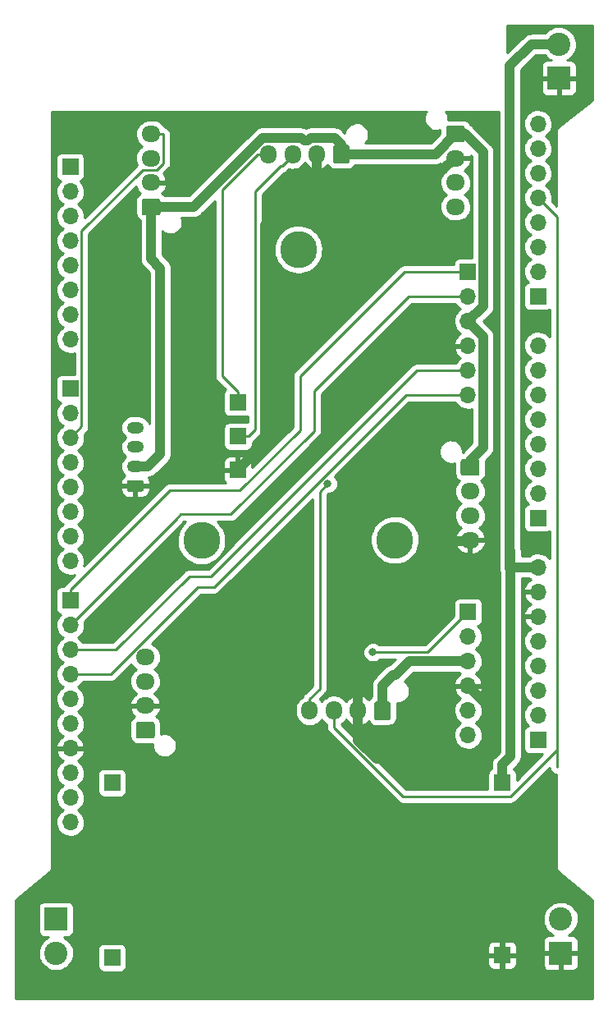
<source format=gbr>
G04 #@! TF.GenerationSoftware,KiCad,Pcbnew,5.99.0-unknown-c3175b4~86~ubuntu16.04.1*
G04 #@! TF.CreationDate,2020-08-02T18:07:16+02:00*
G04 #@! TF.ProjectId,nexus_arduino_cytron,6e657875-735f-4617-9264-75696e6f5f63,rev?*
G04 #@! TF.SameCoordinates,Original*
G04 #@! TF.FileFunction,Copper,L2,Bot*
G04 #@! TF.FilePolarity,Positive*
%FSLAX46Y46*%
G04 Gerber Fmt 4.6, Leading zero omitted, Abs format (unit mm)*
G04 Created by KiCad (PCBNEW 5.99.0-unknown-c3175b4~86~ubuntu16.04.1) date 2020-08-02 18:07:16*
%MOMM*%
%LPD*%
G04 APERTURE LIST*
%ADD10C,3.800000*%
%ADD11O,1.700000X1.700000*%
%ADD12R,1.700000X1.700000*%
%ADD13O,1.950000X1.700000*%
%ADD14C,0.100000*%
%ADD15C,1.700000*%
%ADD16C,2.400000*%
%ADD17R,2.400000X2.400000*%
%ADD18O,1.700000X1.950000*%
%ADD19O,1.750000X1.200000*%
%ADD20C,1.200000*%
%ADD21C,0.800000*%
%ADD22C,0.250000*%
%ADD23C,1.000000*%
%ADD24C,0.254000*%
G04 APERTURE END LIST*
D10*
X107150000Y-123550000D03*
X87200000Y-123600000D03*
X97200000Y-93600000D03*
D11*
X114710000Y-108620000D03*
X114710000Y-106080000D03*
X114710000Y-103540000D03*
X114710000Y-101000000D03*
X114710000Y-98460000D03*
D12*
X114710000Y-95920000D03*
D13*
X82000000Y-81700000D03*
X82000000Y-84200000D03*
X82000000Y-86700000D03*
D14*
G36*
X82820671Y-88369030D02*
G01*
X82901777Y-88423223D01*
X82955970Y-88504329D01*
X82975000Y-88600000D01*
X82975000Y-89800000D01*
X82955970Y-89895671D01*
X82901777Y-89976777D01*
X82820671Y-90030970D01*
X82725000Y-90050000D01*
X81275000Y-90050000D01*
X81179329Y-90030970D01*
X81098223Y-89976777D01*
X81044030Y-89895671D01*
X81025000Y-89800000D01*
X81025000Y-88600000D01*
X81044030Y-88504329D01*
X81098223Y-88423223D01*
X81179329Y-88369030D01*
X81275000Y-88350000D01*
X82725000Y-88350000D01*
X82820671Y-88369030D01*
X82820671Y-88369030D01*
G37*
D15*
X82000000Y-89200000D03*
D13*
X114920000Y-123547550D03*
X114920000Y-121047550D03*
X114920000Y-118547550D03*
D14*
G36*
X115740671Y-115216580D02*
G01*
X115821777Y-115270773D01*
X115875970Y-115351879D01*
X115895000Y-115447550D01*
X115895000Y-116647550D01*
X115875970Y-116743221D01*
X115821777Y-116824327D01*
X115740671Y-116878520D01*
X115645000Y-116897550D01*
X114195000Y-116897550D01*
X114099329Y-116878520D01*
X114018223Y-116824327D01*
X113964030Y-116743221D01*
X113945000Y-116647550D01*
X113945000Y-115447550D01*
X113964030Y-115351879D01*
X114018223Y-115270773D01*
X114099329Y-115216580D01*
X114195000Y-115197550D01*
X115645000Y-115197550D01*
X115740671Y-115216580D01*
X115740671Y-115216580D01*
G37*
D15*
X114920000Y-116047550D03*
D12*
X90950000Y-116350000D03*
X90957400Y-109347000D03*
X90957400Y-112852200D03*
D16*
X72200000Y-166150000D03*
D17*
X72200000Y-162650000D03*
D16*
X124270000Y-162650000D03*
D17*
X124270000Y-166150000D03*
D16*
X124091700Y-72440800D03*
D17*
X124091700Y-75940800D03*
D18*
X94123500Y-83756500D03*
X96623500Y-83756500D03*
X99123500Y-83756500D03*
D14*
G36*
X102319171Y-82800530D02*
G01*
X102400277Y-82854723D01*
X102454470Y-82935829D01*
X102473500Y-83031500D01*
X102473500Y-84481500D01*
X102454470Y-84577171D01*
X102400277Y-84658277D01*
X102319171Y-84712470D01*
X102223500Y-84731500D01*
X101023500Y-84731500D01*
X100927829Y-84712470D01*
X100846723Y-84658277D01*
X100792530Y-84577171D01*
X100773500Y-84481500D01*
X100773500Y-83031500D01*
X100792530Y-82935829D01*
X100846723Y-82854723D01*
X100927829Y-82800530D01*
X101023500Y-82781500D01*
X102223500Y-82781500D01*
X102319171Y-82800530D01*
X102319171Y-82800530D01*
G37*
D15*
X101623500Y-83756500D03*
D19*
X80370000Y-111970000D03*
X80370000Y-113970000D03*
X80370000Y-115970000D03*
D14*
G36*
X81090671Y-117389030D02*
G01*
X81171777Y-117443223D01*
X81225970Y-117524329D01*
X81245000Y-117619999D01*
X81245000Y-118320001D01*
X81225970Y-118415671D01*
X81171777Y-118496777D01*
X81090671Y-118550970D01*
X80995001Y-118570000D01*
X79744999Y-118570000D01*
X79649329Y-118550970D01*
X79568223Y-118496777D01*
X79514030Y-118415671D01*
X79495000Y-118320001D01*
X79495000Y-117619999D01*
X79514030Y-117524329D01*
X79568223Y-117443223D01*
X79649329Y-117389030D01*
X79744999Y-117370000D01*
X80995001Y-117370000D01*
X81090671Y-117389030D01*
X81090671Y-117389030D01*
G37*
D20*
X80370000Y-117970000D03*
D12*
X118228600Y-166359600D03*
X118228600Y-148579600D03*
X77969600Y-166613600D03*
X77969600Y-148579600D03*
D11*
X73660000Y-125730000D03*
X73660000Y-123190000D03*
X73660000Y-120650000D03*
X73660000Y-118110000D03*
X73660000Y-115570000D03*
X73660000Y-113030000D03*
X73660000Y-110490000D03*
D12*
X73660000Y-107950000D03*
D11*
X73660000Y-152654000D03*
X73660000Y-150114000D03*
X73660000Y-147574000D03*
X73660000Y-145034000D03*
X73660000Y-142494000D03*
X73660000Y-139954000D03*
X73660000Y-137414000D03*
X73660000Y-134874000D03*
X73660000Y-132334000D03*
D12*
X73660000Y-129794000D03*
D11*
X121920000Y-126365000D03*
X121920000Y-128905000D03*
X121920000Y-131445000D03*
X121920000Y-133985000D03*
X121920000Y-136525000D03*
X121920000Y-139065000D03*
X121920000Y-141605000D03*
D12*
X121920000Y-144145000D03*
D11*
X114710000Y-143675100D03*
X114710000Y-141135100D03*
X114710000Y-138595100D03*
X114710000Y-136055100D03*
X114710000Y-133515100D03*
D12*
X114710000Y-130975100D03*
D13*
X113411000Y-89200000D03*
X113411000Y-86700000D03*
X113411000Y-84200000D03*
D14*
G36*
X114231671Y-80869030D02*
G01*
X114312777Y-80923223D01*
X114366970Y-81004329D01*
X114386000Y-81100000D01*
X114386000Y-82300000D01*
X114366970Y-82395671D01*
X114312777Y-82476777D01*
X114231671Y-82530970D01*
X114136000Y-82550000D01*
X112686000Y-82550000D01*
X112590329Y-82530970D01*
X112509223Y-82476777D01*
X112455030Y-82395671D01*
X112436000Y-82300000D01*
X112436000Y-81100000D01*
X112455030Y-81004329D01*
X112509223Y-80923223D01*
X112590329Y-80869030D01*
X112686000Y-80850000D01*
X114136000Y-80850000D01*
X114231671Y-80869030D01*
X114231671Y-80869030D01*
G37*
D15*
X113411000Y-81700000D03*
D18*
X98367200Y-141135100D03*
X100867200Y-141135100D03*
X103367200Y-141135100D03*
D14*
G36*
X106562871Y-140179130D02*
G01*
X106643977Y-140233323D01*
X106698170Y-140314429D01*
X106717200Y-140410100D01*
X106717200Y-141860100D01*
X106698170Y-141955771D01*
X106643977Y-142036877D01*
X106562871Y-142091070D01*
X106467200Y-142110100D01*
X105267200Y-142110100D01*
X105171529Y-142091070D01*
X105090423Y-142036877D01*
X105036230Y-141955771D01*
X105017200Y-141860100D01*
X105017200Y-140410100D01*
X105036230Y-140314429D01*
X105090423Y-140233323D01*
X105171529Y-140179130D01*
X105267200Y-140160100D01*
X106467200Y-140160100D01*
X106562871Y-140179130D01*
X106562871Y-140179130D01*
G37*
D15*
X105867200Y-141135100D03*
D13*
X81400000Y-135630000D03*
X81400000Y-138130000D03*
X81400000Y-140630000D03*
D14*
G36*
X82220671Y-142299030D02*
G01*
X82301777Y-142353223D01*
X82355970Y-142434329D01*
X82375000Y-142530000D01*
X82375000Y-143730000D01*
X82355970Y-143825671D01*
X82301777Y-143906777D01*
X82220671Y-143960970D01*
X82125000Y-143980000D01*
X80675000Y-143980000D01*
X80579329Y-143960970D01*
X80498223Y-143906777D01*
X80444030Y-143825671D01*
X80425000Y-143730000D01*
X80425000Y-142530000D01*
X80444030Y-142434329D01*
X80498223Y-142353223D01*
X80579329Y-142299030D01*
X80675000Y-142280000D01*
X82125000Y-142280000D01*
X82220671Y-142299030D01*
X82220671Y-142299030D01*
G37*
D15*
X81400000Y-143130000D03*
D11*
X73660000Y-102870000D03*
X73660000Y-100330000D03*
X73660000Y-97790000D03*
X73660000Y-95250000D03*
X73660000Y-92710000D03*
X73660000Y-90170000D03*
X73660000Y-87630000D03*
D12*
X73660000Y-85090000D03*
D11*
X121920000Y-80645000D03*
X121920000Y-83185000D03*
X121920000Y-85725000D03*
X121920000Y-88265000D03*
X121920000Y-90805000D03*
X121920000Y-93345000D03*
X121920000Y-95885000D03*
D12*
X121920000Y-98425000D03*
D11*
X121920000Y-103505000D03*
X121920000Y-106045000D03*
X121920000Y-108585000D03*
X121920000Y-111125000D03*
X121920000Y-113665000D03*
X121920000Y-116205000D03*
X121920000Y-118745000D03*
D12*
X121920000Y-121285000D03*
D21*
X104876600Y-135128000D03*
X100220000Y-117750000D03*
D22*
X104876600Y-135128000D02*
X110557100Y-135128000D01*
X110557100Y-135128000D02*
X114710000Y-130975100D01*
X90957400Y-109347000D02*
X90957400Y-108247000D01*
X90957400Y-108247000D02*
X89334999Y-106624599D01*
X89334999Y-106624599D02*
X89334999Y-87445001D01*
X92780800Y-87599200D02*
X95398500Y-84981500D01*
X90957400Y-112852200D02*
X92057400Y-112852200D01*
X92057400Y-112852200D02*
X92780800Y-112128800D01*
X92780800Y-112128800D02*
X92780800Y-87599200D01*
X85068350Y-120912950D02*
X90217050Y-120912950D01*
X90217050Y-120912950D02*
X98840000Y-112290000D01*
X84610000Y-121371300D02*
X85068350Y-120912950D01*
X84610000Y-121384000D02*
X84610000Y-121371300D01*
X98367200Y-141135100D02*
X98367200Y-139910100D01*
X98367200Y-139910100D02*
X99400000Y-138877300D01*
X99400000Y-138877300D02*
X99400000Y-118570000D01*
D23*
X103367200Y-141135100D02*
X103367200Y-133267800D01*
X103367200Y-133267800D02*
X112945000Y-123690000D01*
X112945000Y-123690000D02*
X114920000Y-123690000D01*
D22*
X107975860Y-149987600D02*
X100867200Y-142878940D01*
X100867200Y-142878940D02*
X100867200Y-142360100D01*
X119105602Y-149987600D02*
X107975860Y-149987600D01*
X100867200Y-142360100D02*
X100867200Y-141135100D01*
X123915600Y-145177602D02*
X119105602Y-149987600D01*
D23*
X116776500Y-144617502D02*
X115274001Y-146120001D01*
X114710000Y-138595100D02*
X116776500Y-140661600D01*
X115274001Y-146120001D02*
X105275001Y-146120001D01*
X105275001Y-146120001D02*
X103367200Y-144212200D01*
X116776500Y-140661600D02*
X116776500Y-144617502D01*
X103367200Y-144212200D02*
X103367200Y-141135100D01*
X106984800Y-137439400D02*
X105867200Y-138557000D01*
X105867200Y-138557000D02*
X105867200Y-141135100D01*
X107238898Y-137439400D02*
X106984800Y-137439400D01*
X114710000Y-136055100D02*
X108623198Y-136055100D01*
X108623198Y-136055100D02*
X107238898Y-137439400D01*
D22*
X88200000Y-127300000D02*
X109420000Y-106080000D01*
X78357190Y-134874000D02*
X85931190Y-127300000D01*
X85931190Y-127300000D02*
X88200000Y-127300000D01*
X73660000Y-134874000D02*
X78357190Y-134874000D01*
X109420000Y-106080000D02*
X114710000Y-106080000D01*
X113507919Y-106080000D02*
X114710000Y-106080000D01*
X88500000Y-128400000D02*
X108280000Y-108620000D01*
X108280000Y-108620000D02*
X114710000Y-108620000D01*
X86843285Y-128400000D02*
X88500000Y-128400000D01*
X77829285Y-137414000D02*
X86843285Y-128400000D01*
D23*
X118228600Y-146729600D02*
X119085600Y-145872600D01*
X118228600Y-148579600D02*
X118228600Y-146729600D01*
D22*
X74835001Y-111854999D02*
X74835001Y-91684999D01*
X73660000Y-113030000D02*
X74835001Y-111854999D01*
X83225000Y-81700000D02*
X82000000Y-81700000D01*
X83300010Y-84686705D02*
X83300010Y-81775010D01*
X83300010Y-81775010D02*
X83225000Y-81700000D01*
X82611705Y-85375010D02*
X83300010Y-84686705D01*
X81144990Y-85375010D02*
X82611705Y-85375010D01*
X74835001Y-91684999D02*
X81144990Y-85375010D01*
X96623500Y-83881500D02*
X96623500Y-83756500D01*
X95398500Y-84981500D02*
X95523500Y-84981500D01*
X95523500Y-84981500D02*
X96623500Y-83881500D01*
X93023500Y-83756500D02*
X94123500Y-83756500D01*
X82000000Y-89200000D02*
X82975000Y-89200000D01*
D23*
X119145000Y-126365000D02*
X119030000Y-126480000D01*
X119030000Y-126480000D02*
X119030000Y-74645000D01*
X121920000Y-126365000D02*
X119145000Y-126365000D01*
X119085600Y-145872600D02*
X119085600Y-124707600D01*
D22*
X73660000Y-128694000D02*
X83934000Y-118420000D01*
X73660000Y-129794000D02*
X73660000Y-128694000D01*
X91165002Y-118420000D02*
X97380000Y-112205002D01*
X83934000Y-118420000D02*
X91165002Y-118420000D01*
X97380000Y-112205002D02*
X97380000Y-106670000D01*
X108130000Y-95920000D02*
X114710000Y-95920000D01*
X97380000Y-106670000D02*
X108130000Y-95920000D01*
X73660000Y-132334000D02*
X84610000Y-121384000D01*
X98840000Y-112290000D02*
X98840000Y-108200000D01*
X108580000Y-98460000D02*
X114710000Y-98460000D01*
X98840000Y-108200000D02*
X108580000Y-98460000D01*
X113507919Y-108620000D02*
X114710000Y-108620000D01*
X73660000Y-137414000D02*
X77829285Y-137414000D01*
X123860000Y-90205000D02*
X121920000Y-88265000D01*
X123860000Y-146950002D02*
X123860000Y-90205000D01*
X99400000Y-118570000D02*
X100220000Y-117750000D01*
D23*
X80483491Y-115970000D02*
X80370000Y-115970000D01*
X98481465Y-82081490D02*
X100923490Y-82081490D01*
X98192955Y-82370000D02*
X98481465Y-82081490D01*
X100923490Y-82081490D02*
X101623500Y-82781500D01*
X97790000Y-82370000D02*
X98192955Y-82370000D01*
X97501490Y-82081490D02*
X97790000Y-82370000D01*
X93481465Y-82081490D02*
X97501490Y-82081490D01*
X101623500Y-82781500D02*
X101623500Y-83756500D01*
X86362955Y-89200000D02*
X93481465Y-82081490D01*
X82000000Y-89200000D02*
X86362955Y-89200000D01*
X111354500Y-83756500D02*
X113411000Y-81700000D01*
X101623500Y-83756500D02*
X111354500Y-83756500D01*
X114386000Y-81700000D02*
X113411000Y-81700000D01*
X116260001Y-83574001D02*
X114386000Y-81700000D01*
X116260001Y-99449999D02*
X116260001Y-83574001D01*
X114710000Y-101000000D02*
X116260001Y-99449999D01*
X115559999Y-101849999D02*
X114710000Y-101000000D01*
X116260001Y-102550001D02*
X115559999Y-101849999D01*
X116260001Y-113999999D02*
X116260001Y-102550001D01*
X114920000Y-115340000D02*
X116260001Y-113999999D01*
X114920000Y-116190000D02*
X114920000Y-115340000D01*
X99123500Y-83922150D02*
X99123500Y-83756500D01*
X113286000Y-84200000D02*
X112054490Y-85431510D01*
X113411000Y-84200000D02*
X113286000Y-84200000D01*
X99123500Y-85731500D02*
X99123500Y-83756500D01*
X112054490Y-85431510D02*
X106918490Y-85431510D01*
X106618500Y-85731500D02*
X99123500Y-85731500D01*
X106918490Y-85431510D02*
X106618500Y-85731500D01*
X82000000Y-94570000D02*
X82000000Y-89200000D01*
X80370000Y-115970000D02*
X81670000Y-115970000D01*
X82960000Y-114680000D02*
X82960000Y-95530000D01*
X81670000Y-115970000D02*
X82960000Y-114680000D01*
X82960000Y-95530000D02*
X82000000Y-94570000D01*
X93760000Y-91095000D02*
X99123500Y-85731500D01*
X93760000Y-113540000D02*
X93760000Y-91095000D01*
X90950000Y-116350000D02*
X93760000Y-113540000D01*
D22*
X89334999Y-87445001D02*
X89855000Y-86925000D01*
X89855000Y-86925000D02*
X93023500Y-83756500D01*
X89774999Y-87005001D02*
X89855000Y-86925000D01*
D23*
X121234200Y-72440800D02*
X124091700Y-72440800D01*
X119030000Y-74645000D02*
X121234200Y-72440800D01*
D24*
G36*
X110370198Y-79426675D02*
G01*
X110261652Y-79635633D01*
X110194579Y-79861348D01*
X110171397Y-80095673D01*
X110192943Y-80330154D01*
X110258439Y-80556331D01*
X110365522Y-80766042D01*
X110510330Y-80951721D01*
X110687636Y-81106668D01*
X110891042Y-81225291D01*
X111113211Y-81303311D01*
X111346124Y-81337913D01*
X111581378Y-81327847D01*
X111796776Y-81276730D01*
X111796776Y-81710507D01*
X110884784Y-82622500D01*
X104102701Y-82622500D01*
X104193629Y-82528176D01*
X104322048Y-82330808D01*
X104410828Y-82112715D01*
X104456798Y-81881608D01*
X104457641Y-81640006D01*
X104413286Y-81408582D01*
X104326030Y-81189876D01*
X104198993Y-80991615D01*
X104036758Y-80820954D01*
X103845178Y-80684049D01*
X103631166Y-80585840D01*
X103402445Y-80529873D01*
X103167267Y-80518165D01*
X102934118Y-80551139D01*
X102711411Y-80627607D01*
X102507181Y-80744807D01*
X102328798Y-80898512D01*
X102182698Y-81083175D01*
X102074152Y-81292133D01*
X102007079Y-81517848D01*
X102003162Y-81557445D01*
X101753165Y-81307448D01*
X101687852Y-81232579D01*
X101599869Y-81170744D01*
X101515244Y-81104389D01*
X101487868Y-81092028D01*
X101463294Y-81074758D01*
X101363105Y-81035695D01*
X101265090Y-80991440D01*
X101235561Y-80985968D01*
X101207262Y-80974935D01*
X101109183Y-80962545D01*
X100995216Y-80941422D01*
X100889987Y-80947490D01*
X98520782Y-80947490D01*
X98421680Y-80940734D01*
X98315746Y-80959222D01*
X98208983Y-80972141D01*
X98180879Y-80982761D01*
X98151298Y-80987924D01*
X98052852Y-81031138D01*
X97990168Y-81054824D01*
X97941105Y-81035695D01*
X97843090Y-80991440D01*
X97813561Y-80985968D01*
X97785262Y-80974935D01*
X97687183Y-80962545D01*
X97573216Y-80941422D01*
X97467987Y-80947490D01*
X93520767Y-80947490D01*
X93421680Y-80940735D01*
X93315757Y-80959221D01*
X93208982Y-80972141D01*
X93180880Y-80982761D01*
X93151297Y-80987923D01*
X93052842Y-81031143D01*
X92952233Y-81069159D01*
X92927475Y-81086174D01*
X92899668Y-81098381D01*
X92821555Y-81158971D01*
X92726034Y-81224622D01*
X92655897Y-81303341D01*
X85893239Y-88066000D01*
X83428409Y-88066000D01*
X83397382Y-88017721D01*
X83205270Y-87851255D01*
X83112547Y-87808910D01*
X83240466Y-87686881D01*
X83390797Y-87484828D01*
X83504936Y-87260334D01*
X83579618Y-87019819D01*
X83605043Y-86828000D01*
X81872000Y-86828000D01*
X81872000Y-86572000D01*
X83614487Y-86572000D01*
X83551544Y-86272017D01*
X83459039Y-86037778D01*
X83328390Y-85822474D01*
X83286222Y-85773880D01*
X83871928Y-85188175D01*
X83921708Y-85138395D01*
X83949164Y-85084509D01*
X83984713Y-85035580D01*
X84003401Y-84978063D01*
X84030860Y-84924173D01*
X84040322Y-84864430D01*
X84059009Y-84806919D01*
X84059009Y-84746955D01*
X84059010Y-84746949D01*
X84059010Y-81714766D01*
X84059009Y-81714760D01*
X84059009Y-81654797D01*
X84040322Y-81597284D01*
X84030860Y-81537542D01*
X84003400Y-81483651D01*
X83984714Y-81426137D01*
X83949166Y-81377209D01*
X83921707Y-81323320D01*
X83676690Y-81078303D01*
X83622801Y-81050844D01*
X83573873Y-81015296D01*
X83516359Y-80996610D01*
X83462468Y-80969150D01*
X83412603Y-80961252D01*
X83328389Y-80822473D01*
X83163331Y-80632261D01*
X82968584Y-80472578D01*
X82749716Y-80347991D01*
X82510169Y-80261040D01*
X82170352Y-80216000D01*
X81811810Y-80216000D01*
X81624058Y-80231931D01*
X81380292Y-80295200D01*
X81150671Y-80398637D01*
X80941760Y-80539284D01*
X80759534Y-80713119D01*
X80609203Y-80915172D01*
X80495064Y-81139666D01*
X80420382Y-81380181D01*
X80387292Y-81629841D01*
X80396740Y-81881508D01*
X80448456Y-82127983D01*
X80540961Y-82362222D01*
X80671610Y-82577526D01*
X80836669Y-82767739D01*
X81031416Y-82927422D01*
X81072867Y-82951017D01*
X80941760Y-83039284D01*
X80759534Y-83213119D01*
X80609203Y-83415172D01*
X80495064Y-83639666D01*
X80420382Y-83880181D01*
X80387292Y-84129841D01*
X80396740Y-84381508D01*
X80448456Y-84627983D01*
X80540961Y-84862222D01*
X80557362Y-84889251D01*
X75138732Y-90307881D01*
X75147708Y-90240159D01*
X75138260Y-89988492D01*
X75086544Y-89742017D01*
X74994039Y-89507778D01*
X74863390Y-89292474D01*
X74698331Y-89102261D01*
X74503584Y-88942578D01*
X74429939Y-88900657D01*
X74593240Y-88790716D01*
X74775466Y-88616881D01*
X74925797Y-88414828D01*
X75039936Y-88190334D01*
X75114618Y-87949819D01*
X75147708Y-87700159D01*
X75138260Y-87448492D01*
X75086544Y-87202017D01*
X74994039Y-86967778D01*
X74863390Y-86752474D01*
X74698331Y-86562261D01*
X74674025Y-86542331D01*
X74827512Y-86501205D01*
X75003165Y-86353815D01*
X75114956Y-86160186D01*
X75151837Y-85951024D01*
X75151837Y-84223412D01*
X75071205Y-83922489D01*
X74923815Y-83746835D01*
X74730186Y-83635044D01*
X74521024Y-83598163D01*
X72793412Y-83598163D01*
X72492489Y-83678795D01*
X72316835Y-83826185D01*
X72205044Y-84019814D01*
X72168163Y-84228976D01*
X72168163Y-85956588D01*
X72248795Y-86257512D01*
X72396185Y-86433165D01*
X72589814Y-86544956D01*
X72638446Y-86553531D01*
X72544534Y-86643119D01*
X72394203Y-86845172D01*
X72280064Y-87069666D01*
X72205382Y-87310181D01*
X72172292Y-87559841D01*
X72181740Y-87811508D01*
X72233456Y-88057983D01*
X72325961Y-88292222D01*
X72456610Y-88507526D01*
X72621669Y-88697739D01*
X72816416Y-88857422D01*
X72890061Y-88899343D01*
X72726760Y-89009284D01*
X72544534Y-89183119D01*
X72394203Y-89385172D01*
X72280064Y-89609666D01*
X72205382Y-89850181D01*
X72172292Y-90099841D01*
X72181740Y-90351508D01*
X72233456Y-90597983D01*
X72325961Y-90832222D01*
X72456610Y-91047526D01*
X72621669Y-91237739D01*
X72816416Y-91397422D01*
X72890061Y-91439343D01*
X72726760Y-91549284D01*
X72544534Y-91723119D01*
X72394203Y-91925172D01*
X72280064Y-92149666D01*
X72205382Y-92390181D01*
X72172292Y-92639841D01*
X72181740Y-92891508D01*
X72233456Y-93137983D01*
X72325961Y-93372222D01*
X72456610Y-93587526D01*
X72621669Y-93777739D01*
X72816416Y-93937422D01*
X72890061Y-93979343D01*
X72726760Y-94089284D01*
X72544534Y-94263119D01*
X72394203Y-94465172D01*
X72280064Y-94689666D01*
X72205382Y-94930181D01*
X72172292Y-95179841D01*
X72181740Y-95431508D01*
X72233456Y-95677983D01*
X72325961Y-95912222D01*
X72456610Y-96127526D01*
X72621669Y-96317739D01*
X72816416Y-96477422D01*
X72890061Y-96519343D01*
X72726760Y-96629284D01*
X72544534Y-96803119D01*
X72394203Y-97005172D01*
X72280064Y-97229666D01*
X72205382Y-97470181D01*
X72172292Y-97719841D01*
X72181740Y-97971508D01*
X72233456Y-98217983D01*
X72325961Y-98452222D01*
X72456610Y-98667526D01*
X72621669Y-98857739D01*
X72816416Y-99017422D01*
X72890061Y-99059343D01*
X72726760Y-99169284D01*
X72544534Y-99343119D01*
X72394203Y-99545172D01*
X72280064Y-99769666D01*
X72205382Y-100010181D01*
X72172292Y-100259841D01*
X72181740Y-100511508D01*
X72233456Y-100757983D01*
X72325961Y-100992222D01*
X72456610Y-101207526D01*
X72621669Y-101397739D01*
X72816416Y-101557422D01*
X72890061Y-101599343D01*
X72726760Y-101709284D01*
X72544534Y-101883119D01*
X72394203Y-102085172D01*
X72280064Y-102309666D01*
X72205382Y-102550181D01*
X72172292Y-102799841D01*
X72181740Y-103051508D01*
X72233456Y-103297983D01*
X72325961Y-103532222D01*
X72456610Y-103747526D01*
X72621669Y-103937739D01*
X72816416Y-104097422D01*
X73035284Y-104222009D01*
X73274831Y-104308960D01*
X73614648Y-104354000D01*
X73723190Y-104354000D01*
X73910942Y-104338069D01*
X74076001Y-104295228D01*
X74076001Y-106458163D01*
X72793412Y-106458163D01*
X72492489Y-106538795D01*
X72316835Y-106686185D01*
X72205044Y-106879814D01*
X72168163Y-107088976D01*
X72168163Y-108816588D01*
X72248795Y-109117512D01*
X72396185Y-109293165D01*
X72589814Y-109404956D01*
X72638446Y-109413531D01*
X72544534Y-109503119D01*
X72394203Y-109705172D01*
X72280064Y-109929666D01*
X72205382Y-110170181D01*
X72172292Y-110419841D01*
X72181740Y-110671508D01*
X72233456Y-110917983D01*
X72325961Y-111152222D01*
X72456610Y-111367526D01*
X72621669Y-111557739D01*
X72816416Y-111717422D01*
X72890061Y-111759343D01*
X72726760Y-111869284D01*
X72544534Y-112043119D01*
X72394203Y-112245172D01*
X72280064Y-112469666D01*
X72205382Y-112710181D01*
X72172292Y-112959841D01*
X72181740Y-113211508D01*
X72233456Y-113457983D01*
X72325961Y-113692222D01*
X72456610Y-113907526D01*
X72621669Y-114097739D01*
X72816416Y-114257422D01*
X72890061Y-114299343D01*
X72726760Y-114409284D01*
X72544534Y-114583119D01*
X72394203Y-114785172D01*
X72280064Y-115009666D01*
X72205382Y-115250181D01*
X72172292Y-115499841D01*
X72181740Y-115751508D01*
X72233456Y-115997983D01*
X72325961Y-116232222D01*
X72456610Y-116447526D01*
X72621669Y-116637739D01*
X72816416Y-116797422D01*
X72890061Y-116839343D01*
X72726760Y-116949284D01*
X72544534Y-117123119D01*
X72394203Y-117325172D01*
X72280064Y-117549666D01*
X72205382Y-117790181D01*
X72172292Y-118039841D01*
X72181740Y-118291508D01*
X72233456Y-118537983D01*
X72325961Y-118772222D01*
X72456610Y-118987526D01*
X72621669Y-119177739D01*
X72816416Y-119337422D01*
X72890061Y-119379343D01*
X72726760Y-119489284D01*
X72544534Y-119663119D01*
X72394203Y-119865172D01*
X72280064Y-120089666D01*
X72205382Y-120330181D01*
X72172292Y-120579841D01*
X72181740Y-120831508D01*
X72233456Y-121077983D01*
X72325961Y-121312222D01*
X72456610Y-121527526D01*
X72621669Y-121717739D01*
X72816416Y-121877422D01*
X72890061Y-121919343D01*
X72726760Y-122029284D01*
X72544534Y-122203119D01*
X72394203Y-122405172D01*
X72280064Y-122629666D01*
X72205382Y-122870181D01*
X72172292Y-123119841D01*
X72181740Y-123371508D01*
X72233456Y-123617983D01*
X72325961Y-123852222D01*
X72456610Y-124067526D01*
X72621669Y-124257739D01*
X72816416Y-124417422D01*
X72890061Y-124459343D01*
X72726760Y-124569284D01*
X72544534Y-124743119D01*
X72394203Y-124945172D01*
X72280064Y-125169666D01*
X72205382Y-125410181D01*
X72172292Y-125659841D01*
X72181740Y-125911508D01*
X72233456Y-126157983D01*
X72325961Y-126392222D01*
X72456610Y-126607526D01*
X72621669Y-126797739D01*
X72816416Y-126957422D01*
X73035284Y-127082009D01*
X73274831Y-127168960D01*
X73614648Y-127214000D01*
X73723190Y-127214000D01*
X73910942Y-127198069D01*
X74142696Y-127137918D01*
X73194200Y-128086414D01*
X73038303Y-128242310D01*
X73010848Y-128296194D01*
X73006512Y-128302163D01*
X72793412Y-128302163D01*
X72492489Y-128382795D01*
X72316835Y-128530185D01*
X72205044Y-128723814D01*
X72168163Y-128932976D01*
X72168163Y-130660588D01*
X72248795Y-130961512D01*
X72396185Y-131137165D01*
X72589814Y-131248956D01*
X72638446Y-131257531D01*
X72544534Y-131347119D01*
X72394203Y-131549172D01*
X72280064Y-131773666D01*
X72205382Y-132014181D01*
X72172292Y-132263841D01*
X72181740Y-132515508D01*
X72233456Y-132761983D01*
X72325961Y-132996222D01*
X72456610Y-133211526D01*
X72621669Y-133401739D01*
X72816416Y-133561422D01*
X72890061Y-133603343D01*
X72726760Y-133713284D01*
X72544534Y-133887119D01*
X72394203Y-134089172D01*
X72280064Y-134313666D01*
X72205382Y-134554181D01*
X72172292Y-134803841D01*
X72181740Y-135055508D01*
X72233456Y-135301983D01*
X72325961Y-135536222D01*
X72456610Y-135751526D01*
X72621669Y-135941739D01*
X72816416Y-136101422D01*
X72890061Y-136143343D01*
X72726760Y-136253284D01*
X72544534Y-136427119D01*
X72394203Y-136629172D01*
X72280064Y-136853666D01*
X72205382Y-137094181D01*
X72172292Y-137343841D01*
X72181740Y-137595508D01*
X72233456Y-137841983D01*
X72325961Y-138076222D01*
X72456610Y-138291526D01*
X72621669Y-138481739D01*
X72816416Y-138641422D01*
X72890061Y-138683343D01*
X72726760Y-138793284D01*
X72544534Y-138967119D01*
X72394203Y-139169172D01*
X72280064Y-139393666D01*
X72205382Y-139634181D01*
X72172292Y-139883841D01*
X72181740Y-140135508D01*
X72233456Y-140381983D01*
X72325961Y-140616222D01*
X72456610Y-140831526D01*
X72621669Y-141021739D01*
X72816416Y-141181422D01*
X72890061Y-141223343D01*
X72726760Y-141333284D01*
X72544534Y-141507119D01*
X72394203Y-141709172D01*
X72280064Y-141933666D01*
X72205382Y-142174181D01*
X72172292Y-142423841D01*
X72181740Y-142675508D01*
X72233456Y-142921983D01*
X72325961Y-143156222D01*
X72456610Y-143371526D01*
X72621669Y-143561739D01*
X72816416Y-143721422D01*
X72890061Y-143763343D01*
X72726760Y-143873284D01*
X72544534Y-144047119D01*
X72394203Y-144249172D01*
X72280064Y-144473666D01*
X72205382Y-144714181D01*
X72179957Y-144906000D01*
X75149487Y-144906000D01*
X75086544Y-144606017D01*
X74994039Y-144371778D01*
X74863390Y-144156474D01*
X74698331Y-143966261D01*
X74503584Y-143806578D01*
X74429939Y-143764657D01*
X74593240Y-143654716D01*
X74775466Y-143480881D01*
X74925797Y-143278828D01*
X75039936Y-143054334D01*
X75114618Y-142813819D01*
X75147708Y-142564159D01*
X75138260Y-142312492D01*
X75086544Y-142066017D01*
X74994039Y-141831778D01*
X74863390Y-141616474D01*
X74698331Y-141426261D01*
X74503584Y-141266578D01*
X74429939Y-141224657D01*
X74593240Y-141114716D01*
X74775466Y-140940881D01*
X74911532Y-140758000D01*
X79785513Y-140758000D01*
X79848456Y-141057983D01*
X79940961Y-141292222D01*
X80071610Y-141507526D01*
X80236669Y-141697739D01*
X80282730Y-141735506D01*
X80092721Y-141857618D01*
X79926255Y-142049730D01*
X79820657Y-142280959D01*
X79785776Y-142523559D01*
X79785776Y-143740975D01*
X79862691Y-144094549D01*
X80002618Y-144312279D01*
X80194730Y-144478745D01*
X80425959Y-144584343D01*
X80668559Y-144619224D01*
X82135975Y-144619224D01*
X82171697Y-144611453D01*
X82160397Y-144725673D01*
X82181943Y-144960154D01*
X82247439Y-145186331D01*
X82354522Y-145396042D01*
X82499330Y-145581721D01*
X82676636Y-145736668D01*
X82880042Y-145855291D01*
X83102211Y-145933311D01*
X83335124Y-145967913D01*
X83570378Y-145957847D01*
X83799484Y-145903477D01*
X84014176Y-145806766D01*
X84206707Y-145671202D01*
X84370129Y-145501676D01*
X84498548Y-145304308D01*
X84587328Y-145086215D01*
X84633298Y-144855108D01*
X84634141Y-144613506D01*
X84589786Y-144382082D01*
X84502530Y-144163376D01*
X84375493Y-143965115D01*
X84213258Y-143794454D01*
X84021678Y-143657549D01*
X83807666Y-143559340D01*
X83578945Y-143503373D01*
X83343767Y-143491665D01*
X83110618Y-143524639D01*
X83014224Y-143557737D01*
X83014224Y-142519025D01*
X82937309Y-142165451D01*
X82797382Y-141947721D01*
X82605270Y-141781255D01*
X82512547Y-141738910D01*
X82640466Y-141616881D01*
X82790797Y-141414828D01*
X82904936Y-141190334D01*
X82979618Y-140949819D01*
X83005043Y-140758000D01*
X79785513Y-140758000D01*
X74911532Y-140758000D01*
X74925797Y-140738828D01*
X75039936Y-140514334D01*
X75114618Y-140273819D01*
X75147708Y-140024159D01*
X75138260Y-139772492D01*
X75086544Y-139526017D01*
X74994039Y-139291778D01*
X74863390Y-139076474D01*
X74698331Y-138886261D01*
X74503584Y-138726578D01*
X74429939Y-138684657D01*
X74593240Y-138574716D01*
X74775466Y-138400881D01*
X74925797Y-138198828D01*
X74938929Y-138173000D01*
X77889529Y-138173000D01*
X77889535Y-138172999D01*
X77949498Y-138172999D01*
X78007011Y-138154312D01*
X78066753Y-138144850D01*
X78120644Y-138117390D01*
X78178158Y-138098704D01*
X78227086Y-138063156D01*
X78280975Y-138035697D01*
X78451330Y-137865343D01*
X78451332Y-137865339D01*
X79972490Y-136344181D01*
X80071610Y-136507526D01*
X80236669Y-136697739D01*
X80431416Y-136857422D01*
X80472867Y-136881017D01*
X80341760Y-136969284D01*
X80159534Y-137143119D01*
X80009203Y-137345172D01*
X79895064Y-137569666D01*
X79820382Y-137810181D01*
X79787292Y-138059841D01*
X79796740Y-138311508D01*
X79848456Y-138557983D01*
X79940961Y-138792222D01*
X80071610Y-139007526D01*
X80236669Y-139197739D01*
X80431416Y-139357422D01*
X80472867Y-139381017D01*
X80341760Y-139469284D01*
X80159534Y-139643119D01*
X80009203Y-139845172D01*
X79895064Y-140069666D01*
X79820382Y-140310181D01*
X79794957Y-140502000D01*
X83014487Y-140502000D01*
X82951544Y-140202017D01*
X82859039Y-139967778D01*
X82728390Y-139752474D01*
X82563331Y-139562261D01*
X82368584Y-139402578D01*
X82327133Y-139378983D01*
X82458240Y-139290716D01*
X82640466Y-139116881D01*
X82790797Y-138914828D01*
X82904936Y-138690334D01*
X82979618Y-138449819D01*
X83012708Y-138200159D01*
X83003260Y-137948492D01*
X82951544Y-137702017D01*
X82859039Y-137467778D01*
X82728390Y-137252474D01*
X82563331Y-137062261D01*
X82368584Y-136902578D01*
X82327133Y-136878983D01*
X82458240Y-136790716D01*
X82640466Y-136616881D01*
X82790797Y-136414828D01*
X82904936Y-136190334D01*
X82979618Y-135949819D01*
X83012708Y-135700159D01*
X83003260Y-135448492D01*
X82951544Y-135202017D01*
X82859039Y-134967778D01*
X82728390Y-134752474D01*
X82563331Y-134562261D01*
X82368584Y-134402578D01*
X82149716Y-134277991D01*
X82068250Y-134248421D01*
X87157672Y-129159000D01*
X88560244Y-129159000D01*
X88560250Y-129158999D01*
X88620213Y-129158999D01*
X88677726Y-129140312D01*
X88737468Y-129130850D01*
X88791359Y-129103390D01*
X88848873Y-129084704D01*
X88897801Y-129049156D01*
X88951690Y-129021697D01*
X89122045Y-128851343D01*
X89122047Y-128851339D01*
X98641001Y-119332386D01*
X98641000Y-138562912D01*
X97901399Y-139302514D01*
X97745503Y-139458410D01*
X97718049Y-139512294D01*
X97682497Y-139561225D01*
X97663808Y-139618745D01*
X97636351Y-139672633D01*
X97628453Y-139722497D01*
X97489674Y-139806710D01*
X97299462Y-139971768D01*
X97139778Y-140166516D01*
X97015191Y-140385384D01*
X96928240Y-140624931D01*
X96883200Y-140964748D01*
X96883200Y-141323289D01*
X96899131Y-141511041D01*
X96962400Y-141754807D01*
X97065837Y-141984428D01*
X97206483Y-142193339D01*
X97380319Y-142375565D01*
X97582372Y-142525897D01*
X97806866Y-142640036D01*
X98047381Y-142714718D01*
X98297041Y-142747808D01*
X98548707Y-142738360D01*
X98795182Y-142686644D01*
X99029421Y-142594139D01*
X99244725Y-142463490D01*
X99434939Y-142298432D01*
X99594622Y-142103684D01*
X99618218Y-142062232D01*
X99706483Y-142193339D01*
X99880319Y-142375565D01*
X100082372Y-142525897D01*
X100108200Y-142539029D01*
X100108200Y-142939183D01*
X100108201Y-142939189D01*
X100108201Y-142999153D01*
X100126888Y-143056664D01*
X100136350Y-143116407D01*
X100163809Y-143170297D01*
X100182497Y-143227814D01*
X100218046Y-143276743D01*
X100245502Y-143330629D01*
X100415857Y-143500985D01*
X100415861Y-143500987D01*
X107368274Y-150453401D01*
X107524170Y-150609298D01*
X107578056Y-150636754D01*
X107626985Y-150672303D01*
X107684502Y-150690991D01*
X107738392Y-150718450D01*
X107798135Y-150727912D01*
X107855646Y-150746599D01*
X107915610Y-150746599D01*
X107915616Y-150746600D01*
X119165846Y-150746600D01*
X119165852Y-150746599D01*
X119225815Y-150746599D01*
X119283328Y-150727912D01*
X119343070Y-150718450D01*
X119396961Y-150690990D01*
X119454475Y-150672304D01*
X119503403Y-150636756D01*
X119557292Y-150609297D01*
X119727647Y-150438943D01*
X119727649Y-150438939D01*
X123108637Y-147057952D01*
X123129150Y-147187468D01*
X123238302Y-147401691D01*
X123408310Y-147571700D01*
X123622533Y-147680852D01*
X123826001Y-147713078D01*
X123826001Y-157257825D01*
X123819526Y-157306636D01*
X123832848Y-157393256D01*
X123845240Y-157479783D01*
X123846620Y-157482816D01*
X123847127Y-157486119D01*
X123884197Y-157565456D01*
X123920403Y-157645087D01*
X123922591Y-157647627D01*
X123924176Y-157651018D01*
X123965093Y-157696953D01*
X124038947Y-157782664D01*
X124083545Y-157811571D01*
X127547101Y-160697946D01*
X127547100Y-170816000D01*
X68034000Y-170816000D01*
X68034000Y-161438976D01*
X70358163Y-161438976D01*
X70358163Y-163866588D01*
X70438795Y-164167512D01*
X70586185Y-164343165D01*
X70779814Y-164454956D01*
X70988976Y-164491837D01*
X71412558Y-164491837D01*
X71353513Y-164516961D01*
X71116238Y-164663791D01*
X70903903Y-164844823D01*
X70721393Y-165055889D01*
X70572911Y-165292134D01*
X70461871Y-165548118D01*
X70390828Y-165817955D01*
X70361420Y-166095432D01*
X70374321Y-166374165D01*
X70429234Y-166647740D01*
X70524897Y-166909861D01*
X70659109Y-167154495D01*
X70828779Y-167376013D01*
X71030003Y-167569318D01*
X71258153Y-167729963D01*
X71507977Y-167854248D01*
X71773725Y-167939314D01*
X72049283Y-167983205D01*
X72328310Y-167984909D01*
X72604383Y-167944388D01*
X72871150Y-167862575D01*
X73122474Y-167741351D01*
X73352569Y-167583506D01*
X73556140Y-167392674D01*
X73728504Y-167173245D01*
X73865694Y-166930269D01*
X73964553Y-166669336D01*
X74023186Y-166394666D01*
X74034487Y-166013890D01*
X73994734Y-165752576D01*
X76477763Y-165752576D01*
X76477763Y-167480188D01*
X76558395Y-167781112D01*
X76705785Y-167956765D01*
X76899414Y-168068556D01*
X77108576Y-168105437D01*
X78836188Y-168105437D01*
X79137112Y-168024805D01*
X79312765Y-167877415D01*
X79424556Y-167683786D01*
X79461437Y-167474624D01*
X79461437Y-166487600D01*
X116736763Y-166487600D01*
X116736763Y-167226188D01*
X116817395Y-167527112D01*
X116964785Y-167702765D01*
X117158414Y-167814556D01*
X117367576Y-167851437D01*
X118100600Y-167851437D01*
X118100600Y-166487600D01*
X118356600Y-166487600D01*
X118356600Y-167851437D01*
X119095188Y-167851437D01*
X119396112Y-167770805D01*
X119571765Y-167623415D01*
X119683556Y-167429786D01*
X119720437Y-167220624D01*
X119720437Y-166487600D01*
X118356600Y-166487600D01*
X118100600Y-166487600D01*
X116736763Y-166487600D01*
X79461437Y-166487600D01*
X79461437Y-166278000D01*
X122428163Y-166278000D01*
X122428163Y-167366588D01*
X122508795Y-167667512D01*
X122656185Y-167843165D01*
X122849814Y-167954956D01*
X123058976Y-167991837D01*
X124142000Y-167991837D01*
X124142000Y-166278000D01*
X124398000Y-166278000D01*
X124398000Y-167991837D01*
X125486588Y-167991837D01*
X125787512Y-167911205D01*
X125963165Y-167763815D01*
X126074956Y-167570186D01*
X126111837Y-167361024D01*
X126111837Y-166278000D01*
X124398000Y-166278000D01*
X124142000Y-166278000D01*
X122428163Y-166278000D01*
X79461437Y-166278000D01*
X79461437Y-165747012D01*
X79394869Y-165498576D01*
X116736763Y-165498576D01*
X116736763Y-166231600D01*
X118100600Y-166231600D01*
X118100600Y-164867763D01*
X118356600Y-164867763D01*
X118356600Y-166231600D01*
X119720437Y-166231600D01*
X119720437Y-165493012D01*
X119639805Y-165192089D01*
X119492415Y-165016435D01*
X119358252Y-164938976D01*
X122428163Y-164938976D01*
X122428163Y-166022000D01*
X126111837Y-166022000D01*
X126111837Y-164933412D01*
X126031205Y-164632489D01*
X125883815Y-164456835D01*
X125690186Y-164345044D01*
X125481024Y-164308163D01*
X125053958Y-164308163D01*
X125192474Y-164241351D01*
X125422569Y-164083506D01*
X125626140Y-163892674D01*
X125798504Y-163673245D01*
X125935694Y-163430269D01*
X126034553Y-163169336D01*
X126093186Y-162894666D01*
X126104487Y-162513890D01*
X126062246Y-162236227D01*
X125979037Y-161969891D01*
X125856499Y-161719207D01*
X125697452Y-161489941D01*
X125505556Y-161287371D01*
X125285227Y-161116159D01*
X125041536Y-160980244D01*
X124780090Y-160882752D01*
X124506905Y-160825930D01*
X124228269Y-160811083D01*
X123950593Y-160838555D01*
X123680268Y-160907711D01*
X123423513Y-161016961D01*
X123186238Y-161163791D01*
X122973903Y-161344823D01*
X122791393Y-161555889D01*
X122642911Y-161792134D01*
X122531871Y-162048118D01*
X122460828Y-162317955D01*
X122431420Y-162595432D01*
X122444321Y-162874165D01*
X122499234Y-163147740D01*
X122594897Y-163409861D01*
X122729109Y-163654495D01*
X122898779Y-163876013D01*
X123100003Y-164069318D01*
X123328153Y-164229963D01*
X123485342Y-164308163D01*
X123053412Y-164308163D01*
X122752489Y-164388795D01*
X122576835Y-164536185D01*
X122465044Y-164729814D01*
X122428163Y-164938976D01*
X119358252Y-164938976D01*
X119298786Y-164904644D01*
X119089624Y-164867763D01*
X118356600Y-164867763D01*
X118100600Y-164867763D01*
X117362012Y-164867763D01*
X117061089Y-164948395D01*
X116885435Y-165095785D01*
X116773644Y-165289414D01*
X116736763Y-165498576D01*
X79394869Y-165498576D01*
X79380805Y-165446089D01*
X79233415Y-165270435D01*
X79039786Y-165158644D01*
X78830624Y-165121763D01*
X77103012Y-165121763D01*
X76802089Y-165202395D01*
X76626435Y-165349785D01*
X76514644Y-165543414D01*
X76477763Y-165752576D01*
X73994734Y-165752576D01*
X73992246Y-165736227D01*
X73909037Y-165469891D01*
X73786499Y-165219207D01*
X73627452Y-164989941D01*
X73435556Y-164787371D01*
X73215227Y-164616159D01*
X72992322Y-164491837D01*
X73416588Y-164491837D01*
X73717512Y-164411205D01*
X73893165Y-164263815D01*
X74004956Y-164070186D01*
X74041837Y-163861024D01*
X74041837Y-161433412D01*
X73961205Y-161132489D01*
X73813815Y-160956835D01*
X73620186Y-160845044D01*
X73411024Y-160808163D01*
X70983412Y-160808163D01*
X70682489Y-160888795D01*
X70506835Y-161036185D01*
X70395044Y-161229814D01*
X70358163Y-161438976D01*
X68034000Y-161438976D01*
X68034000Y-160696949D01*
X71493484Y-157814046D01*
X71535126Y-157787772D01*
X71593085Y-157722146D01*
X71651672Y-157657181D01*
X71653124Y-157654168D01*
X71655338Y-157651662D01*
X71692543Y-157572416D01*
X71730541Y-157493619D01*
X71731092Y-157490308D01*
X71732689Y-157486906D01*
X71741790Y-157426017D01*
X71760345Y-157314469D01*
X71754000Y-157261695D01*
X71754000Y-145162000D01*
X72170513Y-145162000D01*
X72233456Y-145461983D01*
X72325961Y-145696222D01*
X72456610Y-145911526D01*
X72621669Y-146101739D01*
X72816416Y-146261422D01*
X72890061Y-146303343D01*
X72726760Y-146413284D01*
X72544534Y-146587119D01*
X72394203Y-146789172D01*
X72280064Y-147013666D01*
X72205382Y-147254181D01*
X72172292Y-147503841D01*
X72181740Y-147755508D01*
X72233456Y-148001983D01*
X72325961Y-148236222D01*
X72456610Y-148451526D01*
X72621669Y-148641739D01*
X72816416Y-148801422D01*
X72890061Y-148843343D01*
X72726760Y-148953284D01*
X72544534Y-149127119D01*
X72394203Y-149329172D01*
X72280064Y-149553666D01*
X72205382Y-149794181D01*
X72172292Y-150043841D01*
X72181740Y-150295508D01*
X72233456Y-150541983D01*
X72325961Y-150776222D01*
X72456610Y-150991526D01*
X72621669Y-151181739D01*
X72816416Y-151341422D01*
X72890061Y-151383343D01*
X72726760Y-151493284D01*
X72544534Y-151667119D01*
X72394203Y-151869172D01*
X72280064Y-152093666D01*
X72205382Y-152334181D01*
X72172292Y-152583841D01*
X72181740Y-152835508D01*
X72233456Y-153081983D01*
X72325961Y-153316222D01*
X72456610Y-153531526D01*
X72621669Y-153721739D01*
X72816416Y-153881422D01*
X73035284Y-154006009D01*
X73274831Y-154092960D01*
X73614648Y-154138000D01*
X73723190Y-154138000D01*
X73910942Y-154122069D01*
X74154708Y-154058800D01*
X74384329Y-153955363D01*
X74593240Y-153814716D01*
X74775466Y-153640881D01*
X74925797Y-153438828D01*
X75039936Y-153214334D01*
X75114618Y-152973819D01*
X75147708Y-152724159D01*
X75138260Y-152472492D01*
X75086544Y-152226017D01*
X74994039Y-151991778D01*
X74863390Y-151776474D01*
X74698331Y-151586261D01*
X74503584Y-151426578D01*
X74429939Y-151384657D01*
X74593240Y-151274716D01*
X74775466Y-151100881D01*
X74925797Y-150898828D01*
X75039936Y-150674334D01*
X75114618Y-150433819D01*
X75147708Y-150184159D01*
X75138260Y-149932492D01*
X75086544Y-149686017D01*
X74994039Y-149451778D01*
X74863390Y-149236474D01*
X74698331Y-149046261D01*
X74503584Y-148886578D01*
X74429939Y-148844657D01*
X74593240Y-148734716D01*
X74775466Y-148560881D01*
X74925797Y-148358828D01*
X75039936Y-148134334D01*
X75114618Y-147893819D01*
X75137844Y-147718576D01*
X76477763Y-147718576D01*
X76477763Y-149446188D01*
X76558395Y-149747112D01*
X76705785Y-149922765D01*
X76899414Y-150034556D01*
X77108576Y-150071437D01*
X78836188Y-150071437D01*
X79137112Y-149990805D01*
X79312765Y-149843415D01*
X79424556Y-149649786D01*
X79461437Y-149440624D01*
X79461437Y-147713012D01*
X79380805Y-147412089D01*
X79233415Y-147236435D01*
X79039786Y-147124644D01*
X78830624Y-147087763D01*
X77103012Y-147087763D01*
X76802089Y-147168395D01*
X76626435Y-147315785D01*
X76514644Y-147509414D01*
X76477763Y-147718576D01*
X75137844Y-147718576D01*
X75147708Y-147644159D01*
X75138260Y-147392492D01*
X75086544Y-147146017D01*
X74994039Y-146911778D01*
X74863390Y-146696474D01*
X74698331Y-146506261D01*
X74503584Y-146346578D01*
X74429939Y-146304657D01*
X74593240Y-146194716D01*
X74775466Y-146020881D01*
X74925797Y-145818828D01*
X75039936Y-145594334D01*
X75114618Y-145353819D01*
X75140043Y-145162000D01*
X72170513Y-145162000D01*
X71754000Y-145162000D01*
X71754000Y-79374000D01*
X110411873Y-79374000D01*
X110370198Y-79426675D01*
X110370198Y-79426675D01*
G37*
X110370198Y-79426675D02*
X110261652Y-79635633D01*
X110194579Y-79861348D01*
X110171397Y-80095673D01*
X110192943Y-80330154D01*
X110258439Y-80556331D01*
X110365522Y-80766042D01*
X110510330Y-80951721D01*
X110687636Y-81106668D01*
X110891042Y-81225291D01*
X111113211Y-81303311D01*
X111346124Y-81337913D01*
X111581378Y-81327847D01*
X111796776Y-81276730D01*
X111796776Y-81710507D01*
X110884784Y-82622500D01*
X104102701Y-82622500D01*
X104193629Y-82528176D01*
X104322048Y-82330808D01*
X104410828Y-82112715D01*
X104456798Y-81881608D01*
X104457641Y-81640006D01*
X104413286Y-81408582D01*
X104326030Y-81189876D01*
X104198993Y-80991615D01*
X104036758Y-80820954D01*
X103845178Y-80684049D01*
X103631166Y-80585840D01*
X103402445Y-80529873D01*
X103167267Y-80518165D01*
X102934118Y-80551139D01*
X102711411Y-80627607D01*
X102507181Y-80744807D01*
X102328798Y-80898512D01*
X102182698Y-81083175D01*
X102074152Y-81292133D01*
X102007079Y-81517848D01*
X102003162Y-81557445D01*
X101753165Y-81307448D01*
X101687852Y-81232579D01*
X101599869Y-81170744D01*
X101515244Y-81104389D01*
X101487868Y-81092028D01*
X101463294Y-81074758D01*
X101363105Y-81035695D01*
X101265090Y-80991440D01*
X101235561Y-80985968D01*
X101207262Y-80974935D01*
X101109183Y-80962545D01*
X100995216Y-80941422D01*
X100889987Y-80947490D01*
X98520782Y-80947490D01*
X98421680Y-80940734D01*
X98315746Y-80959222D01*
X98208983Y-80972141D01*
X98180879Y-80982761D01*
X98151298Y-80987924D01*
X98052852Y-81031138D01*
X97990168Y-81054824D01*
X97941105Y-81035695D01*
X97843090Y-80991440D01*
X97813561Y-80985968D01*
X97785262Y-80974935D01*
X97687183Y-80962545D01*
X97573216Y-80941422D01*
X97467987Y-80947490D01*
X93520767Y-80947490D01*
X93421680Y-80940735D01*
X93315757Y-80959221D01*
X93208982Y-80972141D01*
X93180880Y-80982761D01*
X93151297Y-80987923D01*
X93052842Y-81031143D01*
X92952233Y-81069159D01*
X92927475Y-81086174D01*
X92899668Y-81098381D01*
X92821555Y-81158971D01*
X92726034Y-81224622D01*
X92655897Y-81303341D01*
X85893239Y-88066000D01*
X83428409Y-88066000D01*
X83397382Y-88017721D01*
X83205270Y-87851255D01*
X83112547Y-87808910D01*
X83240466Y-87686881D01*
X83390797Y-87484828D01*
X83504936Y-87260334D01*
X83579618Y-87019819D01*
X83605043Y-86828000D01*
X81872000Y-86828000D01*
X81872000Y-86572000D01*
X83614487Y-86572000D01*
X83551544Y-86272017D01*
X83459039Y-86037778D01*
X83328390Y-85822474D01*
X83286222Y-85773880D01*
X83871928Y-85188175D01*
X83921708Y-85138395D01*
X83949164Y-85084509D01*
X83984713Y-85035580D01*
X84003401Y-84978063D01*
X84030860Y-84924173D01*
X84040322Y-84864430D01*
X84059009Y-84806919D01*
X84059009Y-84746955D01*
X84059010Y-84746949D01*
X84059010Y-81714766D01*
X84059009Y-81714760D01*
X84059009Y-81654797D01*
X84040322Y-81597284D01*
X84030860Y-81537542D01*
X84003400Y-81483651D01*
X83984714Y-81426137D01*
X83949166Y-81377209D01*
X83921707Y-81323320D01*
X83676690Y-81078303D01*
X83622801Y-81050844D01*
X83573873Y-81015296D01*
X83516359Y-80996610D01*
X83462468Y-80969150D01*
X83412603Y-80961252D01*
X83328389Y-80822473D01*
X83163331Y-80632261D01*
X82968584Y-80472578D01*
X82749716Y-80347991D01*
X82510169Y-80261040D01*
X82170352Y-80216000D01*
X81811810Y-80216000D01*
X81624058Y-80231931D01*
X81380292Y-80295200D01*
X81150671Y-80398637D01*
X80941760Y-80539284D01*
X80759534Y-80713119D01*
X80609203Y-80915172D01*
X80495064Y-81139666D01*
X80420382Y-81380181D01*
X80387292Y-81629841D01*
X80396740Y-81881508D01*
X80448456Y-82127983D01*
X80540961Y-82362222D01*
X80671610Y-82577526D01*
X80836669Y-82767739D01*
X81031416Y-82927422D01*
X81072867Y-82951017D01*
X80941760Y-83039284D01*
X80759534Y-83213119D01*
X80609203Y-83415172D01*
X80495064Y-83639666D01*
X80420382Y-83880181D01*
X80387292Y-84129841D01*
X80396740Y-84381508D01*
X80448456Y-84627983D01*
X80540961Y-84862222D01*
X80557362Y-84889251D01*
X75138732Y-90307881D01*
X75147708Y-90240159D01*
X75138260Y-89988492D01*
X75086544Y-89742017D01*
X74994039Y-89507778D01*
X74863390Y-89292474D01*
X74698331Y-89102261D01*
X74503584Y-88942578D01*
X74429939Y-88900657D01*
X74593240Y-88790716D01*
X74775466Y-88616881D01*
X74925797Y-88414828D01*
X75039936Y-88190334D01*
X75114618Y-87949819D01*
X75147708Y-87700159D01*
X75138260Y-87448492D01*
X75086544Y-87202017D01*
X74994039Y-86967778D01*
X74863390Y-86752474D01*
X74698331Y-86562261D01*
X74674025Y-86542331D01*
X74827512Y-86501205D01*
X75003165Y-86353815D01*
X75114956Y-86160186D01*
X75151837Y-85951024D01*
X75151837Y-84223412D01*
X75071205Y-83922489D01*
X74923815Y-83746835D01*
X74730186Y-83635044D01*
X74521024Y-83598163D01*
X72793412Y-83598163D01*
X72492489Y-83678795D01*
X72316835Y-83826185D01*
X72205044Y-84019814D01*
X72168163Y-84228976D01*
X72168163Y-85956588D01*
X72248795Y-86257512D01*
X72396185Y-86433165D01*
X72589814Y-86544956D01*
X72638446Y-86553531D01*
X72544534Y-86643119D01*
X72394203Y-86845172D01*
X72280064Y-87069666D01*
X72205382Y-87310181D01*
X72172292Y-87559841D01*
X72181740Y-87811508D01*
X72233456Y-88057983D01*
X72325961Y-88292222D01*
X72456610Y-88507526D01*
X72621669Y-88697739D01*
X72816416Y-88857422D01*
X72890061Y-88899343D01*
X72726760Y-89009284D01*
X72544534Y-89183119D01*
X72394203Y-89385172D01*
X72280064Y-89609666D01*
X72205382Y-89850181D01*
X72172292Y-90099841D01*
X72181740Y-90351508D01*
X72233456Y-90597983D01*
X72325961Y-90832222D01*
X72456610Y-91047526D01*
X72621669Y-91237739D01*
X72816416Y-91397422D01*
X72890061Y-91439343D01*
X72726760Y-91549284D01*
X72544534Y-91723119D01*
X72394203Y-91925172D01*
X72280064Y-92149666D01*
X72205382Y-92390181D01*
X72172292Y-92639841D01*
X72181740Y-92891508D01*
X72233456Y-93137983D01*
X72325961Y-93372222D01*
X72456610Y-93587526D01*
X72621669Y-93777739D01*
X72816416Y-93937422D01*
X72890061Y-93979343D01*
X72726760Y-94089284D01*
X72544534Y-94263119D01*
X72394203Y-94465172D01*
X72280064Y-94689666D01*
X72205382Y-94930181D01*
X72172292Y-95179841D01*
X72181740Y-95431508D01*
X72233456Y-95677983D01*
X72325961Y-95912222D01*
X72456610Y-96127526D01*
X72621669Y-96317739D01*
X72816416Y-96477422D01*
X72890061Y-96519343D01*
X72726760Y-96629284D01*
X72544534Y-96803119D01*
X72394203Y-97005172D01*
X72280064Y-97229666D01*
X72205382Y-97470181D01*
X72172292Y-97719841D01*
X72181740Y-97971508D01*
X72233456Y-98217983D01*
X72325961Y-98452222D01*
X72456610Y-98667526D01*
X72621669Y-98857739D01*
X72816416Y-99017422D01*
X72890061Y-99059343D01*
X72726760Y-99169284D01*
X72544534Y-99343119D01*
X72394203Y-99545172D01*
X72280064Y-99769666D01*
X72205382Y-100010181D01*
X72172292Y-100259841D01*
X72181740Y-100511508D01*
X72233456Y-100757983D01*
X72325961Y-100992222D01*
X72456610Y-101207526D01*
X72621669Y-101397739D01*
X72816416Y-101557422D01*
X72890061Y-101599343D01*
X72726760Y-101709284D01*
X72544534Y-101883119D01*
X72394203Y-102085172D01*
X72280064Y-102309666D01*
X72205382Y-102550181D01*
X72172292Y-102799841D01*
X72181740Y-103051508D01*
X72233456Y-103297983D01*
X72325961Y-103532222D01*
X72456610Y-103747526D01*
X72621669Y-103937739D01*
X72816416Y-104097422D01*
X73035284Y-104222009D01*
X73274831Y-104308960D01*
X73614648Y-104354000D01*
X73723190Y-104354000D01*
X73910942Y-104338069D01*
X74076001Y-104295228D01*
X74076001Y-106458163D01*
X72793412Y-106458163D01*
X72492489Y-106538795D01*
X72316835Y-106686185D01*
X72205044Y-106879814D01*
X72168163Y-107088976D01*
X72168163Y-108816588D01*
X72248795Y-109117512D01*
X72396185Y-109293165D01*
X72589814Y-109404956D01*
X72638446Y-109413531D01*
X72544534Y-109503119D01*
X72394203Y-109705172D01*
X72280064Y-109929666D01*
X72205382Y-110170181D01*
X72172292Y-110419841D01*
X72181740Y-110671508D01*
X72233456Y-110917983D01*
X72325961Y-111152222D01*
X72456610Y-111367526D01*
X72621669Y-111557739D01*
X72816416Y-111717422D01*
X72890061Y-111759343D01*
X72726760Y-111869284D01*
X72544534Y-112043119D01*
X72394203Y-112245172D01*
X72280064Y-112469666D01*
X72205382Y-112710181D01*
X72172292Y-112959841D01*
X72181740Y-113211508D01*
X72233456Y-113457983D01*
X72325961Y-113692222D01*
X72456610Y-113907526D01*
X72621669Y-114097739D01*
X72816416Y-114257422D01*
X72890061Y-114299343D01*
X72726760Y-114409284D01*
X72544534Y-114583119D01*
X72394203Y-114785172D01*
X72280064Y-115009666D01*
X72205382Y-115250181D01*
X72172292Y-115499841D01*
X72181740Y-115751508D01*
X72233456Y-115997983D01*
X72325961Y-116232222D01*
X72456610Y-116447526D01*
X72621669Y-116637739D01*
X72816416Y-116797422D01*
X72890061Y-116839343D01*
X72726760Y-116949284D01*
X72544534Y-117123119D01*
X72394203Y-117325172D01*
X72280064Y-117549666D01*
X72205382Y-117790181D01*
X72172292Y-118039841D01*
X72181740Y-118291508D01*
X72233456Y-118537983D01*
X72325961Y-118772222D01*
X72456610Y-118987526D01*
X72621669Y-119177739D01*
X72816416Y-119337422D01*
X72890061Y-119379343D01*
X72726760Y-119489284D01*
X72544534Y-119663119D01*
X72394203Y-119865172D01*
X72280064Y-120089666D01*
X72205382Y-120330181D01*
X72172292Y-120579841D01*
X72181740Y-120831508D01*
X72233456Y-121077983D01*
X72325961Y-121312222D01*
X72456610Y-121527526D01*
X72621669Y-121717739D01*
X72816416Y-121877422D01*
X72890061Y-121919343D01*
X72726760Y-122029284D01*
X72544534Y-122203119D01*
X72394203Y-122405172D01*
X72280064Y-122629666D01*
X72205382Y-122870181D01*
X72172292Y-123119841D01*
X72181740Y-123371508D01*
X72233456Y-123617983D01*
X72325961Y-123852222D01*
X72456610Y-124067526D01*
X72621669Y-124257739D01*
X72816416Y-124417422D01*
X72890061Y-124459343D01*
X72726760Y-124569284D01*
X72544534Y-124743119D01*
X72394203Y-124945172D01*
X72280064Y-125169666D01*
X72205382Y-125410181D01*
X72172292Y-125659841D01*
X72181740Y-125911508D01*
X72233456Y-126157983D01*
X72325961Y-126392222D01*
X72456610Y-126607526D01*
X72621669Y-126797739D01*
X72816416Y-126957422D01*
X73035284Y-127082009D01*
X73274831Y-127168960D01*
X73614648Y-127214000D01*
X73723190Y-127214000D01*
X73910942Y-127198069D01*
X74142696Y-127137918D01*
X73194200Y-128086414D01*
X73038303Y-128242310D01*
X73010848Y-128296194D01*
X73006512Y-128302163D01*
X72793412Y-128302163D01*
X72492489Y-128382795D01*
X72316835Y-128530185D01*
X72205044Y-128723814D01*
X72168163Y-128932976D01*
X72168163Y-130660588D01*
X72248795Y-130961512D01*
X72396185Y-131137165D01*
X72589814Y-131248956D01*
X72638446Y-131257531D01*
X72544534Y-131347119D01*
X72394203Y-131549172D01*
X72280064Y-131773666D01*
X72205382Y-132014181D01*
X72172292Y-132263841D01*
X72181740Y-132515508D01*
X72233456Y-132761983D01*
X72325961Y-132996222D01*
X72456610Y-133211526D01*
X72621669Y-133401739D01*
X72816416Y-133561422D01*
X72890061Y-133603343D01*
X72726760Y-133713284D01*
X72544534Y-133887119D01*
X72394203Y-134089172D01*
X72280064Y-134313666D01*
X72205382Y-134554181D01*
X72172292Y-134803841D01*
X72181740Y-135055508D01*
X72233456Y-135301983D01*
X72325961Y-135536222D01*
X72456610Y-135751526D01*
X72621669Y-135941739D01*
X72816416Y-136101422D01*
X72890061Y-136143343D01*
X72726760Y-136253284D01*
X72544534Y-136427119D01*
X72394203Y-136629172D01*
X72280064Y-136853666D01*
X72205382Y-137094181D01*
X72172292Y-137343841D01*
X72181740Y-137595508D01*
X72233456Y-137841983D01*
X72325961Y-138076222D01*
X72456610Y-138291526D01*
X72621669Y-138481739D01*
X72816416Y-138641422D01*
X72890061Y-138683343D01*
X72726760Y-138793284D01*
X72544534Y-138967119D01*
X72394203Y-139169172D01*
X72280064Y-139393666D01*
X72205382Y-139634181D01*
X72172292Y-139883841D01*
X72181740Y-140135508D01*
X72233456Y-140381983D01*
X72325961Y-140616222D01*
X72456610Y-140831526D01*
X72621669Y-141021739D01*
X72816416Y-141181422D01*
X72890061Y-141223343D01*
X72726760Y-141333284D01*
X72544534Y-141507119D01*
X72394203Y-141709172D01*
X72280064Y-141933666D01*
X72205382Y-142174181D01*
X72172292Y-142423841D01*
X72181740Y-142675508D01*
X72233456Y-142921983D01*
X72325961Y-143156222D01*
X72456610Y-143371526D01*
X72621669Y-143561739D01*
X72816416Y-143721422D01*
X72890061Y-143763343D01*
X72726760Y-143873284D01*
X72544534Y-144047119D01*
X72394203Y-144249172D01*
X72280064Y-144473666D01*
X72205382Y-144714181D01*
X72179957Y-144906000D01*
X75149487Y-144906000D01*
X75086544Y-144606017D01*
X74994039Y-144371778D01*
X74863390Y-144156474D01*
X74698331Y-143966261D01*
X74503584Y-143806578D01*
X74429939Y-143764657D01*
X74593240Y-143654716D01*
X74775466Y-143480881D01*
X74925797Y-143278828D01*
X75039936Y-143054334D01*
X75114618Y-142813819D01*
X75147708Y-142564159D01*
X75138260Y-142312492D01*
X75086544Y-142066017D01*
X74994039Y-141831778D01*
X74863390Y-141616474D01*
X74698331Y-141426261D01*
X74503584Y-141266578D01*
X74429939Y-141224657D01*
X74593240Y-141114716D01*
X74775466Y-140940881D01*
X74911532Y-140758000D01*
X79785513Y-140758000D01*
X79848456Y-141057983D01*
X79940961Y-141292222D01*
X80071610Y-141507526D01*
X80236669Y-141697739D01*
X80282730Y-141735506D01*
X80092721Y-141857618D01*
X79926255Y-142049730D01*
X79820657Y-142280959D01*
X79785776Y-142523559D01*
X79785776Y-143740975D01*
X79862691Y-144094549D01*
X80002618Y-144312279D01*
X80194730Y-144478745D01*
X80425959Y-144584343D01*
X80668559Y-144619224D01*
X82135975Y-144619224D01*
X82171697Y-144611453D01*
X82160397Y-144725673D01*
X82181943Y-144960154D01*
X82247439Y-145186331D01*
X82354522Y-145396042D01*
X82499330Y-145581721D01*
X82676636Y-145736668D01*
X82880042Y-145855291D01*
X83102211Y-145933311D01*
X83335124Y-145967913D01*
X83570378Y-145957847D01*
X83799484Y-145903477D01*
X84014176Y-145806766D01*
X84206707Y-145671202D01*
X84370129Y-145501676D01*
X84498548Y-145304308D01*
X84587328Y-145086215D01*
X84633298Y-144855108D01*
X84634141Y-144613506D01*
X84589786Y-144382082D01*
X84502530Y-144163376D01*
X84375493Y-143965115D01*
X84213258Y-143794454D01*
X84021678Y-143657549D01*
X83807666Y-143559340D01*
X83578945Y-143503373D01*
X83343767Y-143491665D01*
X83110618Y-143524639D01*
X83014224Y-143557737D01*
X83014224Y-142519025D01*
X82937309Y-142165451D01*
X82797382Y-141947721D01*
X82605270Y-141781255D01*
X82512547Y-141738910D01*
X82640466Y-141616881D01*
X82790797Y-141414828D01*
X82904936Y-141190334D01*
X82979618Y-140949819D01*
X83005043Y-140758000D01*
X79785513Y-140758000D01*
X74911532Y-140758000D01*
X74925797Y-140738828D01*
X75039936Y-140514334D01*
X75114618Y-140273819D01*
X75147708Y-140024159D01*
X75138260Y-139772492D01*
X75086544Y-139526017D01*
X74994039Y-139291778D01*
X74863390Y-139076474D01*
X74698331Y-138886261D01*
X74503584Y-138726578D01*
X74429939Y-138684657D01*
X74593240Y-138574716D01*
X74775466Y-138400881D01*
X74925797Y-138198828D01*
X74938929Y-138173000D01*
X77889529Y-138173000D01*
X77889535Y-138172999D01*
X77949498Y-138172999D01*
X78007011Y-138154312D01*
X78066753Y-138144850D01*
X78120644Y-138117390D01*
X78178158Y-138098704D01*
X78227086Y-138063156D01*
X78280975Y-138035697D01*
X78451330Y-137865343D01*
X78451332Y-137865339D01*
X79972490Y-136344181D01*
X80071610Y-136507526D01*
X80236669Y-136697739D01*
X80431416Y-136857422D01*
X80472867Y-136881017D01*
X80341760Y-136969284D01*
X80159534Y-137143119D01*
X80009203Y-137345172D01*
X79895064Y-137569666D01*
X79820382Y-137810181D01*
X79787292Y-138059841D01*
X79796740Y-138311508D01*
X79848456Y-138557983D01*
X79940961Y-138792222D01*
X80071610Y-139007526D01*
X80236669Y-139197739D01*
X80431416Y-139357422D01*
X80472867Y-139381017D01*
X80341760Y-139469284D01*
X80159534Y-139643119D01*
X80009203Y-139845172D01*
X79895064Y-140069666D01*
X79820382Y-140310181D01*
X79794957Y-140502000D01*
X83014487Y-140502000D01*
X82951544Y-140202017D01*
X82859039Y-139967778D01*
X82728390Y-139752474D01*
X82563331Y-139562261D01*
X82368584Y-139402578D01*
X82327133Y-139378983D01*
X82458240Y-139290716D01*
X82640466Y-139116881D01*
X82790797Y-138914828D01*
X82904936Y-138690334D01*
X82979618Y-138449819D01*
X83012708Y-138200159D01*
X83003260Y-137948492D01*
X82951544Y-137702017D01*
X82859039Y-137467778D01*
X82728390Y-137252474D01*
X82563331Y-137062261D01*
X82368584Y-136902578D01*
X82327133Y-136878983D01*
X82458240Y-136790716D01*
X82640466Y-136616881D01*
X82790797Y-136414828D01*
X82904936Y-136190334D01*
X82979618Y-135949819D01*
X83012708Y-135700159D01*
X83003260Y-135448492D01*
X82951544Y-135202017D01*
X82859039Y-134967778D01*
X82728390Y-134752474D01*
X82563331Y-134562261D01*
X82368584Y-134402578D01*
X82149716Y-134277991D01*
X82068250Y-134248421D01*
X87157672Y-129159000D01*
X88560244Y-129159000D01*
X88560250Y-129158999D01*
X88620213Y-129158999D01*
X88677726Y-129140312D01*
X88737468Y-129130850D01*
X88791359Y-129103390D01*
X88848873Y-129084704D01*
X88897801Y-129049156D01*
X88951690Y-129021697D01*
X89122045Y-128851343D01*
X89122047Y-128851339D01*
X98641001Y-119332386D01*
X98641000Y-138562912D01*
X97901399Y-139302514D01*
X97745503Y-139458410D01*
X97718049Y-139512294D01*
X97682497Y-139561225D01*
X97663808Y-139618745D01*
X97636351Y-139672633D01*
X97628453Y-139722497D01*
X97489674Y-139806710D01*
X97299462Y-139971768D01*
X97139778Y-140166516D01*
X97015191Y-140385384D01*
X96928240Y-140624931D01*
X96883200Y-140964748D01*
X96883200Y-141323289D01*
X96899131Y-141511041D01*
X96962400Y-141754807D01*
X97065837Y-141984428D01*
X97206483Y-142193339D01*
X97380319Y-142375565D01*
X97582372Y-142525897D01*
X97806866Y-142640036D01*
X98047381Y-142714718D01*
X98297041Y-142747808D01*
X98548707Y-142738360D01*
X98795182Y-142686644D01*
X99029421Y-142594139D01*
X99244725Y-142463490D01*
X99434939Y-142298432D01*
X99594622Y-142103684D01*
X99618218Y-142062232D01*
X99706483Y-142193339D01*
X99880319Y-142375565D01*
X100082372Y-142525897D01*
X100108200Y-142539029D01*
X100108200Y-142939183D01*
X100108201Y-142939189D01*
X100108201Y-142999153D01*
X100126888Y-143056664D01*
X100136350Y-143116407D01*
X100163809Y-143170297D01*
X100182497Y-143227814D01*
X100218046Y-143276743D01*
X100245502Y-143330629D01*
X100415857Y-143500985D01*
X100415861Y-143500987D01*
X107368274Y-150453401D01*
X107524170Y-150609298D01*
X107578056Y-150636754D01*
X107626985Y-150672303D01*
X107684502Y-150690991D01*
X107738392Y-150718450D01*
X107798135Y-150727912D01*
X107855646Y-150746599D01*
X107915610Y-150746599D01*
X107915616Y-150746600D01*
X119165846Y-150746600D01*
X119165852Y-150746599D01*
X119225815Y-150746599D01*
X119283328Y-150727912D01*
X119343070Y-150718450D01*
X119396961Y-150690990D01*
X119454475Y-150672304D01*
X119503403Y-150636756D01*
X119557292Y-150609297D01*
X119727647Y-150438943D01*
X119727649Y-150438939D01*
X123108637Y-147057952D01*
X123129150Y-147187468D01*
X123238302Y-147401691D01*
X123408310Y-147571700D01*
X123622533Y-147680852D01*
X123826001Y-147713078D01*
X123826001Y-157257825D01*
X123819526Y-157306636D01*
X123832848Y-157393256D01*
X123845240Y-157479783D01*
X123846620Y-157482816D01*
X123847127Y-157486119D01*
X123884197Y-157565456D01*
X123920403Y-157645087D01*
X123922591Y-157647627D01*
X123924176Y-157651018D01*
X123965093Y-157696953D01*
X124038947Y-157782664D01*
X124083545Y-157811571D01*
X127547101Y-160697946D01*
X127547100Y-170816000D01*
X68034000Y-170816000D01*
X68034000Y-161438976D01*
X70358163Y-161438976D01*
X70358163Y-163866588D01*
X70438795Y-164167512D01*
X70586185Y-164343165D01*
X70779814Y-164454956D01*
X70988976Y-164491837D01*
X71412558Y-164491837D01*
X71353513Y-164516961D01*
X71116238Y-164663791D01*
X70903903Y-164844823D01*
X70721393Y-165055889D01*
X70572911Y-165292134D01*
X70461871Y-165548118D01*
X70390828Y-165817955D01*
X70361420Y-166095432D01*
X70374321Y-166374165D01*
X70429234Y-166647740D01*
X70524897Y-166909861D01*
X70659109Y-167154495D01*
X70828779Y-167376013D01*
X71030003Y-167569318D01*
X71258153Y-167729963D01*
X71507977Y-167854248D01*
X71773725Y-167939314D01*
X72049283Y-167983205D01*
X72328310Y-167984909D01*
X72604383Y-167944388D01*
X72871150Y-167862575D01*
X73122474Y-167741351D01*
X73352569Y-167583506D01*
X73556140Y-167392674D01*
X73728504Y-167173245D01*
X73865694Y-166930269D01*
X73964553Y-166669336D01*
X74023186Y-166394666D01*
X74034487Y-166013890D01*
X73994734Y-165752576D01*
X76477763Y-165752576D01*
X76477763Y-167480188D01*
X76558395Y-167781112D01*
X76705785Y-167956765D01*
X76899414Y-168068556D01*
X77108576Y-168105437D01*
X78836188Y-168105437D01*
X79137112Y-168024805D01*
X79312765Y-167877415D01*
X79424556Y-167683786D01*
X79461437Y-167474624D01*
X79461437Y-166487600D01*
X116736763Y-166487600D01*
X116736763Y-167226188D01*
X116817395Y-167527112D01*
X116964785Y-167702765D01*
X117158414Y-167814556D01*
X117367576Y-167851437D01*
X118100600Y-167851437D01*
X118100600Y-166487600D01*
X118356600Y-166487600D01*
X118356600Y-167851437D01*
X119095188Y-167851437D01*
X119396112Y-167770805D01*
X119571765Y-167623415D01*
X119683556Y-167429786D01*
X119720437Y-167220624D01*
X119720437Y-166487600D01*
X118356600Y-166487600D01*
X118100600Y-166487600D01*
X116736763Y-166487600D01*
X79461437Y-166487600D01*
X79461437Y-166278000D01*
X122428163Y-166278000D01*
X122428163Y-167366588D01*
X122508795Y-167667512D01*
X122656185Y-167843165D01*
X122849814Y-167954956D01*
X123058976Y-167991837D01*
X124142000Y-167991837D01*
X124142000Y-166278000D01*
X124398000Y-166278000D01*
X124398000Y-167991837D01*
X125486588Y-167991837D01*
X125787512Y-167911205D01*
X125963165Y-167763815D01*
X126074956Y-167570186D01*
X126111837Y-167361024D01*
X126111837Y-166278000D01*
X124398000Y-166278000D01*
X124142000Y-166278000D01*
X122428163Y-166278000D01*
X79461437Y-166278000D01*
X79461437Y-165747012D01*
X79394869Y-165498576D01*
X116736763Y-165498576D01*
X116736763Y-166231600D01*
X118100600Y-166231600D01*
X118100600Y-164867763D01*
X118356600Y-164867763D01*
X118356600Y-166231600D01*
X119720437Y-166231600D01*
X119720437Y-165493012D01*
X119639805Y-165192089D01*
X119492415Y-165016435D01*
X119358252Y-164938976D01*
X122428163Y-164938976D01*
X122428163Y-166022000D01*
X126111837Y-166022000D01*
X126111837Y-164933412D01*
X126031205Y-164632489D01*
X125883815Y-164456835D01*
X125690186Y-164345044D01*
X125481024Y-164308163D01*
X125053958Y-164308163D01*
X125192474Y-164241351D01*
X125422569Y-164083506D01*
X125626140Y-163892674D01*
X125798504Y-163673245D01*
X125935694Y-163430269D01*
X126034553Y-163169336D01*
X126093186Y-162894666D01*
X126104487Y-162513890D01*
X126062246Y-162236227D01*
X125979037Y-161969891D01*
X125856499Y-161719207D01*
X125697452Y-161489941D01*
X125505556Y-161287371D01*
X125285227Y-161116159D01*
X125041536Y-160980244D01*
X124780090Y-160882752D01*
X124506905Y-160825930D01*
X124228269Y-160811083D01*
X123950593Y-160838555D01*
X123680268Y-160907711D01*
X123423513Y-161016961D01*
X123186238Y-161163791D01*
X122973903Y-161344823D01*
X122791393Y-161555889D01*
X122642911Y-161792134D01*
X122531871Y-162048118D01*
X122460828Y-162317955D01*
X122431420Y-162595432D01*
X122444321Y-162874165D01*
X122499234Y-163147740D01*
X122594897Y-163409861D01*
X122729109Y-163654495D01*
X122898779Y-163876013D01*
X123100003Y-164069318D01*
X123328153Y-164229963D01*
X123485342Y-164308163D01*
X123053412Y-164308163D01*
X122752489Y-164388795D01*
X122576835Y-164536185D01*
X122465044Y-164729814D01*
X122428163Y-164938976D01*
X119358252Y-164938976D01*
X119298786Y-164904644D01*
X119089624Y-164867763D01*
X118356600Y-164867763D01*
X118100600Y-164867763D01*
X117362012Y-164867763D01*
X117061089Y-164948395D01*
X116885435Y-165095785D01*
X116773644Y-165289414D01*
X116736763Y-165498576D01*
X79394869Y-165498576D01*
X79380805Y-165446089D01*
X79233415Y-165270435D01*
X79039786Y-165158644D01*
X78830624Y-165121763D01*
X77103012Y-165121763D01*
X76802089Y-165202395D01*
X76626435Y-165349785D01*
X76514644Y-165543414D01*
X76477763Y-165752576D01*
X73994734Y-165752576D01*
X73992246Y-165736227D01*
X73909037Y-165469891D01*
X73786499Y-165219207D01*
X73627452Y-164989941D01*
X73435556Y-164787371D01*
X73215227Y-164616159D01*
X72992322Y-164491837D01*
X73416588Y-164491837D01*
X73717512Y-164411205D01*
X73893165Y-164263815D01*
X74004956Y-164070186D01*
X74041837Y-163861024D01*
X74041837Y-161433412D01*
X73961205Y-161132489D01*
X73813815Y-160956835D01*
X73620186Y-160845044D01*
X73411024Y-160808163D01*
X70983412Y-160808163D01*
X70682489Y-160888795D01*
X70506835Y-161036185D01*
X70395044Y-161229814D01*
X70358163Y-161438976D01*
X68034000Y-161438976D01*
X68034000Y-160696949D01*
X71493484Y-157814046D01*
X71535126Y-157787772D01*
X71593085Y-157722146D01*
X71651672Y-157657181D01*
X71653124Y-157654168D01*
X71655338Y-157651662D01*
X71692543Y-157572416D01*
X71730541Y-157493619D01*
X71731092Y-157490308D01*
X71732689Y-157486906D01*
X71741790Y-157426017D01*
X71760345Y-157314469D01*
X71754000Y-157261695D01*
X71754000Y-145162000D01*
X72170513Y-145162000D01*
X72233456Y-145461983D01*
X72325961Y-145696222D01*
X72456610Y-145911526D01*
X72621669Y-146101739D01*
X72816416Y-146261422D01*
X72890061Y-146303343D01*
X72726760Y-146413284D01*
X72544534Y-146587119D01*
X72394203Y-146789172D01*
X72280064Y-147013666D01*
X72205382Y-147254181D01*
X72172292Y-147503841D01*
X72181740Y-147755508D01*
X72233456Y-148001983D01*
X72325961Y-148236222D01*
X72456610Y-148451526D01*
X72621669Y-148641739D01*
X72816416Y-148801422D01*
X72890061Y-148843343D01*
X72726760Y-148953284D01*
X72544534Y-149127119D01*
X72394203Y-149329172D01*
X72280064Y-149553666D01*
X72205382Y-149794181D01*
X72172292Y-150043841D01*
X72181740Y-150295508D01*
X72233456Y-150541983D01*
X72325961Y-150776222D01*
X72456610Y-150991526D01*
X72621669Y-151181739D01*
X72816416Y-151341422D01*
X72890061Y-151383343D01*
X72726760Y-151493284D01*
X72544534Y-151667119D01*
X72394203Y-151869172D01*
X72280064Y-152093666D01*
X72205382Y-152334181D01*
X72172292Y-152583841D01*
X72181740Y-152835508D01*
X72233456Y-153081983D01*
X72325961Y-153316222D01*
X72456610Y-153531526D01*
X72621669Y-153721739D01*
X72816416Y-153881422D01*
X73035284Y-154006009D01*
X73274831Y-154092960D01*
X73614648Y-154138000D01*
X73723190Y-154138000D01*
X73910942Y-154122069D01*
X74154708Y-154058800D01*
X74384329Y-153955363D01*
X74593240Y-153814716D01*
X74775466Y-153640881D01*
X74925797Y-153438828D01*
X75039936Y-153214334D01*
X75114618Y-152973819D01*
X75147708Y-152724159D01*
X75138260Y-152472492D01*
X75086544Y-152226017D01*
X74994039Y-151991778D01*
X74863390Y-151776474D01*
X74698331Y-151586261D01*
X74503584Y-151426578D01*
X74429939Y-151384657D01*
X74593240Y-151274716D01*
X74775466Y-151100881D01*
X74925797Y-150898828D01*
X75039936Y-150674334D01*
X75114618Y-150433819D01*
X75147708Y-150184159D01*
X75138260Y-149932492D01*
X75086544Y-149686017D01*
X74994039Y-149451778D01*
X74863390Y-149236474D01*
X74698331Y-149046261D01*
X74503584Y-148886578D01*
X74429939Y-148844657D01*
X74593240Y-148734716D01*
X74775466Y-148560881D01*
X74925797Y-148358828D01*
X75039936Y-148134334D01*
X75114618Y-147893819D01*
X75137844Y-147718576D01*
X76477763Y-147718576D01*
X76477763Y-149446188D01*
X76558395Y-149747112D01*
X76705785Y-149922765D01*
X76899414Y-150034556D01*
X77108576Y-150071437D01*
X78836188Y-150071437D01*
X79137112Y-149990805D01*
X79312765Y-149843415D01*
X79424556Y-149649786D01*
X79461437Y-149440624D01*
X79461437Y-147713012D01*
X79380805Y-147412089D01*
X79233415Y-147236435D01*
X79039786Y-147124644D01*
X78830624Y-147087763D01*
X77103012Y-147087763D01*
X76802089Y-147168395D01*
X76626435Y-147315785D01*
X76514644Y-147509414D01*
X76477763Y-147718576D01*
X75137844Y-147718576D01*
X75147708Y-147644159D01*
X75138260Y-147392492D01*
X75086544Y-147146017D01*
X74994039Y-146911778D01*
X74863390Y-146696474D01*
X74698331Y-146506261D01*
X74503584Y-146346578D01*
X74429939Y-146304657D01*
X74593240Y-146194716D01*
X74775466Y-146020881D01*
X74925797Y-145818828D01*
X75039936Y-145594334D01*
X75114618Y-145353819D01*
X75140043Y-145162000D01*
X72170513Y-145162000D01*
X71754000Y-145162000D01*
X71754000Y-79374000D01*
X110411873Y-79374000D01*
X110370198Y-79426675D01*
G36*
X117896000Y-126375535D02*
G01*
X117889932Y-126408274D01*
X117896000Y-126513503D01*
X117896000Y-126548771D01*
X117899885Y-126580868D01*
X117905733Y-126682287D01*
X117916323Y-126716711D01*
X117920652Y-126752482D01*
X117951601Y-126834387D01*
X117951600Y-145402882D01*
X117454545Y-145899938D01*
X117379691Y-145965237D01*
X117317864Y-146053207D01*
X117251499Y-146137846D01*
X117239137Y-146165224D01*
X117221868Y-146189796D01*
X117182809Y-146289977D01*
X117138550Y-146388000D01*
X117133077Y-146417536D01*
X117122046Y-146445828D01*
X117109658Y-146543891D01*
X117088532Y-146657874D01*
X117094601Y-146763119D01*
X117094601Y-147159415D01*
X117061089Y-147168395D01*
X116885435Y-147315785D01*
X116773644Y-147509414D01*
X116736763Y-147718576D01*
X116736763Y-149228600D01*
X108290247Y-149228600D01*
X101626200Y-142564554D01*
X101626200Y-142535413D01*
X101744725Y-142463490D01*
X101934939Y-142298432D01*
X102094622Y-142103684D01*
X102118218Y-142062232D01*
X102206483Y-142193339D01*
X102380319Y-142375565D01*
X102582372Y-142525897D01*
X102806866Y-142640036D01*
X103047381Y-142714718D01*
X103239200Y-142740143D01*
X103239200Y-139530057D01*
X103495200Y-139530057D01*
X103495200Y-142749587D01*
X103795183Y-142686644D01*
X104029421Y-142594139D01*
X104244725Y-142463490D01*
X104434939Y-142298432D01*
X104472707Y-142252371D01*
X104594818Y-142442379D01*
X104786930Y-142608845D01*
X105018159Y-142714443D01*
X105260759Y-142749324D01*
X106478175Y-142749324D01*
X106831749Y-142672409D01*
X107049479Y-142532482D01*
X107215945Y-142340370D01*
X107321543Y-142109141D01*
X107356424Y-141866541D01*
X107356424Y-140399125D01*
X107349021Y-140365094D01*
X107402324Y-140373013D01*
X107637578Y-140362947D01*
X107866684Y-140308577D01*
X108081376Y-140211866D01*
X108273907Y-140076302D01*
X108437329Y-139906776D01*
X108565748Y-139709408D01*
X108654528Y-139491315D01*
X108700498Y-139260208D01*
X108701341Y-139018606D01*
X108656986Y-138787182D01*
X108631420Y-138723100D01*
X113220513Y-138723100D01*
X113283456Y-139023083D01*
X113375961Y-139257322D01*
X113506610Y-139472626D01*
X113671669Y-139662839D01*
X113866416Y-139822522D01*
X113940061Y-139864443D01*
X113776760Y-139974384D01*
X113594534Y-140148219D01*
X113444203Y-140350272D01*
X113330064Y-140574766D01*
X113255382Y-140815281D01*
X113222292Y-141064941D01*
X113231740Y-141316608D01*
X113283456Y-141563083D01*
X113375961Y-141797322D01*
X113506610Y-142012626D01*
X113671669Y-142202839D01*
X113866416Y-142362522D01*
X113940061Y-142404443D01*
X113776760Y-142514384D01*
X113594534Y-142688219D01*
X113444203Y-142890272D01*
X113330064Y-143114766D01*
X113255382Y-143355281D01*
X113222292Y-143604941D01*
X113231740Y-143856608D01*
X113283456Y-144103083D01*
X113375961Y-144337322D01*
X113506610Y-144552626D01*
X113671669Y-144742839D01*
X113866416Y-144902522D01*
X114085284Y-145027109D01*
X114324831Y-145114060D01*
X114664648Y-145159100D01*
X114773190Y-145159100D01*
X114960942Y-145143169D01*
X115204708Y-145079900D01*
X115434329Y-144976463D01*
X115643240Y-144835816D01*
X115825466Y-144661981D01*
X115975797Y-144459928D01*
X116089936Y-144235434D01*
X116164618Y-143994919D01*
X116197708Y-143745259D01*
X116188260Y-143493592D01*
X116136544Y-143247117D01*
X116044039Y-143012878D01*
X115913390Y-142797574D01*
X115748331Y-142607361D01*
X115553584Y-142447678D01*
X115479939Y-142405757D01*
X115643240Y-142295816D01*
X115825466Y-142121981D01*
X115975797Y-141919928D01*
X116089936Y-141695434D01*
X116164618Y-141454919D01*
X116197708Y-141205259D01*
X116188260Y-140953592D01*
X116136544Y-140707117D01*
X116044039Y-140472878D01*
X115913390Y-140257574D01*
X115748331Y-140067361D01*
X115553584Y-139907678D01*
X115479939Y-139865757D01*
X115643240Y-139755816D01*
X115825466Y-139581981D01*
X115975797Y-139379928D01*
X116089936Y-139155434D01*
X116164618Y-138914919D01*
X116190043Y-138723100D01*
X113220513Y-138723100D01*
X108631420Y-138723100D01*
X108569730Y-138568476D01*
X108442693Y-138370215D01*
X108280458Y-138199554D01*
X108164982Y-138117033D01*
X109092915Y-137189100D01*
X113752480Y-137189100D01*
X113866416Y-137282522D01*
X113940061Y-137324443D01*
X113776760Y-137434384D01*
X113594534Y-137608219D01*
X113444203Y-137810272D01*
X113330064Y-138034766D01*
X113255382Y-138275281D01*
X113229957Y-138467100D01*
X116199487Y-138467100D01*
X116136544Y-138167117D01*
X116044039Y-137932878D01*
X115913390Y-137717574D01*
X115748331Y-137527361D01*
X115553584Y-137367678D01*
X115479939Y-137325757D01*
X115643240Y-137215816D01*
X115825466Y-137041981D01*
X115975797Y-136839928D01*
X116089936Y-136615434D01*
X116164618Y-136374919D01*
X116197708Y-136125259D01*
X116188260Y-135873592D01*
X116136544Y-135627117D01*
X116044039Y-135392878D01*
X115913390Y-135177574D01*
X115748331Y-134987361D01*
X115553584Y-134827678D01*
X115479939Y-134785757D01*
X115643240Y-134675816D01*
X115825466Y-134501981D01*
X115975797Y-134299928D01*
X116089936Y-134075434D01*
X116164618Y-133834919D01*
X116197708Y-133585259D01*
X116188260Y-133333592D01*
X116136544Y-133087117D01*
X116044039Y-132852878D01*
X115913390Y-132637574D01*
X115748331Y-132447361D01*
X115724025Y-132427431D01*
X115877512Y-132386305D01*
X116053165Y-132238915D01*
X116164956Y-132045286D01*
X116201837Y-131836124D01*
X116201837Y-130108512D01*
X116121205Y-129807589D01*
X115973815Y-129631935D01*
X115780186Y-129520144D01*
X115571024Y-129483263D01*
X113843412Y-129483263D01*
X113542489Y-129563895D01*
X113366835Y-129711285D01*
X113255044Y-129904914D01*
X113218163Y-130114076D01*
X113218163Y-131393549D01*
X110242714Y-134369000D01*
X105579896Y-134369000D01*
X105511491Y-134300594D01*
X105275709Y-134164466D01*
X105012728Y-134094000D01*
X104740472Y-134094000D01*
X104477491Y-134164466D01*
X104241709Y-134300594D01*
X104049194Y-134493109D01*
X103913066Y-134728891D01*
X103842600Y-134991872D01*
X103842600Y-135264128D01*
X103913066Y-135527109D01*
X104049194Y-135762891D01*
X104241709Y-135955406D01*
X104477491Y-136091534D01*
X104740472Y-136162000D01*
X105012728Y-136162000D01*
X105275709Y-136091534D01*
X105511491Y-135955406D01*
X105579896Y-135887000D01*
X107187581Y-135887000D01*
X106748965Y-136325616D01*
X106712317Y-136330051D01*
X106684213Y-136340671D01*
X106654631Y-136345834D01*
X106556177Y-136389053D01*
X106455568Y-136427069D01*
X106430810Y-136444084D01*
X106403003Y-136456291D01*
X106324897Y-136516877D01*
X106229369Y-136582531D01*
X106159256Y-136661225D01*
X105093152Y-137727331D01*
X105018290Y-137792637D01*
X104956456Y-137880617D01*
X104890099Y-137965247D01*
X104877737Y-137992625D01*
X104860468Y-138017196D01*
X104821408Y-138117379D01*
X104777151Y-138215398D01*
X104771676Y-138244933D01*
X104760645Y-138273230D01*
X104748254Y-138371310D01*
X104727132Y-138485274D01*
X104733200Y-138590503D01*
X104733200Y-139706691D01*
X104684921Y-139737718D01*
X104518455Y-139929830D01*
X104476110Y-140022553D01*
X104354081Y-139894634D01*
X104152028Y-139744303D01*
X103927534Y-139630164D01*
X103687019Y-139555482D01*
X103495200Y-139530057D01*
X103239200Y-139530057D01*
X103239200Y-139520613D01*
X102939217Y-139583556D01*
X102704979Y-139676061D01*
X102489675Y-139806710D01*
X102299462Y-139971768D01*
X102139778Y-140166516D01*
X102116183Y-140207967D01*
X102027917Y-140076860D01*
X101854081Y-139894634D01*
X101652028Y-139744303D01*
X101427534Y-139630164D01*
X101187019Y-139555482D01*
X100937359Y-139522392D01*
X100685693Y-139531840D01*
X100439218Y-139583556D01*
X100204979Y-139676061D01*
X99989675Y-139806710D01*
X99799462Y-139971768D01*
X99639778Y-140166516D01*
X99616183Y-140207967D01*
X99527917Y-140076860D01*
X99403865Y-139946822D01*
X99971918Y-139378770D01*
X100021698Y-139328990D01*
X100049154Y-139275104D01*
X100084703Y-139226176D01*
X100103394Y-139168652D01*
X100130850Y-139114766D01*
X100140311Y-139055033D01*
X100159000Y-138997514D01*
X100159000Y-123496823D01*
X104611344Y-123496823D01*
X104625164Y-123819828D01*
X104679915Y-124138458D01*
X104774708Y-124447548D01*
X104908007Y-124742089D01*
X105077653Y-125017304D01*
X105280892Y-125268733D01*
X105514433Y-125492298D01*
X105774487Y-125684378D01*
X106056840Y-125841856D01*
X106356915Y-125962182D01*
X106669847Y-126043402D01*
X106990561Y-126084203D01*
X107313862Y-126083920D01*
X107634505Y-126042560D01*
X107947293Y-125960794D01*
X108247157Y-125839945D01*
X108529236Y-125681974D01*
X108788955Y-125489441D01*
X109022105Y-125265467D01*
X109224906Y-125013684D01*
X109394069Y-124738174D01*
X109526854Y-124443401D01*
X109621109Y-124134145D01*
X109675516Y-123814168D01*
X109678419Y-123675550D01*
X113305513Y-123675550D01*
X113368456Y-123975533D01*
X113460961Y-124209772D01*
X113591610Y-124425076D01*
X113756669Y-124615289D01*
X113951416Y-124774972D01*
X114170284Y-124899559D01*
X114409831Y-124986510D01*
X114792000Y-125037163D01*
X114792000Y-123675550D01*
X115048000Y-123675550D01*
X115048000Y-125036657D01*
X115295942Y-125015619D01*
X115539708Y-124952350D01*
X115769329Y-124848913D01*
X115978240Y-124708266D01*
X116160466Y-124534431D01*
X116310797Y-124332378D01*
X116424936Y-124107884D01*
X116499618Y-123867369D01*
X116525043Y-123675550D01*
X115048000Y-123675550D01*
X114792000Y-123675550D01*
X113305513Y-123675550D01*
X109678419Y-123675550D01*
X109684363Y-123391822D01*
X109643402Y-123069847D01*
X109562182Y-122756915D01*
X109441856Y-122456840D01*
X109284378Y-122174487D01*
X109092298Y-121914433D01*
X108868733Y-121680892D01*
X108617304Y-121477653D01*
X108342089Y-121308007D01*
X108047548Y-121174708D01*
X107738458Y-121079915D01*
X107419828Y-121025164D01*
X107096823Y-121011344D01*
X106774680Y-121038678D01*
X106458622Y-121106723D01*
X106153772Y-121214377D01*
X105865072Y-121359894D01*
X105597203Y-121540915D01*
X105354505Y-121754505D01*
X105140915Y-121997203D01*
X104959894Y-122265072D01*
X104814377Y-122553772D01*
X104706723Y-122858622D01*
X104638678Y-123174680D01*
X104611344Y-123496823D01*
X100159000Y-123496823D01*
X100159000Y-118884386D01*
X100259386Y-118784000D01*
X100356128Y-118784000D01*
X100619109Y-118713534D01*
X100854891Y-118577406D01*
X101047406Y-118384891D01*
X101183534Y-118149109D01*
X101254000Y-117886128D01*
X101254000Y-117613872D01*
X101183534Y-117350891D01*
X101047406Y-117115109D01*
X100952842Y-117020545D01*
X108594387Y-109379000D01*
X113434687Y-109379000D01*
X113506610Y-109497526D01*
X113671669Y-109687739D01*
X113866416Y-109847422D01*
X114085284Y-109972009D01*
X114324831Y-110058960D01*
X114664648Y-110104000D01*
X114773190Y-110104000D01*
X114960942Y-110088069D01*
X115126001Y-110045228D01*
X115126001Y-113530282D01*
X114153542Y-114502742D01*
X114154141Y-114331056D01*
X114109786Y-114099632D01*
X114022530Y-113880926D01*
X113895493Y-113682665D01*
X113733258Y-113512004D01*
X113541678Y-113375099D01*
X113327666Y-113276890D01*
X113098945Y-113220923D01*
X112863767Y-113209215D01*
X112630618Y-113242189D01*
X112407911Y-113318657D01*
X112203681Y-113435857D01*
X112025298Y-113589562D01*
X111879198Y-113774225D01*
X111770652Y-113983183D01*
X111703579Y-114208898D01*
X111680397Y-114443223D01*
X111701943Y-114677704D01*
X111767439Y-114903881D01*
X111874522Y-115113592D01*
X112019330Y-115299271D01*
X112196636Y-115454218D01*
X112400042Y-115572841D01*
X112622211Y-115650861D01*
X112855124Y-115685463D01*
X113090378Y-115675397D01*
X113305776Y-115624280D01*
X113305776Y-116658525D01*
X113382691Y-117012099D01*
X113522618Y-117229829D01*
X113714730Y-117396295D01*
X113807453Y-117438640D01*
X113679534Y-117560669D01*
X113529203Y-117762722D01*
X113415064Y-117987216D01*
X113340382Y-118227731D01*
X113307292Y-118477391D01*
X113316740Y-118729058D01*
X113368456Y-118975533D01*
X113460961Y-119209772D01*
X113591610Y-119425076D01*
X113756669Y-119615289D01*
X113951416Y-119774972D01*
X113992867Y-119798567D01*
X113861760Y-119886834D01*
X113679534Y-120060669D01*
X113529203Y-120262722D01*
X113415064Y-120487216D01*
X113340382Y-120727731D01*
X113307292Y-120977391D01*
X113316740Y-121229058D01*
X113368456Y-121475533D01*
X113460961Y-121709772D01*
X113591610Y-121925076D01*
X113756669Y-122115289D01*
X113951416Y-122274972D01*
X113992867Y-122298567D01*
X113861760Y-122386834D01*
X113679534Y-122560669D01*
X113529203Y-122762722D01*
X113415064Y-122987216D01*
X113340382Y-123227731D01*
X113314957Y-123419550D01*
X116534487Y-123419550D01*
X116471544Y-123119567D01*
X116379039Y-122885328D01*
X116248390Y-122670024D01*
X116083331Y-122479811D01*
X115888584Y-122320128D01*
X115847133Y-122296533D01*
X115978240Y-122208266D01*
X116160466Y-122034431D01*
X116310797Y-121832378D01*
X116424936Y-121607884D01*
X116499618Y-121367369D01*
X116532708Y-121117709D01*
X116523260Y-120866042D01*
X116471544Y-120619567D01*
X116379039Y-120385328D01*
X116248390Y-120170024D01*
X116083331Y-119979811D01*
X115888584Y-119820128D01*
X115847133Y-119796533D01*
X115978240Y-119708266D01*
X116160466Y-119534431D01*
X116310797Y-119332378D01*
X116424936Y-119107884D01*
X116499618Y-118867369D01*
X116532708Y-118617709D01*
X116523260Y-118366042D01*
X116471544Y-118119567D01*
X116379039Y-117885328D01*
X116248390Y-117670024D01*
X116083331Y-117479811D01*
X116037270Y-117442044D01*
X116227279Y-117319932D01*
X116393745Y-117127820D01*
X116499343Y-116896591D01*
X116534224Y-116653991D01*
X116534224Y-115436575D01*
X116515092Y-115348625D01*
X117034049Y-114829668D01*
X117108911Y-114764361D01*
X117170747Y-114676378D01*
X117237104Y-114591752D01*
X117249465Y-114564375D01*
X117266733Y-114539805D01*
X117305791Y-114439625D01*
X117350051Y-114341599D01*
X117355523Y-114312070D01*
X117366556Y-114283771D01*
X117378946Y-114185693D01*
X117400069Y-114071726D01*
X117394001Y-113966492D01*
X117394001Y-102589307D01*
X117400756Y-102490215D01*
X117382270Y-102384293D01*
X117369350Y-102277518D01*
X117358730Y-102249416D01*
X117353568Y-102219833D01*
X117310348Y-102121378D01*
X117272332Y-102020769D01*
X117255317Y-101996011D01*
X117243110Y-101968204D01*
X117182520Y-101890091D01*
X117116869Y-101794570D01*
X117038158Y-101724441D01*
X116406275Y-101092558D01*
X116406261Y-101092542D01*
X116313718Y-100999999D01*
X117034049Y-100279668D01*
X117108911Y-100214362D01*
X117170741Y-100126388D01*
X117237102Y-100041753D01*
X117249464Y-100014375D01*
X117266733Y-99989804D01*
X117305793Y-99889621D01*
X117350050Y-99791602D01*
X117355525Y-99762067D01*
X117366556Y-99733770D01*
X117378948Y-99635682D01*
X117400068Y-99521727D01*
X117394001Y-99416511D01*
X117394001Y-83613318D01*
X117400757Y-83514216D01*
X117382269Y-83408284D01*
X117369350Y-83301518D01*
X117358730Y-83273414D01*
X117353567Y-83243834D01*
X117310350Y-83145380D01*
X117272331Y-83044766D01*
X117255318Y-83020014D01*
X117243111Y-82992205D01*
X117182527Y-82914102D01*
X117116870Y-82818570D01*
X117038157Y-82748440D01*
X115215676Y-80925960D01*
X115150363Y-80851090D01*
X115062380Y-80789254D01*
X114977754Y-80722899D01*
X114950379Y-80710539D01*
X114925805Y-80693268D01*
X114919660Y-80690872D01*
X114808382Y-80517721D01*
X114616270Y-80351255D01*
X114385041Y-80245657D01*
X114142441Y-80210776D01*
X112675025Y-80210776D01*
X112644325Y-80217454D01*
X112645141Y-79983506D01*
X112600786Y-79752082D01*
X112513530Y-79533376D01*
X112411409Y-79374000D01*
X117896001Y-79374000D01*
X117896000Y-126375535D01*
X117896000Y-126375535D01*
G37*
X117896000Y-126375535D02*
X117889932Y-126408274D01*
X117896000Y-126513503D01*
X117896000Y-126548771D01*
X117899885Y-126580868D01*
X117905733Y-126682287D01*
X117916323Y-126716711D01*
X117920652Y-126752482D01*
X117951601Y-126834387D01*
X117951600Y-145402882D01*
X117454545Y-145899938D01*
X117379691Y-145965237D01*
X117317864Y-146053207D01*
X117251499Y-146137846D01*
X117239137Y-146165224D01*
X117221868Y-146189796D01*
X117182809Y-146289977D01*
X117138550Y-146388000D01*
X117133077Y-146417536D01*
X117122046Y-146445828D01*
X117109658Y-146543891D01*
X117088532Y-146657874D01*
X117094601Y-146763119D01*
X117094601Y-147159415D01*
X117061089Y-147168395D01*
X116885435Y-147315785D01*
X116773644Y-147509414D01*
X116736763Y-147718576D01*
X116736763Y-149228600D01*
X108290247Y-149228600D01*
X101626200Y-142564554D01*
X101626200Y-142535413D01*
X101744725Y-142463490D01*
X101934939Y-142298432D01*
X102094622Y-142103684D01*
X102118218Y-142062232D01*
X102206483Y-142193339D01*
X102380319Y-142375565D01*
X102582372Y-142525897D01*
X102806866Y-142640036D01*
X103047381Y-142714718D01*
X103239200Y-142740143D01*
X103239200Y-139530057D01*
X103495200Y-139530057D01*
X103495200Y-142749587D01*
X103795183Y-142686644D01*
X104029421Y-142594139D01*
X104244725Y-142463490D01*
X104434939Y-142298432D01*
X104472707Y-142252371D01*
X104594818Y-142442379D01*
X104786930Y-142608845D01*
X105018159Y-142714443D01*
X105260759Y-142749324D01*
X106478175Y-142749324D01*
X106831749Y-142672409D01*
X107049479Y-142532482D01*
X107215945Y-142340370D01*
X107321543Y-142109141D01*
X107356424Y-141866541D01*
X107356424Y-140399125D01*
X107349021Y-140365094D01*
X107402324Y-140373013D01*
X107637578Y-140362947D01*
X107866684Y-140308577D01*
X108081376Y-140211866D01*
X108273907Y-140076302D01*
X108437329Y-139906776D01*
X108565748Y-139709408D01*
X108654528Y-139491315D01*
X108700498Y-139260208D01*
X108701341Y-139018606D01*
X108656986Y-138787182D01*
X108631420Y-138723100D01*
X113220513Y-138723100D01*
X113283456Y-139023083D01*
X113375961Y-139257322D01*
X113506610Y-139472626D01*
X113671669Y-139662839D01*
X113866416Y-139822522D01*
X113940061Y-139864443D01*
X113776760Y-139974384D01*
X113594534Y-140148219D01*
X113444203Y-140350272D01*
X113330064Y-140574766D01*
X113255382Y-140815281D01*
X113222292Y-141064941D01*
X113231740Y-141316608D01*
X113283456Y-141563083D01*
X113375961Y-141797322D01*
X113506610Y-142012626D01*
X113671669Y-142202839D01*
X113866416Y-142362522D01*
X113940061Y-142404443D01*
X113776760Y-142514384D01*
X113594534Y-142688219D01*
X113444203Y-142890272D01*
X113330064Y-143114766D01*
X113255382Y-143355281D01*
X113222292Y-143604941D01*
X113231740Y-143856608D01*
X113283456Y-144103083D01*
X113375961Y-144337322D01*
X113506610Y-144552626D01*
X113671669Y-144742839D01*
X113866416Y-144902522D01*
X114085284Y-145027109D01*
X114324831Y-145114060D01*
X114664648Y-145159100D01*
X114773190Y-145159100D01*
X114960942Y-145143169D01*
X115204708Y-145079900D01*
X115434329Y-144976463D01*
X115643240Y-144835816D01*
X115825466Y-144661981D01*
X115975797Y-144459928D01*
X116089936Y-144235434D01*
X116164618Y-143994919D01*
X116197708Y-143745259D01*
X116188260Y-143493592D01*
X116136544Y-143247117D01*
X116044039Y-143012878D01*
X115913390Y-142797574D01*
X115748331Y-142607361D01*
X115553584Y-142447678D01*
X115479939Y-142405757D01*
X115643240Y-142295816D01*
X115825466Y-142121981D01*
X115975797Y-141919928D01*
X116089936Y-141695434D01*
X116164618Y-141454919D01*
X116197708Y-141205259D01*
X116188260Y-140953592D01*
X116136544Y-140707117D01*
X116044039Y-140472878D01*
X115913390Y-140257574D01*
X115748331Y-140067361D01*
X115553584Y-139907678D01*
X115479939Y-139865757D01*
X115643240Y-139755816D01*
X115825466Y-139581981D01*
X115975797Y-139379928D01*
X116089936Y-139155434D01*
X116164618Y-138914919D01*
X116190043Y-138723100D01*
X113220513Y-138723100D01*
X108631420Y-138723100D01*
X108569730Y-138568476D01*
X108442693Y-138370215D01*
X108280458Y-138199554D01*
X108164982Y-138117033D01*
X109092915Y-137189100D01*
X113752480Y-137189100D01*
X113866416Y-137282522D01*
X113940061Y-137324443D01*
X113776760Y-137434384D01*
X113594534Y-137608219D01*
X113444203Y-137810272D01*
X113330064Y-138034766D01*
X113255382Y-138275281D01*
X113229957Y-138467100D01*
X116199487Y-138467100D01*
X116136544Y-138167117D01*
X116044039Y-137932878D01*
X115913390Y-137717574D01*
X115748331Y-137527361D01*
X115553584Y-137367678D01*
X115479939Y-137325757D01*
X115643240Y-137215816D01*
X115825466Y-137041981D01*
X115975797Y-136839928D01*
X116089936Y-136615434D01*
X116164618Y-136374919D01*
X116197708Y-136125259D01*
X116188260Y-135873592D01*
X116136544Y-135627117D01*
X116044039Y-135392878D01*
X115913390Y-135177574D01*
X115748331Y-134987361D01*
X115553584Y-134827678D01*
X115479939Y-134785757D01*
X115643240Y-134675816D01*
X115825466Y-134501981D01*
X115975797Y-134299928D01*
X116089936Y-134075434D01*
X116164618Y-133834919D01*
X116197708Y-133585259D01*
X116188260Y-133333592D01*
X116136544Y-133087117D01*
X116044039Y-132852878D01*
X115913390Y-132637574D01*
X115748331Y-132447361D01*
X115724025Y-132427431D01*
X115877512Y-132386305D01*
X116053165Y-132238915D01*
X116164956Y-132045286D01*
X116201837Y-131836124D01*
X116201837Y-130108512D01*
X116121205Y-129807589D01*
X115973815Y-129631935D01*
X115780186Y-129520144D01*
X115571024Y-129483263D01*
X113843412Y-129483263D01*
X113542489Y-129563895D01*
X113366835Y-129711285D01*
X113255044Y-129904914D01*
X113218163Y-130114076D01*
X113218163Y-131393549D01*
X110242714Y-134369000D01*
X105579896Y-134369000D01*
X105511491Y-134300594D01*
X105275709Y-134164466D01*
X105012728Y-134094000D01*
X104740472Y-134094000D01*
X104477491Y-134164466D01*
X104241709Y-134300594D01*
X104049194Y-134493109D01*
X103913066Y-134728891D01*
X103842600Y-134991872D01*
X103842600Y-135264128D01*
X103913066Y-135527109D01*
X104049194Y-135762891D01*
X104241709Y-135955406D01*
X104477491Y-136091534D01*
X104740472Y-136162000D01*
X105012728Y-136162000D01*
X105275709Y-136091534D01*
X105511491Y-135955406D01*
X105579896Y-135887000D01*
X107187581Y-135887000D01*
X106748965Y-136325616D01*
X106712317Y-136330051D01*
X106684213Y-136340671D01*
X106654631Y-136345834D01*
X106556177Y-136389053D01*
X106455568Y-136427069D01*
X106430810Y-136444084D01*
X106403003Y-136456291D01*
X106324897Y-136516877D01*
X106229369Y-136582531D01*
X106159256Y-136661225D01*
X105093152Y-137727331D01*
X105018290Y-137792637D01*
X104956456Y-137880617D01*
X104890099Y-137965247D01*
X104877737Y-137992625D01*
X104860468Y-138017196D01*
X104821408Y-138117379D01*
X104777151Y-138215398D01*
X104771676Y-138244933D01*
X104760645Y-138273230D01*
X104748254Y-138371310D01*
X104727132Y-138485274D01*
X104733200Y-138590503D01*
X104733200Y-139706691D01*
X104684921Y-139737718D01*
X104518455Y-139929830D01*
X104476110Y-140022553D01*
X104354081Y-139894634D01*
X104152028Y-139744303D01*
X103927534Y-139630164D01*
X103687019Y-139555482D01*
X103495200Y-139530057D01*
X103239200Y-139530057D01*
X103239200Y-139520613D01*
X102939217Y-139583556D01*
X102704979Y-139676061D01*
X102489675Y-139806710D01*
X102299462Y-139971768D01*
X102139778Y-140166516D01*
X102116183Y-140207967D01*
X102027917Y-140076860D01*
X101854081Y-139894634D01*
X101652028Y-139744303D01*
X101427534Y-139630164D01*
X101187019Y-139555482D01*
X100937359Y-139522392D01*
X100685693Y-139531840D01*
X100439218Y-139583556D01*
X100204979Y-139676061D01*
X99989675Y-139806710D01*
X99799462Y-139971768D01*
X99639778Y-140166516D01*
X99616183Y-140207967D01*
X99527917Y-140076860D01*
X99403865Y-139946822D01*
X99971918Y-139378770D01*
X100021698Y-139328990D01*
X100049154Y-139275104D01*
X100084703Y-139226176D01*
X100103394Y-139168652D01*
X100130850Y-139114766D01*
X100140311Y-139055033D01*
X100159000Y-138997514D01*
X100159000Y-123496823D01*
X104611344Y-123496823D01*
X104625164Y-123819828D01*
X104679915Y-124138458D01*
X104774708Y-124447548D01*
X104908007Y-124742089D01*
X105077653Y-125017304D01*
X105280892Y-125268733D01*
X105514433Y-125492298D01*
X105774487Y-125684378D01*
X106056840Y-125841856D01*
X106356915Y-125962182D01*
X106669847Y-126043402D01*
X106990561Y-126084203D01*
X107313862Y-126083920D01*
X107634505Y-126042560D01*
X107947293Y-125960794D01*
X108247157Y-125839945D01*
X108529236Y-125681974D01*
X108788955Y-125489441D01*
X109022105Y-125265467D01*
X109224906Y-125013684D01*
X109394069Y-124738174D01*
X109526854Y-124443401D01*
X109621109Y-124134145D01*
X109675516Y-123814168D01*
X109678419Y-123675550D01*
X113305513Y-123675550D01*
X113368456Y-123975533D01*
X113460961Y-124209772D01*
X113591610Y-124425076D01*
X113756669Y-124615289D01*
X113951416Y-124774972D01*
X114170284Y-124899559D01*
X114409831Y-124986510D01*
X114792000Y-125037163D01*
X114792000Y-123675550D01*
X115048000Y-123675550D01*
X115048000Y-125036657D01*
X115295942Y-125015619D01*
X115539708Y-124952350D01*
X115769329Y-124848913D01*
X115978240Y-124708266D01*
X116160466Y-124534431D01*
X116310797Y-124332378D01*
X116424936Y-124107884D01*
X116499618Y-123867369D01*
X116525043Y-123675550D01*
X115048000Y-123675550D01*
X114792000Y-123675550D01*
X113305513Y-123675550D01*
X109678419Y-123675550D01*
X109684363Y-123391822D01*
X109643402Y-123069847D01*
X109562182Y-122756915D01*
X109441856Y-122456840D01*
X109284378Y-122174487D01*
X109092298Y-121914433D01*
X108868733Y-121680892D01*
X108617304Y-121477653D01*
X108342089Y-121308007D01*
X108047548Y-121174708D01*
X107738458Y-121079915D01*
X107419828Y-121025164D01*
X107096823Y-121011344D01*
X106774680Y-121038678D01*
X106458622Y-121106723D01*
X106153772Y-121214377D01*
X105865072Y-121359894D01*
X105597203Y-121540915D01*
X105354505Y-121754505D01*
X105140915Y-121997203D01*
X104959894Y-122265072D01*
X104814377Y-122553772D01*
X104706723Y-122858622D01*
X104638678Y-123174680D01*
X104611344Y-123496823D01*
X100159000Y-123496823D01*
X100159000Y-118884386D01*
X100259386Y-118784000D01*
X100356128Y-118784000D01*
X100619109Y-118713534D01*
X100854891Y-118577406D01*
X101047406Y-118384891D01*
X101183534Y-118149109D01*
X101254000Y-117886128D01*
X101254000Y-117613872D01*
X101183534Y-117350891D01*
X101047406Y-117115109D01*
X100952842Y-117020545D01*
X108594387Y-109379000D01*
X113434687Y-109379000D01*
X113506610Y-109497526D01*
X113671669Y-109687739D01*
X113866416Y-109847422D01*
X114085284Y-109972009D01*
X114324831Y-110058960D01*
X114664648Y-110104000D01*
X114773190Y-110104000D01*
X114960942Y-110088069D01*
X115126001Y-110045228D01*
X115126001Y-113530282D01*
X114153542Y-114502742D01*
X114154141Y-114331056D01*
X114109786Y-114099632D01*
X114022530Y-113880926D01*
X113895493Y-113682665D01*
X113733258Y-113512004D01*
X113541678Y-113375099D01*
X113327666Y-113276890D01*
X113098945Y-113220923D01*
X112863767Y-113209215D01*
X112630618Y-113242189D01*
X112407911Y-113318657D01*
X112203681Y-113435857D01*
X112025298Y-113589562D01*
X111879198Y-113774225D01*
X111770652Y-113983183D01*
X111703579Y-114208898D01*
X111680397Y-114443223D01*
X111701943Y-114677704D01*
X111767439Y-114903881D01*
X111874522Y-115113592D01*
X112019330Y-115299271D01*
X112196636Y-115454218D01*
X112400042Y-115572841D01*
X112622211Y-115650861D01*
X112855124Y-115685463D01*
X113090378Y-115675397D01*
X113305776Y-115624280D01*
X113305776Y-116658525D01*
X113382691Y-117012099D01*
X113522618Y-117229829D01*
X113714730Y-117396295D01*
X113807453Y-117438640D01*
X113679534Y-117560669D01*
X113529203Y-117762722D01*
X113415064Y-117987216D01*
X113340382Y-118227731D01*
X113307292Y-118477391D01*
X113316740Y-118729058D01*
X113368456Y-118975533D01*
X113460961Y-119209772D01*
X113591610Y-119425076D01*
X113756669Y-119615289D01*
X113951416Y-119774972D01*
X113992867Y-119798567D01*
X113861760Y-119886834D01*
X113679534Y-120060669D01*
X113529203Y-120262722D01*
X113415064Y-120487216D01*
X113340382Y-120727731D01*
X113307292Y-120977391D01*
X113316740Y-121229058D01*
X113368456Y-121475533D01*
X113460961Y-121709772D01*
X113591610Y-121925076D01*
X113756669Y-122115289D01*
X113951416Y-122274972D01*
X113992867Y-122298567D01*
X113861760Y-122386834D01*
X113679534Y-122560669D01*
X113529203Y-122762722D01*
X113415064Y-122987216D01*
X113340382Y-123227731D01*
X113314957Y-123419550D01*
X116534487Y-123419550D01*
X116471544Y-123119567D01*
X116379039Y-122885328D01*
X116248390Y-122670024D01*
X116083331Y-122479811D01*
X115888584Y-122320128D01*
X115847133Y-122296533D01*
X115978240Y-122208266D01*
X116160466Y-122034431D01*
X116310797Y-121832378D01*
X116424936Y-121607884D01*
X116499618Y-121367369D01*
X116532708Y-121117709D01*
X116523260Y-120866042D01*
X116471544Y-120619567D01*
X116379039Y-120385328D01*
X116248390Y-120170024D01*
X116083331Y-119979811D01*
X115888584Y-119820128D01*
X115847133Y-119796533D01*
X115978240Y-119708266D01*
X116160466Y-119534431D01*
X116310797Y-119332378D01*
X116424936Y-119107884D01*
X116499618Y-118867369D01*
X116532708Y-118617709D01*
X116523260Y-118366042D01*
X116471544Y-118119567D01*
X116379039Y-117885328D01*
X116248390Y-117670024D01*
X116083331Y-117479811D01*
X116037270Y-117442044D01*
X116227279Y-117319932D01*
X116393745Y-117127820D01*
X116499343Y-116896591D01*
X116534224Y-116653991D01*
X116534224Y-115436575D01*
X116515092Y-115348625D01*
X117034049Y-114829668D01*
X117108911Y-114764361D01*
X117170747Y-114676378D01*
X117237104Y-114591752D01*
X117249465Y-114564375D01*
X117266733Y-114539805D01*
X117305791Y-114439625D01*
X117350051Y-114341599D01*
X117355523Y-114312070D01*
X117366556Y-114283771D01*
X117378946Y-114185693D01*
X117400069Y-114071726D01*
X117394001Y-113966492D01*
X117394001Y-102589307D01*
X117400756Y-102490215D01*
X117382270Y-102384293D01*
X117369350Y-102277518D01*
X117358730Y-102249416D01*
X117353568Y-102219833D01*
X117310348Y-102121378D01*
X117272332Y-102020769D01*
X117255317Y-101996011D01*
X117243110Y-101968204D01*
X117182520Y-101890091D01*
X117116869Y-101794570D01*
X117038158Y-101724441D01*
X116406275Y-101092558D01*
X116406261Y-101092542D01*
X116313718Y-100999999D01*
X117034049Y-100279668D01*
X117108911Y-100214362D01*
X117170741Y-100126388D01*
X117237102Y-100041753D01*
X117249464Y-100014375D01*
X117266733Y-99989804D01*
X117305793Y-99889621D01*
X117350050Y-99791602D01*
X117355525Y-99762067D01*
X117366556Y-99733770D01*
X117378948Y-99635682D01*
X117400068Y-99521727D01*
X117394001Y-99416511D01*
X117394001Y-83613318D01*
X117400757Y-83514216D01*
X117382269Y-83408284D01*
X117369350Y-83301518D01*
X117358730Y-83273414D01*
X117353567Y-83243834D01*
X117310350Y-83145380D01*
X117272331Y-83044766D01*
X117255318Y-83020014D01*
X117243111Y-82992205D01*
X117182527Y-82914102D01*
X117116870Y-82818570D01*
X117038157Y-82748440D01*
X115215676Y-80925960D01*
X115150363Y-80851090D01*
X115062380Y-80789254D01*
X114977754Y-80722899D01*
X114950379Y-80710539D01*
X114925805Y-80693268D01*
X114919660Y-80690872D01*
X114808382Y-80517721D01*
X114616270Y-80351255D01*
X114385041Y-80245657D01*
X114142441Y-80210776D01*
X112675025Y-80210776D01*
X112644325Y-80217454D01*
X112645141Y-79983506D01*
X112600786Y-79752082D01*
X112513530Y-79533376D01*
X112411409Y-79374000D01*
X117896001Y-79374000D01*
X117896000Y-126375535D01*
G36*
X121076416Y-127592422D02*
G01*
X121150061Y-127634343D01*
X120986760Y-127744284D01*
X120804534Y-127918119D01*
X120654203Y-128120172D01*
X120540064Y-128344666D01*
X120465382Y-128585181D01*
X120439957Y-128777000D01*
X122048000Y-128777000D01*
X122048000Y-129033000D01*
X120430513Y-129033000D01*
X120493456Y-129332983D01*
X120585961Y-129567222D01*
X120716610Y-129782526D01*
X120881669Y-129972739D01*
X121076416Y-130132422D01*
X121150061Y-130174343D01*
X120986760Y-130284284D01*
X120804534Y-130458119D01*
X120654203Y-130660172D01*
X120540064Y-130884666D01*
X120465382Y-131125181D01*
X120439957Y-131317000D01*
X122048000Y-131317000D01*
X122048000Y-131573000D01*
X120430513Y-131573000D01*
X120493456Y-131872983D01*
X120585961Y-132107222D01*
X120716610Y-132322526D01*
X120881669Y-132512739D01*
X121076416Y-132672422D01*
X121150061Y-132714343D01*
X120986760Y-132824284D01*
X120804534Y-132998119D01*
X120654203Y-133200172D01*
X120540064Y-133424666D01*
X120465382Y-133665181D01*
X120432292Y-133914841D01*
X120441740Y-134166508D01*
X120493456Y-134412983D01*
X120585961Y-134647222D01*
X120716610Y-134862526D01*
X120881669Y-135052739D01*
X121076416Y-135212422D01*
X121150061Y-135254343D01*
X120986760Y-135364284D01*
X120804534Y-135538119D01*
X120654203Y-135740172D01*
X120540064Y-135964666D01*
X120465382Y-136205181D01*
X120432292Y-136454841D01*
X120441740Y-136706508D01*
X120493456Y-136952983D01*
X120585961Y-137187222D01*
X120716610Y-137402526D01*
X120881669Y-137592739D01*
X121076416Y-137752422D01*
X121150061Y-137794343D01*
X120986760Y-137904284D01*
X120804534Y-138078119D01*
X120654203Y-138280172D01*
X120540064Y-138504666D01*
X120465382Y-138745181D01*
X120432292Y-138994841D01*
X120441740Y-139246508D01*
X120493456Y-139492983D01*
X120585961Y-139727222D01*
X120716610Y-139942526D01*
X120881669Y-140132739D01*
X121076416Y-140292422D01*
X121150061Y-140334343D01*
X120986760Y-140444284D01*
X120804534Y-140618119D01*
X120654203Y-140820172D01*
X120540064Y-141044666D01*
X120465382Y-141285181D01*
X120432292Y-141534841D01*
X120441740Y-141786508D01*
X120493456Y-142032983D01*
X120585961Y-142267222D01*
X120716610Y-142482526D01*
X120881669Y-142672739D01*
X120905975Y-142692669D01*
X120752489Y-142733795D01*
X120576835Y-142881185D01*
X120465044Y-143074814D01*
X120428163Y-143283976D01*
X120428163Y-145011588D01*
X120508795Y-145312512D01*
X120656185Y-145488165D01*
X120849814Y-145599956D01*
X121058976Y-145636837D01*
X122382978Y-145636837D01*
X119720437Y-148299379D01*
X119720437Y-147713012D01*
X119639805Y-147412089D01*
X119492415Y-147236435D01*
X119386583Y-147175334D01*
X119859648Y-146702269D01*
X119934510Y-146636963D01*
X119996340Y-146548989D01*
X120062701Y-146464354D01*
X120075063Y-146436976D01*
X120092332Y-146412405D01*
X120131392Y-146312222D01*
X120175649Y-146214203D01*
X120181124Y-146184668D01*
X120192155Y-146156371D01*
X120204546Y-146058291D01*
X120225668Y-145944327D01*
X120219600Y-145839098D01*
X120219600Y-127499000D01*
X120962480Y-127499000D01*
X121076416Y-127592422D01*
X121076416Y-127592422D01*
G37*
X121076416Y-127592422D02*
X121150061Y-127634343D01*
X120986760Y-127744284D01*
X120804534Y-127918119D01*
X120654203Y-128120172D01*
X120540064Y-128344666D01*
X120465382Y-128585181D01*
X120439957Y-128777000D01*
X122048000Y-128777000D01*
X122048000Y-129033000D01*
X120430513Y-129033000D01*
X120493456Y-129332983D01*
X120585961Y-129567222D01*
X120716610Y-129782526D01*
X120881669Y-129972739D01*
X121076416Y-130132422D01*
X121150061Y-130174343D01*
X120986760Y-130284284D01*
X120804534Y-130458119D01*
X120654203Y-130660172D01*
X120540064Y-130884666D01*
X120465382Y-131125181D01*
X120439957Y-131317000D01*
X122048000Y-131317000D01*
X122048000Y-131573000D01*
X120430513Y-131573000D01*
X120493456Y-131872983D01*
X120585961Y-132107222D01*
X120716610Y-132322526D01*
X120881669Y-132512739D01*
X121076416Y-132672422D01*
X121150061Y-132714343D01*
X120986760Y-132824284D01*
X120804534Y-132998119D01*
X120654203Y-133200172D01*
X120540064Y-133424666D01*
X120465382Y-133665181D01*
X120432292Y-133914841D01*
X120441740Y-134166508D01*
X120493456Y-134412983D01*
X120585961Y-134647222D01*
X120716610Y-134862526D01*
X120881669Y-135052739D01*
X121076416Y-135212422D01*
X121150061Y-135254343D01*
X120986760Y-135364284D01*
X120804534Y-135538119D01*
X120654203Y-135740172D01*
X120540064Y-135964666D01*
X120465382Y-136205181D01*
X120432292Y-136454841D01*
X120441740Y-136706508D01*
X120493456Y-136952983D01*
X120585961Y-137187222D01*
X120716610Y-137402526D01*
X120881669Y-137592739D01*
X121076416Y-137752422D01*
X121150061Y-137794343D01*
X120986760Y-137904284D01*
X120804534Y-138078119D01*
X120654203Y-138280172D01*
X120540064Y-138504666D01*
X120465382Y-138745181D01*
X120432292Y-138994841D01*
X120441740Y-139246508D01*
X120493456Y-139492983D01*
X120585961Y-139727222D01*
X120716610Y-139942526D01*
X120881669Y-140132739D01*
X121076416Y-140292422D01*
X121150061Y-140334343D01*
X120986760Y-140444284D01*
X120804534Y-140618119D01*
X120654203Y-140820172D01*
X120540064Y-141044666D01*
X120465382Y-141285181D01*
X120432292Y-141534841D01*
X120441740Y-141786508D01*
X120493456Y-142032983D01*
X120585961Y-142267222D01*
X120716610Y-142482526D01*
X120881669Y-142672739D01*
X120905975Y-142692669D01*
X120752489Y-142733795D01*
X120576835Y-142881185D01*
X120465044Y-143074814D01*
X120428163Y-143283976D01*
X120428163Y-145011588D01*
X120508795Y-145312512D01*
X120656185Y-145488165D01*
X120849814Y-145599956D01*
X121058976Y-145636837D01*
X122382978Y-145636837D01*
X119720437Y-148299379D01*
X119720437Y-147713012D01*
X119639805Y-147412089D01*
X119492415Y-147236435D01*
X119386583Y-147175334D01*
X119859648Y-146702269D01*
X119934510Y-146636963D01*
X119996340Y-146548989D01*
X120062701Y-146464354D01*
X120075063Y-146436976D01*
X120092332Y-146412405D01*
X120131392Y-146312222D01*
X120175649Y-146214203D01*
X120181124Y-146184668D01*
X120192155Y-146156371D01*
X120204546Y-146058291D01*
X120225668Y-145944327D01*
X120219600Y-145839098D01*
X120219600Y-127499000D01*
X120962480Y-127499000D01*
X121076416Y-127592422D01*
G36*
X113506610Y-99337526D02*
G01*
X113671669Y-99527739D01*
X113866416Y-99687422D01*
X113940061Y-99729343D01*
X113776760Y-99839284D01*
X113594534Y-100013119D01*
X113444203Y-100215172D01*
X113330064Y-100439666D01*
X113255382Y-100680181D01*
X113222292Y-100929841D01*
X113231740Y-101181508D01*
X113283456Y-101427983D01*
X113375961Y-101662222D01*
X113506610Y-101877526D01*
X113671669Y-102067739D01*
X113866416Y-102227422D01*
X113940061Y-102269343D01*
X113776760Y-102379284D01*
X113594534Y-102553119D01*
X113444203Y-102755172D01*
X113330064Y-102979666D01*
X113255382Y-103220181D01*
X113229957Y-103412000D01*
X114838000Y-103412000D01*
X114838000Y-103668000D01*
X113220513Y-103668000D01*
X113283456Y-103967983D01*
X113375961Y-104202222D01*
X113506610Y-104417526D01*
X113671669Y-104607739D01*
X113866416Y-104767422D01*
X113940061Y-104809343D01*
X113776760Y-104919284D01*
X113594534Y-105093119D01*
X113444203Y-105295172D01*
X113431071Y-105321000D01*
X109299786Y-105321000D01*
X109242267Y-105339689D01*
X109182534Y-105349150D01*
X109128648Y-105376606D01*
X109071124Y-105395297D01*
X109022196Y-105430846D01*
X108968310Y-105458302D01*
X108918531Y-105508082D01*
X87885614Y-126541000D01*
X85810976Y-126541000D01*
X85753455Y-126559690D01*
X85693723Y-126569150D01*
X85639832Y-126596608D01*
X85582315Y-126615297D01*
X85533385Y-126650847D01*
X85479500Y-126678302D01*
X85436059Y-126721743D01*
X85436052Y-126721749D01*
X78042804Y-134115000D01*
X74935313Y-134115000D01*
X74863390Y-133996474D01*
X74698331Y-133806261D01*
X74503584Y-133646578D01*
X74429939Y-133604657D01*
X74593240Y-133494716D01*
X74775466Y-133320881D01*
X74925797Y-133118828D01*
X75039936Y-132894334D01*
X75114618Y-132653819D01*
X75147708Y-132404159D01*
X75138260Y-132152492D01*
X75099521Y-131967865D01*
X85192888Y-121874501D01*
X85192890Y-121874497D01*
X85231698Y-121835691D01*
X85244892Y-121809795D01*
X85382738Y-121671950D01*
X85555125Y-121671950D01*
X85404505Y-121804505D01*
X85190915Y-122047203D01*
X85009894Y-122315072D01*
X84864377Y-122603772D01*
X84756723Y-122908622D01*
X84688678Y-123224680D01*
X84661344Y-123546823D01*
X84675164Y-123869828D01*
X84729915Y-124188458D01*
X84824708Y-124497548D01*
X84958007Y-124792089D01*
X85127653Y-125067304D01*
X85330892Y-125318733D01*
X85564433Y-125542298D01*
X85824487Y-125734378D01*
X86106840Y-125891856D01*
X86406915Y-126012182D01*
X86719847Y-126093402D01*
X87040561Y-126134203D01*
X87363862Y-126133920D01*
X87684505Y-126092560D01*
X87997293Y-126010794D01*
X88297157Y-125889945D01*
X88579236Y-125731974D01*
X88838955Y-125539441D01*
X89072105Y-125315467D01*
X89274906Y-125063684D01*
X89444069Y-124788174D01*
X89576854Y-124493401D01*
X89671109Y-124184145D01*
X89725516Y-123864168D01*
X89734363Y-123441822D01*
X89693402Y-123119847D01*
X89612182Y-122806915D01*
X89491856Y-122506840D01*
X89334378Y-122224487D01*
X89142298Y-121964433D01*
X88918733Y-121730892D01*
X88845815Y-121671950D01*
X90277294Y-121671950D01*
X90277300Y-121671949D01*
X90337263Y-121671949D01*
X90394776Y-121653262D01*
X90454518Y-121643800D01*
X90508409Y-121616340D01*
X90565923Y-121597654D01*
X90614851Y-121562106D01*
X90668740Y-121534647D01*
X90839095Y-121364293D01*
X90839097Y-121364289D01*
X99411918Y-112791469D01*
X99461698Y-112741690D01*
X99489154Y-112687804D01*
X99524703Y-112638875D01*
X99543391Y-112581358D01*
X99570850Y-112527468D01*
X99580312Y-112467725D01*
X99598999Y-112410214D01*
X99598999Y-112350250D01*
X99599000Y-112350244D01*
X99599000Y-108514386D01*
X108894387Y-99219000D01*
X113434687Y-99219000D01*
X113506610Y-99337526D01*
X113506610Y-99337526D01*
G37*
X113506610Y-99337526D02*
X113671669Y-99527739D01*
X113866416Y-99687422D01*
X113940061Y-99729343D01*
X113776760Y-99839284D01*
X113594534Y-100013119D01*
X113444203Y-100215172D01*
X113330064Y-100439666D01*
X113255382Y-100680181D01*
X113222292Y-100929841D01*
X113231740Y-101181508D01*
X113283456Y-101427983D01*
X113375961Y-101662222D01*
X113506610Y-101877526D01*
X113671669Y-102067739D01*
X113866416Y-102227422D01*
X113940061Y-102269343D01*
X113776760Y-102379284D01*
X113594534Y-102553119D01*
X113444203Y-102755172D01*
X113330064Y-102979666D01*
X113255382Y-103220181D01*
X113229957Y-103412000D01*
X114838000Y-103412000D01*
X114838000Y-103668000D01*
X113220513Y-103668000D01*
X113283456Y-103967983D01*
X113375961Y-104202222D01*
X113506610Y-104417526D01*
X113671669Y-104607739D01*
X113866416Y-104767422D01*
X113940061Y-104809343D01*
X113776760Y-104919284D01*
X113594534Y-105093119D01*
X113444203Y-105295172D01*
X113431071Y-105321000D01*
X109299786Y-105321000D01*
X109242267Y-105339689D01*
X109182534Y-105349150D01*
X109128648Y-105376606D01*
X109071124Y-105395297D01*
X109022196Y-105430846D01*
X108968310Y-105458302D01*
X108918531Y-105508082D01*
X87885614Y-126541000D01*
X85810976Y-126541000D01*
X85753455Y-126559690D01*
X85693723Y-126569150D01*
X85639832Y-126596608D01*
X85582315Y-126615297D01*
X85533385Y-126650847D01*
X85479500Y-126678302D01*
X85436059Y-126721743D01*
X85436052Y-126721749D01*
X78042804Y-134115000D01*
X74935313Y-134115000D01*
X74863390Y-133996474D01*
X74698331Y-133806261D01*
X74503584Y-133646578D01*
X74429939Y-133604657D01*
X74593240Y-133494716D01*
X74775466Y-133320881D01*
X74925797Y-133118828D01*
X75039936Y-132894334D01*
X75114618Y-132653819D01*
X75147708Y-132404159D01*
X75138260Y-132152492D01*
X75099521Y-131967865D01*
X85192888Y-121874501D01*
X85192890Y-121874497D01*
X85231698Y-121835691D01*
X85244892Y-121809795D01*
X85382738Y-121671950D01*
X85555125Y-121671950D01*
X85404505Y-121804505D01*
X85190915Y-122047203D01*
X85009894Y-122315072D01*
X84864377Y-122603772D01*
X84756723Y-122908622D01*
X84688678Y-123224680D01*
X84661344Y-123546823D01*
X84675164Y-123869828D01*
X84729915Y-124188458D01*
X84824708Y-124497548D01*
X84958007Y-124792089D01*
X85127653Y-125067304D01*
X85330892Y-125318733D01*
X85564433Y-125542298D01*
X85824487Y-125734378D01*
X86106840Y-125891856D01*
X86406915Y-126012182D01*
X86719847Y-126093402D01*
X87040561Y-126134203D01*
X87363862Y-126133920D01*
X87684505Y-126092560D01*
X87997293Y-126010794D01*
X88297157Y-125889945D01*
X88579236Y-125731974D01*
X88838955Y-125539441D01*
X89072105Y-125315467D01*
X89274906Y-125063684D01*
X89444069Y-124788174D01*
X89576854Y-124493401D01*
X89671109Y-124184145D01*
X89725516Y-123864168D01*
X89734363Y-123441822D01*
X89693402Y-123119847D01*
X89612182Y-122806915D01*
X89491856Y-122506840D01*
X89334378Y-122224487D01*
X89142298Y-121964433D01*
X88918733Y-121730892D01*
X88845815Y-121671950D01*
X90277294Y-121671950D01*
X90277300Y-121671949D01*
X90337263Y-121671949D01*
X90394776Y-121653262D01*
X90454518Y-121643800D01*
X90508409Y-121616340D01*
X90565923Y-121597654D01*
X90614851Y-121562106D01*
X90668740Y-121534647D01*
X90839095Y-121364293D01*
X90839097Y-121364289D01*
X99411918Y-112791469D01*
X99461698Y-112741690D01*
X99489154Y-112687804D01*
X99524703Y-112638875D01*
X99543391Y-112581358D01*
X99570850Y-112527468D01*
X99580312Y-112467725D01*
X99598999Y-112410214D01*
X99598999Y-112350250D01*
X99599000Y-112350244D01*
X99599000Y-108514386D01*
X108894387Y-99219000D01*
X113434687Y-99219000D01*
X113506610Y-99337526D01*
G36*
X99251500Y-85370987D02*
G01*
X99551483Y-85308044D01*
X99785721Y-85215539D01*
X100001025Y-85084890D01*
X100191239Y-84919832D01*
X100229007Y-84873771D01*
X100351118Y-85063779D01*
X100543230Y-85230245D01*
X100774459Y-85335843D01*
X101017059Y-85370724D01*
X102234475Y-85370724D01*
X102588049Y-85293809D01*
X102805779Y-85153882D01*
X102972245Y-84961770D01*
X103004793Y-84890500D01*
X111315192Y-84890500D01*
X111414283Y-84897255D01*
X111520201Y-84878770D01*
X111626982Y-84865849D01*
X111655086Y-84855229D01*
X111684667Y-84850066D01*
X111783114Y-84806852D01*
X111883734Y-84768830D01*
X111908387Y-84751886D01*
X111951961Y-84862222D01*
X112082610Y-85077526D01*
X112247669Y-85267739D01*
X112442416Y-85427422D01*
X112483867Y-85451017D01*
X112352760Y-85539284D01*
X112170534Y-85713119D01*
X112020203Y-85915172D01*
X111906064Y-86139666D01*
X111831382Y-86380181D01*
X111798292Y-86629841D01*
X111807740Y-86881508D01*
X111859456Y-87127983D01*
X111951961Y-87362222D01*
X112082610Y-87577526D01*
X112247669Y-87767739D01*
X112442416Y-87927422D01*
X112483867Y-87951017D01*
X112352760Y-88039284D01*
X112170534Y-88213119D01*
X112020203Y-88415172D01*
X111906064Y-88639666D01*
X111831382Y-88880181D01*
X111798292Y-89129841D01*
X111807740Y-89381508D01*
X111859456Y-89627983D01*
X111951961Y-89862222D01*
X112082610Y-90077526D01*
X112247669Y-90267739D01*
X112442416Y-90427422D01*
X112661284Y-90552009D01*
X112900831Y-90638960D01*
X113240648Y-90684000D01*
X113599190Y-90684000D01*
X113786942Y-90668069D01*
X114030708Y-90604800D01*
X114260329Y-90501363D01*
X114469240Y-90360716D01*
X114651466Y-90186881D01*
X114801797Y-89984828D01*
X114915936Y-89760334D01*
X114990618Y-89519819D01*
X115023708Y-89270159D01*
X115014260Y-89018492D01*
X114962544Y-88772017D01*
X114870039Y-88537778D01*
X114739390Y-88322474D01*
X114574331Y-88132261D01*
X114379584Y-87972578D01*
X114338133Y-87948983D01*
X114469240Y-87860716D01*
X114651466Y-87686881D01*
X114801797Y-87484828D01*
X114915936Y-87260334D01*
X114990618Y-87019819D01*
X115023708Y-86770159D01*
X115014260Y-86518492D01*
X114962544Y-86272017D01*
X114870039Y-86037778D01*
X114739390Y-85822474D01*
X114574331Y-85632261D01*
X114379584Y-85472578D01*
X114338133Y-85448983D01*
X114469240Y-85360716D01*
X114651466Y-85186881D01*
X114801797Y-84984828D01*
X114915936Y-84760334D01*
X114990618Y-84519819D01*
X115016043Y-84328000D01*
X113283000Y-84328000D01*
X113283000Y-84072000D01*
X115025487Y-84072000D01*
X114991287Y-83909004D01*
X115126002Y-84043719D01*
X115126001Y-94428163D01*
X113843412Y-94428163D01*
X113542489Y-94508795D01*
X113366835Y-94656185D01*
X113255044Y-94849814D01*
X113218163Y-95058976D01*
X113218163Y-95161000D01*
X108009786Y-95161000D01*
X107952267Y-95179689D01*
X107892534Y-95189150D01*
X107838648Y-95216606D01*
X107781124Y-95235297D01*
X107732196Y-95270846D01*
X107678310Y-95298302D01*
X107628531Y-95348082D01*
X96914200Y-106062414D01*
X96758303Y-106218310D01*
X96730849Y-106272194D01*
X96695297Y-106321125D01*
X96676608Y-106378645D01*
X96649151Y-106432533D01*
X96639690Y-106492268D01*
X96621001Y-106549787D01*
X96621001Y-106620184D01*
X96621000Y-111890615D01*
X92441837Y-116069779D01*
X92441837Y-115483412D01*
X92361205Y-115182489D01*
X92213815Y-115006835D01*
X92020186Y-114895044D01*
X91811024Y-114858163D01*
X91078000Y-114858163D01*
X91078000Y-116478000D01*
X89458163Y-116478000D01*
X89458163Y-117216588D01*
X89538795Y-117517512D01*
X89659195Y-117661000D01*
X83873756Y-117661000D01*
X83873750Y-117661001D01*
X83813786Y-117661001D01*
X83756275Y-117679688D01*
X83696532Y-117689150D01*
X83642642Y-117716609D01*
X83585125Y-117735297D01*
X83536196Y-117770846D01*
X83482310Y-117798302D01*
X83432531Y-117848082D01*
X75062298Y-126218315D01*
X75114618Y-126049819D01*
X75147708Y-125800159D01*
X75138260Y-125548492D01*
X75086544Y-125302017D01*
X74994039Y-125067778D01*
X74863390Y-124852474D01*
X74698331Y-124662261D01*
X74503584Y-124502578D01*
X74429939Y-124460657D01*
X74593240Y-124350716D01*
X74775466Y-124176881D01*
X74925797Y-123974828D01*
X75039936Y-123750334D01*
X75114618Y-123509819D01*
X75147708Y-123260159D01*
X75138260Y-123008492D01*
X75086544Y-122762017D01*
X74994039Y-122527778D01*
X74863390Y-122312474D01*
X74698331Y-122122261D01*
X74503584Y-121962578D01*
X74429939Y-121920657D01*
X74593240Y-121810716D01*
X74775466Y-121636881D01*
X74925797Y-121434828D01*
X75039936Y-121210334D01*
X75114618Y-120969819D01*
X75147708Y-120720159D01*
X75138260Y-120468492D01*
X75086544Y-120222017D01*
X74994039Y-119987778D01*
X74863390Y-119772474D01*
X74698331Y-119582261D01*
X74503584Y-119422578D01*
X74429939Y-119380657D01*
X74593240Y-119270716D01*
X74775466Y-119096881D01*
X74925797Y-118894828D01*
X75039936Y-118670334D01*
X75114618Y-118429819D01*
X75147708Y-118180159D01*
X75144624Y-118098000D01*
X78855776Y-118098000D01*
X78855776Y-118330976D01*
X78932691Y-118684549D01*
X79072618Y-118902279D01*
X79264730Y-119068745D01*
X79495958Y-119174343D01*
X79738558Y-119209224D01*
X80242000Y-119209224D01*
X80242000Y-118098000D01*
X80498000Y-118098000D01*
X80498000Y-119209224D01*
X81005976Y-119209224D01*
X81359549Y-119132309D01*
X81577279Y-118992382D01*
X81743745Y-118800270D01*
X81849343Y-118569042D01*
X81884224Y-118326442D01*
X81884224Y-118098000D01*
X80498000Y-118098000D01*
X80242000Y-118098000D01*
X78855776Y-118098000D01*
X75144624Y-118098000D01*
X75138260Y-117928492D01*
X75086544Y-117682017D01*
X74994039Y-117447778D01*
X74863390Y-117232474D01*
X74698331Y-117042261D01*
X74503584Y-116882578D01*
X74429939Y-116840657D01*
X74593240Y-116730716D01*
X74775466Y-116556881D01*
X74925797Y-116354828D01*
X75039936Y-116130334D01*
X75114618Y-115889819D01*
X75147708Y-115640159D01*
X75138260Y-115388492D01*
X75086544Y-115142017D01*
X74994039Y-114907778D01*
X74863390Y-114692474D01*
X74698331Y-114502261D01*
X74503584Y-114342578D01*
X74429939Y-114300657D01*
X74593240Y-114190716D01*
X74775466Y-114016881D01*
X74925797Y-113814828D01*
X75039936Y-113590334D01*
X75114618Y-113349819D01*
X75147708Y-113100159D01*
X75138260Y-112848492D01*
X75099522Y-112663866D01*
X75456699Y-112306689D01*
X75484155Y-112252803D01*
X75519704Y-112203874D01*
X75538392Y-112146357D01*
X75565851Y-112092467D01*
X75575313Y-112032724D01*
X75594000Y-111975213D01*
X75594000Y-111915249D01*
X75594001Y-111915243D01*
X75594001Y-91999385D01*
X80453254Y-87140133D01*
X80540961Y-87362222D01*
X80671610Y-87577526D01*
X80836669Y-87767739D01*
X80882730Y-87805506D01*
X80692721Y-87927618D01*
X80526255Y-88119730D01*
X80420657Y-88350959D01*
X80385776Y-88593559D01*
X80385776Y-89810975D01*
X80462691Y-90164549D01*
X80602618Y-90382279D01*
X80794730Y-90548745D01*
X80866001Y-90581293D01*
X80866000Y-94530692D01*
X80859245Y-94629784D01*
X80877731Y-94735704D01*
X80890651Y-94842481D01*
X80901271Y-94870586D01*
X80906434Y-94900166D01*
X80949651Y-94998621D01*
X80987670Y-95099232D01*
X81004683Y-95123987D01*
X81016890Y-95151795D01*
X81077481Y-95229909D01*
X81143132Y-95325431D01*
X81221851Y-95395568D01*
X81826001Y-95999718D01*
X81826000Y-111603455D01*
X81817075Y-111566422D01*
X81719615Y-111352069D01*
X81583380Y-111160012D01*
X81413285Y-110997182D01*
X81215468Y-110869454D01*
X80994180Y-110780272D01*
X80688841Y-110736000D01*
X80036189Y-110736000D01*
X79860595Y-110752753D01*
X79634648Y-110819039D01*
X79425312Y-110926854D01*
X79240140Y-111072308D01*
X79085814Y-111250154D01*
X78967901Y-111453973D01*
X78890657Y-111676413D01*
X78856869Y-111909445D01*
X78867756Y-112144663D01*
X78922925Y-112373578D01*
X79020385Y-112587931D01*
X79156620Y-112779988D01*
X79326715Y-112942818D01*
X79369675Y-112970557D01*
X79240140Y-113072308D01*
X79085814Y-113250154D01*
X78967901Y-113453973D01*
X78890657Y-113676413D01*
X78856869Y-113909445D01*
X78867756Y-114144663D01*
X78922925Y-114373578D01*
X79020385Y-114587931D01*
X79156620Y-114779988D01*
X79326715Y-114942818D01*
X79369675Y-114970557D01*
X79240140Y-115072308D01*
X79085814Y-115250154D01*
X78967901Y-115453973D01*
X78890657Y-115676413D01*
X78856869Y-115909445D01*
X78867756Y-116144663D01*
X78922925Y-116373578D01*
X79020385Y-116587931D01*
X79156620Y-116779988D01*
X79263843Y-116882631D01*
X79162721Y-116947618D01*
X78996255Y-117139730D01*
X78890657Y-117370958D01*
X78855776Y-117613558D01*
X78855776Y-117842000D01*
X81884224Y-117842000D01*
X81884224Y-117609024D01*
X81807309Y-117255451D01*
X81713610Y-117109652D01*
X81729783Y-117110755D01*
X81835701Y-117092270D01*
X81942482Y-117079349D01*
X81970586Y-117068729D01*
X82000167Y-117063566D01*
X82098614Y-117020352D01*
X82199234Y-116982330D01*
X82223992Y-116965314D01*
X82251795Y-116953109D01*
X82329902Y-116892523D01*
X82425431Y-116826869D01*
X82495569Y-116748148D01*
X83734055Y-115509663D01*
X83757768Y-115488976D01*
X89458163Y-115488976D01*
X89458163Y-116222000D01*
X90822000Y-116222000D01*
X90822000Y-114858163D01*
X90083412Y-114858163D01*
X89782489Y-114938795D01*
X89606835Y-115086185D01*
X89495044Y-115279814D01*
X89458163Y-115488976D01*
X83757768Y-115488976D01*
X83808911Y-115444362D01*
X83870729Y-115356402D01*
X83937101Y-115271754D01*
X83949463Y-115244376D01*
X83966732Y-115219805D01*
X84005792Y-115119622D01*
X84050049Y-115021603D01*
X84055524Y-114992068D01*
X84066555Y-114963771D01*
X84078947Y-114865683D01*
X84100067Y-114751728D01*
X84094000Y-114646512D01*
X84094000Y-95569307D01*
X84100755Y-95470215D01*
X84082269Y-95364295D01*
X84069349Y-95257518D01*
X84058729Y-95229413D01*
X84053566Y-95199833D01*
X84010349Y-95101379D01*
X83972330Y-95000765D01*
X83955317Y-94976013D01*
X83943110Y-94948204D01*
X83882523Y-94870097D01*
X83816869Y-94774569D01*
X83738175Y-94704456D01*
X83134000Y-94100282D01*
X83134000Y-91682019D01*
X83276636Y-91806668D01*
X83480042Y-91925291D01*
X83702211Y-92003311D01*
X83935124Y-92037913D01*
X84170378Y-92027847D01*
X84399484Y-91973477D01*
X84614176Y-91876766D01*
X84806707Y-91741202D01*
X84970129Y-91571676D01*
X85098548Y-91374308D01*
X85187328Y-91156215D01*
X85233298Y-90925108D01*
X85234141Y-90683506D01*
X85189786Y-90452082D01*
X85142675Y-90334000D01*
X86323647Y-90334000D01*
X86422738Y-90340755D01*
X86528656Y-90322270D01*
X86635437Y-90309349D01*
X86663541Y-90298729D01*
X86693122Y-90293566D01*
X86791569Y-90250352D01*
X86892189Y-90212330D01*
X86916947Y-90195314D01*
X86944750Y-90183109D01*
X87022857Y-90122523D01*
X87118386Y-90056869D01*
X87188524Y-89978148D01*
X88576000Y-88590672D01*
X88575999Y-106684842D01*
X88576000Y-106684848D01*
X88576000Y-106744812D01*
X88594687Y-106802323D01*
X88604149Y-106862066D01*
X88631608Y-106915956D01*
X88650296Y-106973473D01*
X88685845Y-107022402D01*
X88713301Y-107076288D01*
X88883656Y-107246644D01*
X88883660Y-107246646D01*
X89671853Y-108034839D01*
X89614235Y-108083185D01*
X89502444Y-108276814D01*
X89465563Y-108485976D01*
X89465563Y-110213588D01*
X89546195Y-110514512D01*
X89693585Y-110690165D01*
X89887214Y-110801956D01*
X90096376Y-110838837D01*
X91823988Y-110838837D01*
X92021800Y-110785834D01*
X92021800Y-111396224D01*
X91818424Y-111360363D01*
X90090812Y-111360363D01*
X89789889Y-111440995D01*
X89614235Y-111588385D01*
X89502444Y-111782014D01*
X89465563Y-111991176D01*
X89465563Y-113718788D01*
X89546195Y-114019712D01*
X89693585Y-114195365D01*
X89887214Y-114307156D01*
X90096376Y-114344037D01*
X91823988Y-114344037D01*
X92124912Y-114263405D01*
X92300565Y-114116015D01*
X92412356Y-113922386D01*
X92449237Y-113713224D01*
X92449237Y-113505689D01*
X92455201Y-113501356D01*
X92509090Y-113473897D01*
X92679445Y-113303543D01*
X92679446Y-113303541D01*
X93352718Y-112630270D01*
X93402498Y-112580490D01*
X93429954Y-112526604D01*
X93465503Y-112477675D01*
X93484191Y-112420158D01*
X93511650Y-112366268D01*
X93521112Y-112306525D01*
X93539799Y-112249014D01*
X93539799Y-112189050D01*
X93539800Y-112189044D01*
X93539800Y-93546823D01*
X94661344Y-93546823D01*
X94675164Y-93869828D01*
X94729915Y-94188458D01*
X94824708Y-94497548D01*
X94958007Y-94792089D01*
X95127653Y-95067304D01*
X95330892Y-95318733D01*
X95564433Y-95542298D01*
X95824487Y-95734378D01*
X96106840Y-95891856D01*
X96406915Y-96012182D01*
X96719847Y-96093402D01*
X97040561Y-96134203D01*
X97363862Y-96133920D01*
X97684505Y-96092560D01*
X97997293Y-96010794D01*
X98297157Y-95889945D01*
X98579236Y-95731974D01*
X98838955Y-95539441D01*
X99072105Y-95315467D01*
X99274906Y-95063684D01*
X99444069Y-94788174D01*
X99576854Y-94493401D01*
X99671109Y-94184145D01*
X99725516Y-93864168D01*
X99734363Y-93441822D01*
X99693402Y-93119847D01*
X99612182Y-92806915D01*
X99491856Y-92506840D01*
X99334378Y-92224487D01*
X99142298Y-91964433D01*
X98918733Y-91730892D01*
X98667304Y-91527653D01*
X98392089Y-91358007D01*
X98097548Y-91224708D01*
X97788458Y-91129915D01*
X97469828Y-91075164D01*
X97146823Y-91061344D01*
X96824680Y-91088678D01*
X96508622Y-91156723D01*
X96203772Y-91264377D01*
X95915072Y-91409894D01*
X95647203Y-91590915D01*
X95404505Y-91804505D01*
X95190915Y-92047203D01*
X95009894Y-92315072D01*
X94864377Y-92603772D01*
X94756723Y-92908622D01*
X94688678Y-93224680D01*
X94661344Y-93546823D01*
X93539800Y-93546823D01*
X93539800Y-87913586D01*
X95737286Y-85716101D01*
X95760968Y-85712350D01*
X95814859Y-85684890D01*
X95872373Y-85666204D01*
X95921301Y-85630656D01*
X95975190Y-85603197D01*
X96145545Y-85432843D01*
X96145547Y-85432839D01*
X96256819Y-85321567D01*
X96303681Y-85336118D01*
X96553341Y-85369208D01*
X96805007Y-85359760D01*
X97051482Y-85308044D01*
X97285721Y-85215539D01*
X97501025Y-85084890D01*
X97691239Y-84919832D01*
X97850922Y-84725084D01*
X97874518Y-84683632D01*
X97962783Y-84814739D01*
X98136619Y-84996965D01*
X98338672Y-85147297D01*
X98563166Y-85261436D01*
X98803681Y-85336118D01*
X98995500Y-85361543D01*
X98995500Y-83628500D01*
X99251500Y-83628500D01*
X99251500Y-85370987D01*
X99251500Y-85370987D01*
G37*
X99251500Y-85370987D02*
X99551483Y-85308044D01*
X99785721Y-85215539D01*
X100001025Y-85084890D01*
X100191239Y-84919832D01*
X100229007Y-84873771D01*
X100351118Y-85063779D01*
X100543230Y-85230245D01*
X100774459Y-85335843D01*
X101017059Y-85370724D01*
X102234475Y-85370724D01*
X102588049Y-85293809D01*
X102805779Y-85153882D01*
X102972245Y-84961770D01*
X103004793Y-84890500D01*
X111315192Y-84890500D01*
X111414283Y-84897255D01*
X111520201Y-84878770D01*
X111626982Y-84865849D01*
X111655086Y-84855229D01*
X111684667Y-84850066D01*
X111783114Y-84806852D01*
X111883734Y-84768830D01*
X111908387Y-84751886D01*
X111951961Y-84862222D01*
X112082610Y-85077526D01*
X112247669Y-85267739D01*
X112442416Y-85427422D01*
X112483867Y-85451017D01*
X112352760Y-85539284D01*
X112170534Y-85713119D01*
X112020203Y-85915172D01*
X111906064Y-86139666D01*
X111831382Y-86380181D01*
X111798292Y-86629841D01*
X111807740Y-86881508D01*
X111859456Y-87127983D01*
X111951961Y-87362222D01*
X112082610Y-87577526D01*
X112247669Y-87767739D01*
X112442416Y-87927422D01*
X112483867Y-87951017D01*
X112352760Y-88039284D01*
X112170534Y-88213119D01*
X112020203Y-88415172D01*
X111906064Y-88639666D01*
X111831382Y-88880181D01*
X111798292Y-89129841D01*
X111807740Y-89381508D01*
X111859456Y-89627983D01*
X111951961Y-89862222D01*
X112082610Y-90077526D01*
X112247669Y-90267739D01*
X112442416Y-90427422D01*
X112661284Y-90552009D01*
X112900831Y-90638960D01*
X113240648Y-90684000D01*
X113599190Y-90684000D01*
X113786942Y-90668069D01*
X114030708Y-90604800D01*
X114260329Y-90501363D01*
X114469240Y-90360716D01*
X114651466Y-90186881D01*
X114801797Y-89984828D01*
X114915936Y-89760334D01*
X114990618Y-89519819D01*
X115023708Y-89270159D01*
X115014260Y-89018492D01*
X114962544Y-88772017D01*
X114870039Y-88537778D01*
X114739390Y-88322474D01*
X114574331Y-88132261D01*
X114379584Y-87972578D01*
X114338133Y-87948983D01*
X114469240Y-87860716D01*
X114651466Y-87686881D01*
X114801797Y-87484828D01*
X114915936Y-87260334D01*
X114990618Y-87019819D01*
X115023708Y-86770159D01*
X115014260Y-86518492D01*
X114962544Y-86272017D01*
X114870039Y-86037778D01*
X114739390Y-85822474D01*
X114574331Y-85632261D01*
X114379584Y-85472578D01*
X114338133Y-85448983D01*
X114469240Y-85360716D01*
X114651466Y-85186881D01*
X114801797Y-84984828D01*
X114915936Y-84760334D01*
X114990618Y-84519819D01*
X115016043Y-84328000D01*
X113283000Y-84328000D01*
X113283000Y-84072000D01*
X115025487Y-84072000D01*
X114991287Y-83909004D01*
X115126002Y-84043719D01*
X115126001Y-94428163D01*
X113843412Y-94428163D01*
X113542489Y-94508795D01*
X113366835Y-94656185D01*
X113255044Y-94849814D01*
X113218163Y-95058976D01*
X113218163Y-95161000D01*
X108009786Y-95161000D01*
X107952267Y-95179689D01*
X107892534Y-95189150D01*
X107838648Y-95216606D01*
X107781124Y-95235297D01*
X107732196Y-95270846D01*
X107678310Y-95298302D01*
X107628531Y-95348082D01*
X96914200Y-106062414D01*
X96758303Y-106218310D01*
X96730849Y-106272194D01*
X96695297Y-106321125D01*
X96676608Y-106378645D01*
X96649151Y-106432533D01*
X96639690Y-106492268D01*
X96621001Y-106549787D01*
X96621001Y-106620184D01*
X96621000Y-111890615D01*
X92441837Y-116069779D01*
X92441837Y-115483412D01*
X92361205Y-115182489D01*
X92213815Y-115006835D01*
X92020186Y-114895044D01*
X91811024Y-114858163D01*
X91078000Y-114858163D01*
X91078000Y-116478000D01*
X89458163Y-116478000D01*
X89458163Y-117216588D01*
X89538795Y-117517512D01*
X89659195Y-117661000D01*
X83873756Y-117661000D01*
X83873750Y-117661001D01*
X83813786Y-117661001D01*
X83756275Y-117679688D01*
X83696532Y-117689150D01*
X83642642Y-117716609D01*
X83585125Y-117735297D01*
X83536196Y-117770846D01*
X83482310Y-117798302D01*
X83432531Y-117848082D01*
X75062298Y-126218315D01*
X75114618Y-126049819D01*
X75147708Y-125800159D01*
X75138260Y-125548492D01*
X75086544Y-125302017D01*
X74994039Y-125067778D01*
X74863390Y-124852474D01*
X74698331Y-124662261D01*
X74503584Y-124502578D01*
X74429939Y-124460657D01*
X74593240Y-124350716D01*
X74775466Y-124176881D01*
X74925797Y-123974828D01*
X75039936Y-123750334D01*
X75114618Y-123509819D01*
X75147708Y-123260159D01*
X75138260Y-123008492D01*
X75086544Y-122762017D01*
X74994039Y-122527778D01*
X74863390Y-122312474D01*
X74698331Y-122122261D01*
X74503584Y-121962578D01*
X74429939Y-121920657D01*
X74593240Y-121810716D01*
X74775466Y-121636881D01*
X74925797Y-121434828D01*
X75039936Y-121210334D01*
X75114618Y-120969819D01*
X75147708Y-120720159D01*
X75138260Y-120468492D01*
X75086544Y-120222017D01*
X74994039Y-119987778D01*
X74863390Y-119772474D01*
X74698331Y-119582261D01*
X74503584Y-119422578D01*
X74429939Y-119380657D01*
X74593240Y-119270716D01*
X74775466Y-119096881D01*
X74925797Y-118894828D01*
X75039936Y-118670334D01*
X75114618Y-118429819D01*
X75147708Y-118180159D01*
X75144624Y-118098000D01*
X78855776Y-118098000D01*
X78855776Y-118330976D01*
X78932691Y-118684549D01*
X79072618Y-118902279D01*
X79264730Y-119068745D01*
X79495958Y-119174343D01*
X79738558Y-119209224D01*
X80242000Y-119209224D01*
X80242000Y-118098000D01*
X80498000Y-118098000D01*
X80498000Y-119209224D01*
X81005976Y-119209224D01*
X81359549Y-119132309D01*
X81577279Y-118992382D01*
X81743745Y-118800270D01*
X81849343Y-118569042D01*
X81884224Y-118326442D01*
X81884224Y-118098000D01*
X80498000Y-118098000D01*
X80242000Y-118098000D01*
X78855776Y-118098000D01*
X75144624Y-118098000D01*
X75138260Y-117928492D01*
X75086544Y-117682017D01*
X74994039Y-117447778D01*
X74863390Y-117232474D01*
X74698331Y-117042261D01*
X74503584Y-116882578D01*
X74429939Y-116840657D01*
X74593240Y-116730716D01*
X74775466Y-116556881D01*
X74925797Y-116354828D01*
X75039936Y-116130334D01*
X75114618Y-115889819D01*
X75147708Y-115640159D01*
X75138260Y-115388492D01*
X75086544Y-115142017D01*
X74994039Y-114907778D01*
X74863390Y-114692474D01*
X74698331Y-114502261D01*
X74503584Y-114342578D01*
X74429939Y-114300657D01*
X74593240Y-114190716D01*
X74775466Y-114016881D01*
X74925797Y-113814828D01*
X75039936Y-113590334D01*
X75114618Y-113349819D01*
X75147708Y-113100159D01*
X75138260Y-112848492D01*
X75099522Y-112663866D01*
X75456699Y-112306689D01*
X75484155Y-112252803D01*
X75519704Y-112203874D01*
X75538392Y-112146357D01*
X75565851Y-112092467D01*
X75575313Y-112032724D01*
X75594000Y-111975213D01*
X75594000Y-111915249D01*
X75594001Y-111915243D01*
X75594001Y-91999385D01*
X80453254Y-87140133D01*
X80540961Y-87362222D01*
X80671610Y-87577526D01*
X80836669Y-87767739D01*
X80882730Y-87805506D01*
X80692721Y-87927618D01*
X80526255Y-88119730D01*
X80420657Y-88350959D01*
X80385776Y-88593559D01*
X80385776Y-89810975D01*
X80462691Y-90164549D01*
X80602618Y-90382279D01*
X80794730Y-90548745D01*
X80866001Y-90581293D01*
X80866000Y-94530692D01*
X80859245Y-94629784D01*
X80877731Y-94735704D01*
X80890651Y-94842481D01*
X80901271Y-94870586D01*
X80906434Y-94900166D01*
X80949651Y-94998621D01*
X80987670Y-95099232D01*
X81004683Y-95123987D01*
X81016890Y-95151795D01*
X81077481Y-95229909D01*
X81143132Y-95325431D01*
X81221851Y-95395568D01*
X81826001Y-95999718D01*
X81826000Y-111603455D01*
X81817075Y-111566422D01*
X81719615Y-111352069D01*
X81583380Y-111160012D01*
X81413285Y-110997182D01*
X81215468Y-110869454D01*
X80994180Y-110780272D01*
X80688841Y-110736000D01*
X80036189Y-110736000D01*
X79860595Y-110752753D01*
X79634648Y-110819039D01*
X79425312Y-110926854D01*
X79240140Y-111072308D01*
X79085814Y-111250154D01*
X78967901Y-111453973D01*
X78890657Y-111676413D01*
X78856869Y-111909445D01*
X78867756Y-112144663D01*
X78922925Y-112373578D01*
X79020385Y-112587931D01*
X79156620Y-112779988D01*
X79326715Y-112942818D01*
X79369675Y-112970557D01*
X79240140Y-113072308D01*
X79085814Y-113250154D01*
X78967901Y-113453973D01*
X78890657Y-113676413D01*
X78856869Y-113909445D01*
X78867756Y-114144663D01*
X78922925Y-114373578D01*
X79020385Y-114587931D01*
X79156620Y-114779988D01*
X79326715Y-114942818D01*
X79369675Y-114970557D01*
X79240140Y-115072308D01*
X79085814Y-115250154D01*
X78967901Y-115453973D01*
X78890657Y-115676413D01*
X78856869Y-115909445D01*
X78867756Y-116144663D01*
X78922925Y-116373578D01*
X79020385Y-116587931D01*
X79156620Y-116779988D01*
X79263843Y-116882631D01*
X79162721Y-116947618D01*
X78996255Y-117139730D01*
X78890657Y-117370958D01*
X78855776Y-117613558D01*
X78855776Y-117842000D01*
X81884224Y-117842000D01*
X81884224Y-117609024D01*
X81807309Y-117255451D01*
X81713610Y-117109652D01*
X81729783Y-117110755D01*
X81835701Y-117092270D01*
X81942482Y-117079349D01*
X81970586Y-117068729D01*
X82000167Y-117063566D01*
X82098614Y-117020352D01*
X82199234Y-116982330D01*
X82223992Y-116965314D01*
X82251795Y-116953109D01*
X82329902Y-116892523D01*
X82425431Y-116826869D01*
X82495569Y-116748148D01*
X83734055Y-115509663D01*
X83757768Y-115488976D01*
X89458163Y-115488976D01*
X89458163Y-116222000D01*
X90822000Y-116222000D01*
X90822000Y-114858163D01*
X90083412Y-114858163D01*
X89782489Y-114938795D01*
X89606835Y-115086185D01*
X89495044Y-115279814D01*
X89458163Y-115488976D01*
X83757768Y-115488976D01*
X83808911Y-115444362D01*
X83870729Y-115356402D01*
X83937101Y-115271754D01*
X83949463Y-115244376D01*
X83966732Y-115219805D01*
X84005792Y-115119622D01*
X84050049Y-115021603D01*
X84055524Y-114992068D01*
X84066555Y-114963771D01*
X84078947Y-114865683D01*
X84100067Y-114751728D01*
X84094000Y-114646512D01*
X84094000Y-95569307D01*
X84100755Y-95470215D01*
X84082269Y-95364295D01*
X84069349Y-95257518D01*
X84058729Y-95229413D01*
X84053566Y-95199833D01*
X84010349Y-95101379D01*
X83972330Y-95000765D01*
X83955317Y-94976013D01*
X83943110Y-94948204D01*
X83882523Y-94870097D01*
X83816869Y-94774569D01*
X83738175Y-94704456D01*
X83134000Y-94100282D01*
X83134000Y-91682019D01*
X83276636Y-91806668D01*
X83480042Y-91925291D01*
X83702211Y-92003311D01*
X83935124Y-92037913D01*
X84170378Y-92027847D01*
X84399484Y-91973477D01*
X84614176Y-91876766D01*
X84806707Y-91741202D01*
X84970129Y-91571676D01*
X85098548Y-91374308D01*
X85187328Y-91156215D01*
X85233298Y-90925108D01*
X85234141Y-90683506D01*
X85189786Y-90452082D01*
X85142675Y-90334000D01*
X86323647Y-90334000D01*
X86422738Y-90340755D01*
X86528656Y-90322270D01*
X86635437Y-90309349D01*
X86663541Y-90298729D01*
X86693122Y-90293566D01*
X86791569Y-90250352D01*
X86892189Y-90212330D01*
X86916947Y-90195314D01*
X86944750Y-90183109D01*
X87022857Y-90122523D01*
X87118386Y-90056869D01*
X87188524Y-89978148D01*
X88576000Y-88590672D01*
X88575999Y-106684842D01*
X88576000Y-106684848D01*
X88576000Y-106744812D01*
X88594687Y-106802323D01*
X88604149Y-106862066D01*
X88631608Y-106915956D01*
X88650296Y-106973473D01*
X88685845Y-107022402D01*
X88713301Y-107076288D01*
X88883656Y-107246644D01*
X88883660Y-107246646D01*
X89671853Y-108034839D01*
X89614235Y-108083185D01*
X89502444Y-108276814D01*
X89465563Y-108485976D01*
X89465563Y-110213588D01*
X89546195Y-110514512D01*
X89693585Y-110690165D01*
X89887214Y-110801956D01*
X90096376Y-110838837D01*
X91823988Y-110838837D01*
X92021800Y-110785834D01*
X92021800Y-111396224D01*
X91818424Y-111360363D01*
X90090812Y-111360363D01*
X89789889Y-111440995D01*
X89614235Y-111588385D01*
X89502444Y-111782014D01*
X89465563Y-111991176D01*
X89465563Y-113718788D01*
X89546195Y-114019712D01*
X89693585Y-114195365D01*
X89887214Y-114307156D01*
X90096376Y-114344037D01*
X91823988Y-114344037D01*
X92124912Y-114263405D01*
X92300565Y-114116015D01*
X92412356Y-113922386D01*
X92449237Y-113713224D01*
X92449237Y-113505689D01*
X92455201Y-113501356D01*
X92509090Y-113473897D01*
X92679445Y-113303543D01*
X92679446Y-113303541D01*
X93352718Y-112630270D01*
X93402498Y-112580490D01*
X93429954Y-112526604D01*
X93465503Y-112477675D01*
X93484191Y-112420158D01*
X93511650Y-112366268D01*
X93521112Y-112306525D01*
X93539799Y-112249014D01*
X93539799Y-112189050D01*
X93539800Y-112189044D01*
X93539800Y-93546823D01*
X94661344Y-93546823D01*
X94675164Y-93869828D01*
X94729915Y-94188458D01*
X94824708Y-94497548D01*
X94958007Y-94792089D01*
X95127653Y-95067304D01*
X95330892Y-95318733D01*
X95564433Y-95542298D01*
X95824487Y-95734378D01*
X96106840Y-95891856D01*
X96406915Y-96012182D01*
X96719847Y-96093402D01*
X97040561Y-96134203D01*
X97363862Y-96133920D01*
X97684505Y-96092560D01*
X97997293Y-96010794D01*
X98297157Y-95889945D01*
X98579236Y-95731974D01*
X98838955Y-95539441D01*
X99072105Y-95315467D01*
X99274906Y-95063684D01*
X99444069Y-94788174D01*
X99576854Y-94493401D01*
X99671109Y-94184145D01*
X99725516Y-93864168D01*
X99734363Y-93441822D01*
X99693402Y-93119847D01*
X99612182Y-92806915D01*
X99491856Y-92506840D01*
X99334378Y-92224487D01*
X99142298Y-91964433D01*
X98918733Y-91730892D01*
X98667304Y-91527653D01*
X98392089Y-91358007D01*
X98097548Y-91224708D01*
X97788458Y-91129915D01*
X97469828Y-91075164D01*
X97146823Y-91061344D01*
X96824680Y-91088678D01*
X96508622Y-91156723D01*
X96203772Y-91264377D01*
X95915072Y-91409894D01*
X95647203Y-91590915D01*
X95404505Y-91804505D01*
X95190915Y-92047203D01*
X95009894Y-92315072D01*
X94864377Y-92603772D01*
X94756723Y-92908622D01*
X94688678Y-93224680D01*
X94661344Y-93546823D01*
X93539800Y-93546823D01*
X93539800Y-87913586D01*
X95737286Y-85716101D01*
X95760968Y-85712350D01*
X95814859Y-85684890D01*
X95872373Y-85666204D01*
X95921301Y-85630656D01*
X95975190Y-85603197D01*
X96145545Y-85432843D01*
X96145547Y-85432839D01*
X96256819Y-85321567D01*
X96303681Y-85336118D01*
X96553341Y-85369208D01*
X96805007Y-85359760D01*
X97051482Y-85308044D01*
X97285721Y-85215539D01*
X97501025Y-85084890D01*
X97691239Y-84919832D01*
X97850922Y-84725084D01*
X97874518Y-84683632D01*
X97962783Y-84814739D01*
X98136619Y-84996965D01*
X98338672Y-85147297D01*
X98563166Y-85261436D01*
X98803681Y-85336118D01*
X98995500Y-85361543D01*
X98995500Y-83628500D01*
X99251500Y-83628500D01*
X99251500Y-85370987D01*
G36*
X127547101Y-78179323D02*
G01*
X124093307Y-80914069D01*
X124044874Y-80944628D01*
X123992183Y-81004288D01*
X123937435Y-81062027D01*
X123932220Y-81072185D01*
X123924657Y-81080748D01*
X123890825Y-81152808D01*
X123854487Y-81223583D01*
X123852333Y-81234792D01*
X123847311Y-81245489D01*
X123836932Y-81314943D01*
X123820218Y-81401921D01*
X123826000Y-81462835D01*
X123826000Y-89097613D01*
X123360067Y-88631680D01*
X123374618Y-88584819D01*
X123407708Y-88335159D01*
X123398260Y-88083492D01*
X123346544Y-87837017D01*
X123254039Y-87602778D01*
X123123390Y-87387474D01*
X122958331Y-87197261D01*
X122763584Y-87037578D01*
X122689939Y-86995657D01*
X122853240Y-86885716D01*
X123035466Y-86711881D01*
X123185797Y-86509828D01*
X123299936Y-86285334D01*
X123374618Y-86044819D01*
X123407708Y-85795159D01*
X123398260Y-85543492D01*
X123346544Y-85297017D01*
X123254039Y-85062778D01*
X123123390Y-84847474D01*
X122958331Y-84657261D01*
X122763584Y-84497578D01*
X122689939Y-84455657D01*
X122853240Y-84345716D01*
X123035466Y-84171881D01*
X123185797Y-83969828D01*
X123299936Y-83745334D01*
X123374618Y-83504819D01*
X123407708Y-83255159D01*
X123398260Y-83003492D01*
X123346544Y-82757017D01*
X123254039Y-82522778D01*
X123123390Y-82307474D01*
X122958331Y-82117261D01*
X122763584Y-81957578D01*
X122689939Y-81915657D01*
X122853240Y-81805716D01*
X123035466Y-81631881D01*
X123185797Y-81429828D01*
X123299936Y-81205334D01*
X123374618Y-80964819D01*
X123407708Y-80715159D01*
X123398260Y-80463492D01*
X123346544Y-80217017D01*
X123254039Y-79982778D01*
X123123390Y-79767474D01*
X122958331Y-79577261D01*
X122763584Y-79417578D01*
X122544716Y-79292991D01*
X122305169Y-79206040D01*
X121965352Y-79161000D01*
X121856810Y-79161000D01*
X121669058Y-79176931D01*
X121425292Y-79240200D01*
X121195671Y-79343637D01*
X120986760Y-79484284D01*
X120804534Y-79658119D01*
X120654203Y-79860172D01*
X120540064Y-80084666D01*
X120465382Y-80325181D01*
X120432292Y-80574841D01*
X120441740Y-80826508D01*
X120493456Y-81072983D01*
X120585961Y-81307222D01*
X120716610Y-81522526D01*
X120881669Y-81712739D01*
X121076416Y-81872422D01*
X121150061Y-81914343D01*
X120986760Y-82024284D01*
X120804534Y-82198119D01*
X120654203Y-82400172D01*
X120540064Y-82624666D01*
X120465382Y-82865181D01*
X120432292Y-83114841D01*
X120441740Y-83366508D01*
X120493456Y-83612983D01*
X120585961Y-83847222D01*
X120716610Y-84062526D01*
X120881669Y-84252739D01*
X121076416Y-84412422D01*
X121150061Y-84454343D01*
X120986760Y-84564284D01*
X120804534Y-84738119D01*
X120654203Y-84940172D01*
X120540064Y-85164666D01*
X120465382Y-85405181D01*
X120432292Y-85654841D01*
X120441740Y-85906508D01*
X120493456Y-86152983D01*
X120585961Y-86387222D01*
X120716610Y-86602526D01*
X120881669Y-86792739D01*
X121076416Y-86952422D01*
X121150061Y-86994343D01*
X120986760Y-87104284D01*
X120804534Y-87278119D01*
X120654203Y-87480172D01*
X120540064Y-87704666D01*
X120465382Y-87945181D01*
X120432292Y-88194841D01*
X120441740Y-88446508D01*
X120493456Y-88692983D01*
X120585961Y-88927222D01*
X120716610Y-89142526D01*
X120881669Y-89332739D01*
X121076416Y-89492422D01*
X121150061Y-89534343D01*
X120986760Y-89644284D01*
X120804534Y-89818119D01*
X120654203Y-90020172D01*
X120540064Y-90244666D01*
X120465382Y-90485181D01*
X120432292Y-90734841D01*
X120441740Y-90986508D01*
X120493456Y-91232983D01*
X120585961Y-91467222D01*
X120716610Y-91682526D01*
X120881669Y-91872739D01*
X121076416Y-92032422D01*
X121150061Y-92074343D01*
X120986760Y-92184284D01*
X120804534Y-92358119D01*
X120654203Y-92560172D01*
X120540064Y-92784666D01*
X120465382Y-93025181D01*
X120432292Y-93274841D01*
X120441740Y-93526508D01*
X120493456Y-93772983D01*
X120585961Y-94007222D01*
X120716610Y-94222526D01*
X120881669Y-94412739D01*
X121076416Y-94572422D01*
X121150061Y-94614343D01*
X120986760Y-94724284D01*
X120804534Y-94898119D01*
X120654203Y-95100172D01*
X120540064Y-95324666D01*
X120465382Y-95565181D01*
X120432292Y-95814841D01*
X120441740Y-96066508D01*
X120493456Y-96312983D01*
X120585961Y-96547222D01*
X120716610Y-96762526D01*
X120881669Y-96952739D01*
X120905975Y-96972669D01*
X120752489Y-97013795D01*
X120576835Y-97161185D01*
X120465044Y-97354814D01*
X120428163Y-97563976D01*
X120428163Y-99291588D01*
X120508795Y-99592512D01*
X120656185Y-99768165D01*
X120849814Y-99879956D01*
X121058976Y-99916837D01*
X122786588Y-99916837D01*
X123087512Y-99836205D01*
X123101001Y-99824886D01*
X123101001Y-102601673D01*
X122958331Y-102437261D01*
X122763584Y-102277578D01*
X122544716Y-102152991D01*
X122305169Y-102066040D01*
X121965352Y-102021000D01*
X121856810Y-102021000D01*
X121669058Y-102036931D01*
X121425292Y-102100200D01*
X121195671Y-102203637D01*
X120986760Y-102344284D01*
X120804534Y-102518119D01*
X120654203Y-102720172D01*
X120540064Y-102944666D01*
X120465382Y-103185181D01*
X120432292Y-103434841D01*
X120441740Y-103686508D01*
X120493456Y-103932983D01*
X120585961Y-104167222D01*
X120716610Y-104382526D01*
X120881669Y-104572739D01*
X121076416Y-104732422D01*
X121150061Y-104774343D01*
X120986760Y-104884284D01*
X120804534Y-105058119D01*
X120654203Y-105260172D01*
X120540064Y-105484666D01*
X120465382Y-105725181D01*
X120432292Y-105974841D01*
X120441740Y-106226508D01*
X120493456Y-106472983D01*
X120585961Y-106707222D01*
X120716610Y-106922526D01*
X120881669Y-107112739D01*
X121076416Y-107272422D01*
X121150061Y-107314343D01*
X120986760Y-107424284D01*
X120804534Y-107598119D01*
X120654203Y-107800172D01*
X120540064Y-108024666D01*
X120465382Y-108265181D01*
X120432292Y-108514841D01*
X120441740Y-108766508D01*
X120493456Y-109012983D01*
X120585961Y-109247222D01*
X120716610Y-109462526D01*
X120881669Y-109652739D01*
X121076416Y-109812422D01*
X121150061Y-109854343D01*
X120986760Y-109964284D01*
X120804534Y-110138119D01*
X120654203Y-110340172D01*
X120540064Y-110564666D01*
X120465382Y-110805181D01*
X120432292Y-111054841D01*
X120441740Y-111306508D01*
X120493456Y-111552983D01*
X120585961Y-111787222D01*
X120716610Y-112002526D01*
X120881669Y-112192739D01*
X121076416Y-112352422D01*
X121150061Y-112394343D01*
X120986760Y-112504284D01*
X120804534Y-112678119D01*
X120654203Y-112880172D01*
X120540064Y-113104666D01*
X120465382Y-113345181D01*
X120432292Y-113594841D01*
X120441740Y-113846508D01*
X120493456Y-114092983D01*
X120585961Y-114327222D01*
X120716610Y-114542526D01*
X120881669Y-114732739D01*
X121076416Y-114892422D01*
X121150061Y-114934343D01*
X120986760Y-115044284D01*
X120804534Y-115218119D01*
X120654203Y-115420172D01*
X120540064Y-115644666D01*
X120465382Y-115885181D01*
X120432292Y-116134841D01*
X120441740Y-116386508D01*
X120493456Y-116632983D01*
X120585961Y-116867222D01*
X120716610Y-117082526D01*
X120881669Y-117272739D01*
X121076416Y-117432422D01*
X121150061Y-117474343D01*
X120986760Y-117584284D01*
X120804534Y-117758119D01*
X120654203Y-117960172D01*
X120540064Y-118184666D01*
X120465382Y-118425181D01*
X120432292Y-118674841D01*
X120441740Y-118926508D01*
X120493456Y-119172983D01*
X120585961Y-119407222D01*
X120716610Y-119622526D01*
X120881669Y-119812739D01*
X120905975Y-119832669D01*
X120752489Y-119873795D01*
X120576835Y-120021185D01*
X120465044Y-120214814D01*
X120428163Y-120423976D01*
X120428163Y-122151588D01*
X120508795Y-122452512D01*
X120656185Y-122628165D01*
X120849814Y-122739956D01*
X121058976Y-122776837D01*
X122786588Y-122776837D01*
X123087512Y-122696205D01*
X123101000Y-122684887D01*
X123101000Y-125461672D01*
X122958331Y-125297261D01*
X122763584Y-125137578D01*
X122544716Y-125012991D01*
X122305169Y-124926040D01*
X121965352Y-124881000D01*
X121856810Y-124881000D01*
X121669058Y-124896931D01*
X121425292Y-124960200D01*
X121195671Y-125063637D01*
X120986760Y-125204284D01*
X120958755Y-125231000D01*
X120219600Y-125231000D01*
X120219600Y-124638828D01*
X120194949Y-124435118D01*
X120164000Y-124353214D01*
X120164000Y-76068800D01*
X122249863Y-76068800D01*
X122249863Y-77157388D01*
X122330495Y-77458312D01*
X122477885Y-77633965D01*
X122671514Y-77745756D01*
X122880676Y-77782637D01*
X123963700Y-77782637D01*
X123963700Y-76068800D01*
X124219700Y-76068800D01*
X124219700Y-77782637D01*
X125308288Y-77782637D01*
X125609212Y-77702005D01*
X125784865Y-77554615D01*
X125896656Y-77360986D01*
X125933537Y-77151824D01*
X125933537Y-76068800D01*
X124219700Y-76068800D01*
X123963700Y-76068800D01*
X122249863Y-76068800D01*
X120164000Y-76068800D01*
X120164000Y-75114717D01*
X121703917Y-73574800D01*
X122650002Y-73574800D01*
X122720479Y-73666813D01*
X122921703Y-73860118D01*
X123149853Y-74020763D01*
X123307042Y-74098963D01*
X122875112Y-74098963D01*
X122574189Y-74179595D01*
X122398535Y-74326985D01*
X122286744Y-74520614D01*
X122249863Y-74729776D01*
X122249863Y-75812800D01*
X125933537Y-75812800D01*
X125933537Y-74724212D01*
X125852905Y-74423289D01*
X125705515Y-74247635D01*
X125511886Y-74135844D01*
X125302724Y-74098963D01*
X124875658Y-74098963D01*
X125014174Y-74032151D01*
X125244269Y-73874306D01*
X125447840Y-73683474D01*
X125620204Y-73464045D01*
X125757394Y-73221069D01*
X125856253Y-72960136D01*
X125914886Y-72685466D01*
X125926187Y-72304690D01*
X125883946Y-72027027D01*
X125800737Y-71760691D01*
X125678199Y-71510007D01*
X125519152Y-71280741D01*
X125327256Y-71078171D01*
X125106927Y-70906959D01*
X124863236Y-70771044D01*
X124601790Y-70673552D01*
X124328605Y-70616730D01*
X124049969Y-70601883D01*
X123772293Y-70629355D01*
X123501968Y-70698511D01*
X123245213Y-70807761D01*
X123007938Y-70954591D01*
X122795603Y-71135623D01*
X122647585Y-71306800D01*
X121273517Y-71306800D01*
X121174415Y-71300044D01*
X121068483Y-71318532D01*
X120961717Y-71331451D01*
X120933613Y-71342071D01*
X120904032Y-71347234D01*
X120805590Y-71390447D01*
X120704966Y-71428470D01*
X120680208Y-71445486D01*
X120652405Y-71457691D01*
X120574298Y-71518277D01*
X120478769Y-71583931D01*
X120408639Y-71662644D01*
X118744000Y-73327284D01*
X118744000Y-70484000D01*
X127547100Y-70484000D01*
X127547101Y-78179323D01*
X127547101Y-78179323D01*
G37*
X127547101Y-78179323D02*
X124093307Y-80914069D01*
X124044874Y-80944628D01*
X123992183Y-81004288D01*
X123937435Y-81062027D01*
X123932220Y-81072185D01*
X123924657Y-81080748D01*
X123890825Y-81152808D01*
X123854487Y-81223583D01*
X123852333Y-81234792D01*
X123847311Y-81245489D01*
X123836932Y-81314943D01*
X123820218Y-81401921D01*
X123826000Y-81462835D01*
X123826000Y-89097613D01*
X123360067Y-88631680D01*
X123374618Y-88584819D01*
X123407708Y-88335159D01*
X123398260Y-88083492D01*
X123346544Y-87837017D01*
X123254039Y-87602778D01*
X123123390Y-87387474D01*
X122958331Y-87197261D01*
X122763584Y-87037578D01*
X122689939Y-86995657D01*
X122853240Y-86885716D01*
X123035466Y-86711881D01*
X123185797Y-86509828D01*
X123299936Y-86285334D01*
X123374618Y-86044819D01*
X123407708Y-85795159D01*
X123398260Y-85543492D01*
X123346544Y-85297017D01*
X123254039Y-85062778D01*
X123123390Y-84847474D01*
X122958331Y-84657261D01*
X122763584Y-84497578D01*
X122689939Y-84455657D01*
X122853240Y-84345716D01*
X123035466Y-84171881D01*
X123185797Y-83969828D01*
X123299936Y-83745334D01*
X123374618Y-83504819D01*
X123407708Y-83255159D01*
X123398260Y-83003492D01*
X123346544Y-82757017D01*
X123254039Y-82522778D01*
X123123390Y-82307474D01*
X122958331Y-82117261D01*
X122763584Y-81957578D01*
X122689939Y-81915657D01*
X122853240Y-81805716D01*
X123035466Y-81631881D01*
X123185797Y-81429828D01*
X123299936Y-81205334D01*
X123374618Y-80964819D01*
X123407708Y-80715159D01*
X123398260Y-80463492D01*
X123346544Y-80217017D01*
X123254039Y-79982778D01*
X123123390Y-79767474D01*
X122958331Y-79577261D01*
X122763584Y-79417578D01*
X122544716Y-79292991D01*
X122305169Y-79206040D01*
X121965352Y-79161000D01*
X121856810Y-79161000D01*
X121669058Y-79176931D01*
X121425292Y-79240200D01*
X121195671Y-79343637D01*
X120986760Y-79484284D01*
X120804534Y-79658119D01*
X120654203Y-79860172D01*
X120540064Y-80084666D01*
X120465382Y-80325181D01*
X120432292Y-80574841D01*
X120441740Y-80826508D01*
X120493456Y-81072983D01*
X120585961Y-81307222D01*
X120716610Y-81522526D01*
X120881669Y-81712739D01*
X121076416Y-81872422D01*
X121150061Y-81914343D01*
X120986760Y-82024284D01*
X120804534Y-82198119D01*
X120654203Y-82400172D01*
X120540064Y-82624666D01*
X120465382Y-82865181D01*
X120432292Y-83114841D01*
X120441740Y-83366508D01*
X120493456Y-83612983D01*
X120585961Y-83847222D01*
X120716610Y-84062526D01*
X120881669Y-84252739D01*
X121076416Y-84412422D01*
X121150061Y-84454343D01*
X120986760Y-84564284D01*
X120804534Y-84738119D01*
X120654203Y-84940172D01*
X120540064Y-85164666D01*
X120465382Y-85405181D01*
X120432292Y-85654841D01*
X120441740Y-85906508D01*
X120493456Y-86152983D01*
X120585961Y-86387222D01*
X120716610Y-86602526D01*
X120881669Y-86792739D01*
X121076416Y-86952422D01*
X121150061Y-86994343D01*
X120986760Y-87104284D01*
X120804534Y-87278119D01*
X120654203Y-87480172D01*
X120540064Y-87704666D01*
X120465382Y-87945181D01*
X120432292Y-88194841D01*
X120441740Y-88446508D01*
X120493456Y-88692983D01*
X120585961Y-88927222D01*
X120716610Y-89142526D01*
X120881669Y-89332739D01*
X121076416Y-89492422D01*
X121150061Y-89534343D01*
X120986760Y-89644284D01*
X120804534Y-89818119D01*
X120654203Y-90020172D01*
X120540064Y-90244666D01*
X120465382Y-90485181D01*
X120432292Y-90734841D01*
X120441740Y-90986508D01*
X120493456Y-91232983D01*
X120585961Y-91467222D01*
X120716610Y-91682526D01*
X120881669Y-91872739D01*
X121076416Y-92032422D01*
X121150061Y-92074343D01*
X120986760Y-92184284D01*
X120804534Y-92358119D01*
X120654203Y-92560172D01*
X120540064Y-92784666D01*
X120465382Y-93025181D01*
X120432292Y-93274841D01*
X120441740Y-93526508D01*
X120493456Y-93772983D01*
X120585961Y-94007222D01*
X120716610Y-94222526D01*
X120881669Y-94412739D01*
X121076416Y-94572422D01*
X121150061Y-94614343D01*
X120986760Y-94724284D01*
X120804534Y-94898119D01*
X120654203Y-95100172D01*
X120540064Y-95324666D01*
X120465382Y-95565181D01*
X120432292Y-95814841D01*
X120441740Y-96066508D01*
X120493456Y-96312983D01*
X120585961Y-96547222D01*
X120716610Y-96762526D01*
X120881669Y-96952739D01*
X120905975Y-96972669D01*
X120752489Y-97013795D01*
X120576835Y-97161185D01*
X120465044Y-97354814D01*
X120428163Y-97563976D01*
X120428163Y-99291588D01*
X120508795Y-99592512D01*
X120656185Y-99768165D01*
X120849814Y-99879956D01*
X121058976Y-99916837D01*
X122786588Y-99916837D01*
X123087512Y-99836205D01*
X123101001Y-99824886D01*
X123101001Y-102601673D01*
X122958331Y-102437261D01*
X122763584Y-102277578D01*
X122544716Y-102152991D01*
X122305169Y-102066040D01*
X121965352Y-102021000D01*
X121856810Y-102021000D01*
X121669058Y-102036931D01*
X121425292Y-102100200D01*
X121195671Y-102203637D01*
X120986760Y-102344284D01*
X120804534Y-102518119D01*
X120654203Y-102720172D01*
X120540064Y-102944666D01*
X120465382Y-103185181D01*
X120432292Y-103434841D01*
X120441740Y-103686508D01*
X120493456Y-103932983D01*
X120585961Y-104167222D01*
X120716610Y-104382526D01*
X120881669Y-104572739D01*
X121076416Y-104732422D01*
X121150061Y-104774343D01*
X120986760Y-104884284D01*
X120804534Y-105058119D01*
X120654203Y-105260172D01*
X120540064Y-105484666D01*
X120465382Y-105725181D01*
X120432292Y-105974841D01*
X120441740Y-106226508D01*
X120493456Y-106472983D01*
X120585961Y-106707222D01*
X120716610Y-106922526D01*
X120881669Y-107112739D01*
X121076416Y-107272422D01*
X121150061Y-107314343D01*
X120986760Y-107424284D01*
X120804534Y-107598119D01*
X120654203Y-107800172D01*
X120540064Y-108024666D01*
X120465382Y-108265181D01*
X120432292Y-108514841D01*
X120441740Y-108766508D01*
X120493456Y-109012983D01*
X120585961Y-109247222D01*
X120716610Y-109462526D01*
X120881669Y-109652739D01*
X121076416Y-109812422D01*
X121150061Y-109854343D01*
X120986760Y-109964284D01*
X120804534Y-110138119D01*
X120654203Y-110340172D01*
X120540064Y-110564666D01*
X120465382Y-110805181D01*
X120432292Y-111054841D01*
X120441740Y-111306508D01*
X120493456Y-111552983D01*
X120585961Y-111787222D01*
X120716610Y-112002526D01*
X120881669Y-112192739D01*
X121076416Y-112352422D01*
X121150061Y-112394343D01*
X120986760Y-112504284D01*
X120804534Y-112678119D01*
X120654203Y-112880172D01*
X120540064Y-113104666D01*
X120465382Y-113345181D01*
X120432292Y-113594841D01*
X120441740Y-113846508D01*
X120493456Y-114092983D01*
X120585961Y-114327222D01*
X120716610Y-114542526D01*
X120881669Y-114732739D01*
X121076416Y-114892422D01*
X121150061Y-114934343D01*
X120986760Y-115044284D01*
X120804534Y-115218119D01*
X120654203Y-115420172D01*
X120540064Y-115644666D01*
X120465382Y-115885181D01*
X120432292Y-116134841D01*
X120441740Y-116386508D01*
X120493456Y-116632983D01*
X120585961Y-116867222D01*
X120716610Y-117082526D01*
X120881669Y-117272739D01*
X121076416Y-117432422D01*
X121150061Y-117474343D01*
X120986760Y-117584284D01*
X120804534Y-117758119D01*
X120654203Y-117960172D01*
X120540064Y-118184666D01*
X120465382Y-118425181D01*
X120432292Y-118674841D01*
X120441740Y-118926508D01*
X120493456Y-119172983D01*
X120585961Y-119407222D01*
X120716610Y-119622526D01*
X120881669Y-119812739D01*
X120905975Y-119832669D01*
X120752489Y-119873795D01*
X120576835Y-120021185D01*
X120465044Y-120214814D01*
X120428163Y-120423976D01*
X120428163Y-122151588D01*
X120508795Y-122452512D01*
X120656185Y-122628165D01*
X120849814Y-122739956D01*
X121058976Y-122776837D01*
X122786588Y-122776837D01*
X123087512Y-122696205D01*
X123101000Y-122684887D01*
X123101000Y-125461672D01*
X122958331Y-125297261D01*
X122763584Y-125137578D01*
X122544716Y-125012991D01*
X122305169Y-124926040D01*
X121965352Y-124881000D01*
X121856810Y-124881000D01*
X121669058Y-124896931D01*
X121425292Y-124960200D01*
X121195671Y-125063637D01*
X120986760Y-125204284D01*
X120958755Y-125231000D01*
X120219600Y-125231000D01*
X120219600Y-124638828D01*
X120194949Y-124435118D01*
X120164000Y-124353214D01*
X120164000Y-76068800D01*
X122249863Y-76068800D01*
X122249863Y-77157388D01*
X122330495Y-77458312D01*
X122477885Y-77633965D01*
X122671514Y-77745756D01*
X122880676Y-77782637D01*
X123963700Y-77782637D01*
X123963700Y-76068800D01*
X124219700Y-76068800D01*
X124219700Y-77782637D01*
X125308288Y-77782637D01*
X125609212Y-77702005D01*
X125784865Y-77554615D01*
X125896656Y-77360986D01*
X125933537Y-77151824D01*
X125933537Y-76068800D01*
X124219700Y-76068800D01*
X123963700Y-76068800D01*
X122249863Y-76068800D01*
X120164000Y-76068800D01*
X120164000Y-75114717D01*
X121703917Y-73574800D01*
X122650002Y-73574800D01*
X122720479Y-73666813D01*
X122921703Y-73860118D01*
X123149853Y-74020763D01*
X123307042Y-74098963D01*
X122875112Y-74098963D01*
X122574189Y-74179595D01*
X122398535Y-74326985D01*
X122286744Y-74520614D01*
X122249863Y-74729776D01*
X122249863Y-75812800D01*
X125933537Y-75812800D01*
X125933537Y-74724212D01*
X125852905Y-74423289D01*
X125705515Y-74247635D01*
X125511886Y-74135844D01*
X125302724Y-74098963D01*
X124875658Y-74098963D01*
X125014174Y-74032151D01*
X125244269Y-73874306D01*
X125447840Y-73683474D01*
X125620204Y-73464045D01*
X125757394Y-73221069D01*
X125856253Y-72960136D01*
X125914886Y-72685466D01*
X125926187Y-72304690D01*
X125883946Y-72027027D01*
X125800737Y-71760691D01*
X125678199Y-71510007D01*
X125519152Y-71280741D01*
X125327256Y-71078171D01*
X125106927Y-70906959D01*
X124863236Y-70771044D01*
X124601790Y-70673552D01*
X124328605Y-70616730D01*
X124049969Y-70601883D01*
X123772293Y-70629355D01*
X123501968Y-70698511D01*
X123245213Y-70807761D01*
X123007938Y-70954591D01*
X122795603Y-71135623D01*
X122647585Y-71306800D01*
X121273517Y-71306800D01*
X121174415Y-71300044D01*
X121068483Y-71318532D01*
X120961717Y-71331451D01*
X120933613Y-71342071D01*
X120904032Y-71347234D01*
X120805590Y-71390447D01*
X120704966Y-71428470D01*
X120680208Y-71445486D01*
X120652405Y-71457691D01*
X120574298Y-71518277D01*
X120478769Y-71583931D01*
X120408639Y-71662644D01*
X118744000Y-73327284D01*
X118744000Y-70484000D01*
X127547100Y-70484000D01*
X127547101Y-78179323D01*
M02*

</source>
